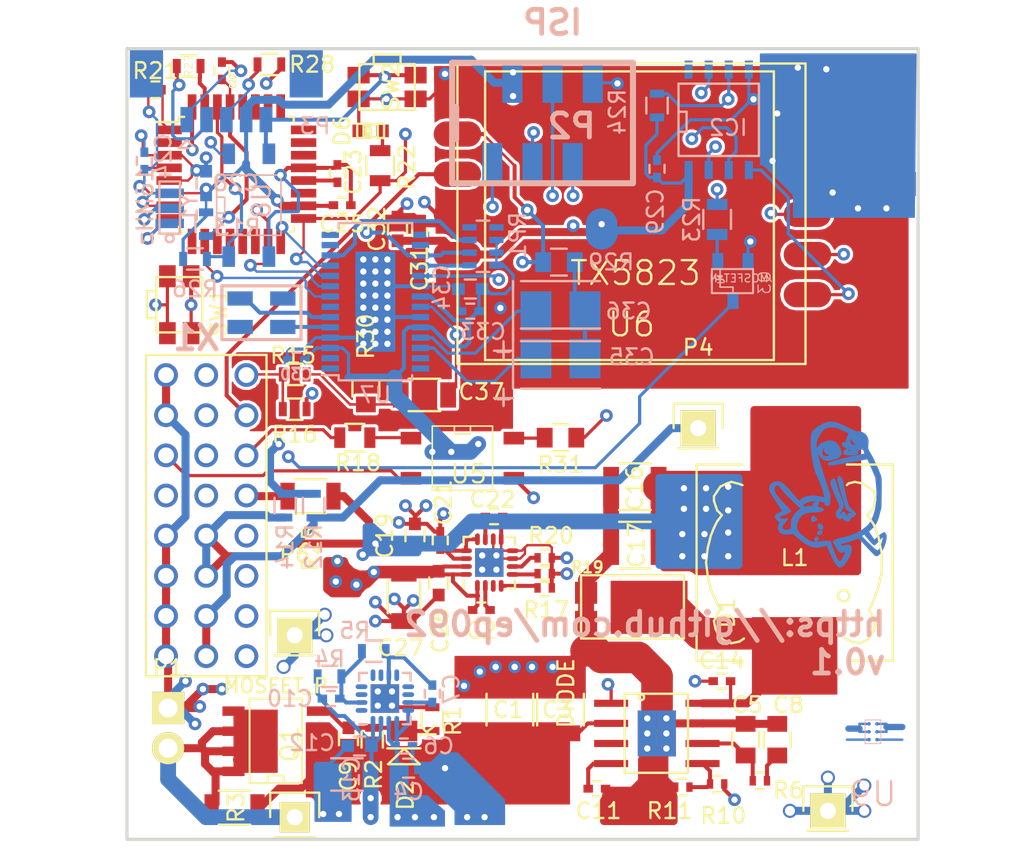
<source format=kicad_pcb>
(kicad_pcb (version 4) (host pcbnew "(2014-10-31 BZR 5243)-product")
  (layers (0 F.Cu signal) (1 GND signal hide) (2 Signal signal) (31 B.Cu signal) (34 B.Paste user) (35 F.Paste user) (36 B.SilkS user) (37 F.SilkS user) (38 B.Mask user) (39 F.Mask user) (44 Edge.Cuts user))
  (net 0 "")
  (net 1 /Akku+)
  (net 2 GND)
  (net 3 "Net-(C5-Pad1)")
  (net 4 "Net-(C8-Pad1)")
  (net 5 +5V)
  (net 6 /RESET)
  (net 7 /DTR)
  (net 8 "Net-(C22-Pad1)")
  (net 9 "Net-(C23-Pad1)")
  (net 10 +3.3V)
  (net 11 "Net-(R10-Pad2)")
  (net 12 +12V)
  (net 13 "Net-(R12-Pad2)")
  (net 14 /VIDEO_IN_OSD)
  (net 15 "Net-(R15-Pad2)")
  (net 16 /VIDEO_OUT_OSD)
  (net 17 "Net-(R17-Pad1)")
  (net 18 "Net-(R19-Pad1)")
  (net 19 "Net-(R20-Pad1)")
  (net 20 /PAL)
  (net 21 /RXI)
  (net 22 "Net-(IC1-Pad7)")
  (net 23 "Net-(IC1-Pad8)")
  (net 24 /MOSI)
  (net 25 /MISO)
  (net 26 /SCK)
  (net 27 /TXO)
  (net 28 /VSYNC)
  (net 29 "Net-(IC2-Pad2)")
  (net 30 "Net-(IC2-Pad3)")
  (net 31 /PWM_in)
  (net 32 "Net-(P3-Pad2)")
  (net 33 "Net-(P3-Pad3)")
  (net 34 "Net-(P3-Pad5)")
  (net 35 "Net-(R18-Pad1)")
  (net 36 "Net-(D6-Pad1)")
  (net 37 "Net-(R28-Pad2)")
  (net 38 "Net-(R31-Pad2)")
  (net 39 "Net-(C35-Pad2)")
  (net 40 "Net-(IC2-Pad7)")
  (net 41 "Net-(IC2-Pad5)")
  (net 42 "Net-(C11-Pad1)")
  (net 43 "Net-(C14-Pad1)")
  (net 44 "Net-(C14-Pad2)")
  (net 45 /SSOSD-IN)
  (net 46 /LOS)
  (net 47 /HSYNC)
  (net 48 "Net-(R18-Pad2)")
  (net 49 /IR_LED+)
  (net 50 /AUDIO_IN_TX)
  (net 51 "Net-(U4-Pad7)")
  (net 52 "Net-(SMA_E1-Pad1)")
  (net 53 "Net-(U7-Pad5)")
  (net 54 "Net-(U7-Pad6)")
  (net 55 "Net-(C35-Pad1)")
  (net 56 "Net-(C36-Pad1)")
  (net 57 "Net-(C37-Pad2)")
  (net 58 "Net-(IC1-Pad2)")
  (net 59 "Net-(IC1-Pad9)")
  (net 60 "Net-(IC1-Pad11)")
  (net 61 "Net-(IC1-Pad12)")
  (net 62 "Net-(IC1-Pad13)")
  (net 63 "Net-(IC1-Pad14)")
  (net 64 "Net-(IC1-Pad19)")
  (net 65 "Net-(IC1-Pad22)")
  (net 66 "Net-(IC1-Pad23)")
  (net 67 "Net-(IC1-Pad24)")
  (net 68 "Net-(IC1-Pad25)")
  (net 69 "Net-(IC1-Pad26)")
  (net 70 "Net-(IC1-Pad27)")
  (net 71 "Net-(IC1-Pad28)")
  (net 72 "Net-(IC2-Pad1)")
  (net 73 "Net-(Q3-PadG)")
  (net 74 "Net-(RP1-Pad1)")
  (net 75 "Net-(RP1-Pad8)")
  (net 76 "Net-(U2-Pad3)")
  (net 77 "Net-(U3-Pad3)")
  (net 78 "Net-(U4-Pad5)")
  (net 79 "Net-(U4-Pad8)")
  (net 80 /IR_LED-)
  (net 81 "Net-(U4-Pad11)")
  (net 82 "Net-(U4-Pad15)")
  (net 83 "Net-(U4-Pad18)")
  (net 84 "Net-(U4-Pad21)")
  (net 85 "Net-(U4-Pad24)")
  (net 86 "Net-(U7-Pad1)")
  (net 87 "Net-(U7-Pad2)")
  (net 88 /CLKOUT)
  (net 89 "Net-(U7-Pad13)")
  (net 90 "Net-(U7-Pad14)")
  (net 91 "Net-(U7-Pad15)")
  (net 92 "Net-(U7-Pad16)")
  (net 93 "Net-(C2-Pad2)")
  (net 94 "Net-(U7-Pad27)")
  (net 95 "Net-(U7-Pad28)")
  (net 96 /Akku+_SS)
  (net 97 /5,2V)
  (net 98 "Net-(C7-Pad1)")
  (net 99 "Net-(C9-Pad1)")
  (net 100 "Net-(C10-Pad2)")
  (net 101 "Net-(U1-Pad3)")
  (net 102 "Net-(U1-Pad4)")
  (net 103 "Net-(U1-Pad5)")
  (net 104 "Net-(U1-Pad6)")
  (net 105 "Net-(U1-Pad8)")
  (net 106 "Net-(U1-Pad9)")
  (net 107 "Net-(U1-Pad10)")
  (net 108 "Net-(U1-Pad1)")
  (net 109 "Net-(U9-PadA2)")
  (net 110 "Net-(U9-PadA1)")
  (net 111 "Net-(U9-PadC1)")
  (net 112 "Net-(U9-PadC2)")
  (module Connectors_Molex:Connector_Molex_PicoBlade_53261-0571 (layer B.Cu) (at 81.28 21.59)
    (fp_text reference P3 (at 5.6 3.3) (layer B.SilkS) (effects (justify mirror)))
    (fp_text value Mavlink)
    (pad 1 smd rect (at -2.5 2.9) (size 0.8 1.6) (layers B.Cu B.Paste B.Mask) (net 7 /DTR))
    (pad 2 smd rect (at -1.25 2.9) (size 0.8 1.6) (layers B.Cu B.Paste B.Mask) (net 32 "Net-(P3-Pad2)"))
    (pad 3 smd rect (at 0 2.9) (size 0.8 1.6) (layers B.Cu B.Paste B.Mask) (net 33 "Net-(P3-Pad3)"))
    (pad 4 smd rect (at 1.25 2.9) (size 0.8 1.6) (layers B.Cu B.Paste B.Mask) (net 5 +5V))
    (pad 5 smd rect (at 2.5 2.9) (size 0.8 1.6) (layers B.Cu B.Paste B.Mask) (net 34 "Net-(P3-Pad5)"))
    (pad "" smd rect (at -5.05 0) (size 2.1 3) (layers B.Cu B.Paste B.Mask))
    (pad "" smd rect (at 5.05 0) (size 2.1 3) (layers B.Cu B.Paste B.Mask))
  )
  (module Choke_SMD:Choke_SMD_Wuerth-WE-PD-Typ-LS_Handsoldering (layer F.Cu) (at 117.2 52.5 90)
    (fp_text reference L1 (at 0.3 0 180) (layer F.SilkS))
    (fp_text value INDUCTOR)
    (pad 1 smd rect (at -5.90042 0 90) (size 4.89966 5.40004) (layers F.Cu F.Paste F.Mask) (net 43 "Net-(C14-Pad1)"))
    (pad 2 smd rect (at 5.90042 0 90) (size 4.89966 5.40004) (layers F.Cu F.Paste F.Mask) (net 97 /5,2V))
  )
  (module Socket_Strips:Socket_Strip_Angled_1x02 (layer F.Cu) (at 77.6 61.7 270)
    (fp_text reference P1 (at -2.54 0 360) (layer F.SilkS))
    (fp_text value Akku_in)
    (pad 1 thru_hole rect (at 0 0 270) (size 2.032 2.032) (drill 1.2) (layers *.Cu *.Mask F.SilkS) (net 2 GND))
    (pad 2 thru_hole oval (at 2.54 0 270) (size 2.032 2.032) (drill 1.2) (layers *.Cu *.Mask F.SilkS) (net 1 /Akku+))
  )
  (module toni:QFN-16-1EP_3x3mm_Pitch0.5mm (layer F.Cu) (at 97.9 52.5 90)
    (fp_text reference U3 hide)
    (fp_text value TPS7A7200RGT)
    (pad 1 smd oval (at -1.475 -0.75 90) (size 0.75 0.3) (layers F.Cu F.Paste F.Mask) (net 10 +3.3V))
    (pad 2 smd oval (at -1.475 -0.25 90) (size 0.75 0.3) (layers F.Cu F.Paste F.Mask) (net 93 "Net-(C2-Pad2)"))
    (pad 3 smd oval (at -1.475 0.25 90) (size 0.75 0.3) (layers F.Cu F.Paste F.Mask) (net 77 "Net-(U3-Pad3)"))
    (pad 4 smd oval (at -1.475 0.75 90) (size 0.75 0.3) (layers F.Cu F.Paste F.Mask) (net 17 "Net-(R17-Pad1)"))
    (pad 5 smd oval (at -0.75 1.475 180) (size 0.75 0.3) (layers F.Cu F.Paste F.Mask) (net 18 "Net-(R19-Pad1)"))
    (pad 6 smd oval (at -0.25 1.475 180) (size 0.75 0.3) (layers F.Cu F.Paste F.Mask) (net 19 "Net-(R20-Pad1)"))
    (pad 7 smd oval (at 0.25 1.475 180) (size 0.75 0.3) (layers F.Cu F.Paste F.Mask) (net 2 GND))
    (pad 8 smd oval (at 0.75 1.475 180) (size 0.75 0.3) (layers F.Cu F.Paste F.Mask) (net 2 GND))
    (pad 9 smd oval (at 1.475 0.75 90) (size 0.75 0.3) (layers F.Cu F.Paste F.Mask) (net 2 GND))
    (pad 10 smd oval (at 1.475 0.25 90) (size 0.75 0.3) (layers F.Cu F.Paste F.Mask) (net 2 GND))
    (pad 11 smd oval (at 1.475 -0.25 90) (size 0.75 0.3) (layers F.Cu F.Paste F.Mask) (net 8 "Net-(C22-Pad1)"))
    (pad 12 smd oval (at 1.475 -0.75 90) (size 0.75 0.3) (layers F.Cu F.Paste F.Mask) (net 97 /5,2V))
    (pad 13 smd oval (at 0.75 -1.475 180) (size 0.75 0.3) (layers F.Cu F.Paste F.Mask) (net 97 /5,2V))
    (pad 14 smd oval (at 0.25 -1.475 180) (size 0.75 0.3) (layers F.Cu F.Paste F.Mask) (net 97 /5,2V))
    (pad 15 smd oval (at -0.25 -1.475 180) (size 0.75 0.3) (layers F.Cu F.Paste F.Mask) (net 10 +3.3V))
    (pad 16 smd oval (at -0.75 -1.475 180) (size 0.75 0.3) (layers F.Cu F.Paste F.Mask) (net 10 +3.3V))
    (pad 17 thru_hole rect (at 0.45 0.45 90) (size 0.9 0.9) (drill 0.4) (layers *.Cu F.Mask) (net 2 GND))
    (pad 17 thru_hole rect (at 0.45 -0.45 90) (size 0.9 0.9) (drill 0.4) (layers *.Cu F.Mask) (net 2 GND))
    (pad 17 thru_hole rect (at -0.45 0.45 90) (size 0.9 0.9) (drill 0.4) (layers *.Cu F.Mask) (net 2 GND))
    (pad 17 thru_hole rect (at -0.45 -0.45 90) (size 0.9 0.9) (drill 0.4) (layers *.Cu F.Mask) (net 2 GND))
  )
  (module Capacitors_SMD:C_1210 (layer F.Cu) (at 99.2 61.8 90)
    (fp_text reference C1 (at 0 -0.1 180) (layer F.SilkS))
    (fp_text value Cin)
    (pad 1 smd rect (at -1.5 0 90) (size 1 2.5) (layers F.Cu F.Paste F.Mask) (net 96 /Akku+_SS))
    (pad 2 smd rect (at 1.5 0 90) (size 1 2.5) (layers F.Cu F.Paste F.Mask) (net 2 GND))
  )
  (module Capacitors_SMD:C_1210 (layer F.Cu) (at 102.4 61.8 90)
    (fp_text reference C3 (at 0 -0.2 180) (layer F.SilkS))
    (fp_text value Cin)
    (pad 1 smd rect (at -1.5 0 90) (size 1 2.5) (layers F.Cu F.Paste F.Mask) (net 96 /Akku+_SS))
    (pad 2 smd rect (at 1.5 0 90) (size 1 2.5) (layers F.Cu F.Paste F.Mask) (net 2 GND))
  )
  (module Capacitors_SMD:C_0805 (layer F.Cu) (at 114.1 63.7 90)
    (fp_text reference C5 (at 2.2 0.1 180) (layer F.SilkS))
    (fp_text value Ccomp2)
    (pad 1 smd rect (at -1 0 90) (size 1 1.25) (layers F.Cu F.Paste F.Mask) (net 3 "Net-(C5-Pad1)"))
    (pad 2 smd rect (at 1 0 90) (size 1 1.25) (layers F.Cu F.Paste F.Mask) (net 2 GND))
  )
  (module Capacitors_SMD:C_0805 (layer F.Cu) (at 116.1 63.7 90)
    (fp_text reference C8 (at 2.2 0.7 180) (layer F.SilkS))
    (fp_text value Ccomp)
    (pad 1 smd rect (at -1 0 90) (size 1 1.25) (layers F.Cu F.Paste F.Mask) (net 4 "Net-(C8-Pad1)"))
    (pad 2 smd rect (at 1 0 90) (size 1 1.25) (layers F.Cu F.Paste F.Mask) (net 2 GND))
  )
  (module Capacitors_SMD:C_0402 (layer F.Cu) (at 104.7 66.8)
    (fp_text reference C11 (at 0.1 1.4) (layer F.SilkS))
    (fp_text value 10nF)
    (pad 1 smd rect (at -0.55 0) (size 0.6 0.5) (layers F.Cu F.Paste F.Mask) (net 42 "Net-(C11-Pad1)"))
    (pad 2 smd rect (at 0.55 0) (size 0.6 0.5) (layers F.Cu F.Paste F.Mask) (net 2 GND))
  )
  (module Capacitors_SMD:C_0402 (layer F.Cu) (at 112.6 60 180)
    (fp_text reference C14 (at 0 1.3 180) (layer F.SilkS))
    (fp_text value Cboot)
    (pad 1 smd rect (at -0.55 0 180) (size 0.6 0.5) (layers F.Cu F.Paste F.Mask) (net 43 "Net-(C14-Pad1)"))
    (pad 2 smd rect (at 0.55 0 180) (size 0.6 0.5) (layers F.Cu F.Paste F.Mask) (net 44 "Net-(C14-Pad2)"))
  )
  (module Capacitors_SMD:C_1210 (layer F.Cu) (at 107.1 47.7 180)
    (fp_text reference C16 (at 0 -0.1 270) (layer F.SilkS))
    (fp_text value Cout)
    (pad 1 smd rect (at -1.5 0 180) (size 1 2.5) (layers F.Cu F.Paste F.Mask) (net 97 /5,2V))
    (pad 2 smd rect (at 1.5 0 180) (size 1 2.5) (layers F.Cu F.Paste F.Mask) (net 2 GND))
  )
  (module Capacitors_SMD:C_1210 (layer F.Cu) (at 107.1 51.4 180)
    (fp_text reference C17 (at -0.1 0 270) (layer F.SilkS))
    (fp_text value Cout)
    (pad 1 smd rect (at -1.5 0 180) (size 1 2.5) (layers F.Cu F.Paste F.Mask) (net 97 /5,2V))
    (pad 2 smd rect (at 1.5 0 180) (size 1 2.5) (layers F.Cu F.Paste F.Mask) (net 2 GND))
  )
  (module Capacitors_SMD:C_0603 (layer F.Cu) (at 93.2 50.8 90)
    (fp_text reference C19 (at 0 -1.9 90) (layer F.SilkS))
    (fp_text value 1uF)
    (pad 1 smd rect (at -0.75 0 90) (size 0.8 0.75) (layers F.Cu F.Paste F.Mask) (net 97 /5,2V))
    (pad 2 smd rect (at 0.75 0 90) (size 0.8 0.75) (layers F.Cu F.Paste F.Mask) (net 2 GND))
  )
  (module Capacitors_SMD:C_0402 (layer F.Cu) (at 81 21.4 90)
    (fp_text reference C20 (at -0.7 0.7 270) (layer F.SilkS) (effects (font (size 0.4 0.3) (thickness 0.07))))
    (fp_text value 100nF)
    (pad 1 smd rect (at -0.55 0 90) (size 0.6 0.5) (layers F.Cu F.Paste F.Mask) (net 6 /RESET))
    (pad 2 smd rect (at 0.55 0 90) (size 0.6 0.5) (layers F.Cu F.Paste F.Mask) (net 7 /DTR))
  )
  (module Capacitors_SMD:C_0402 (layer F.Cu) (at 94.8 51.1 90)
    (fp_text reference C21 (at 2.4 0.2 90) (layer F.SilkS))
    (fp_text value 100nF)
    (pad 1 smd rect (at -0.55 0 90) (size 0.6 0.5) (layers F.Cu F.Paste F.Mask) (net 97 /5,2V))
    (pad 2 smd rect (at 0.55 0 90) (size 0.6 0.5) (layers F.Cu F.Paste F.Mask) (net 2 GND))
  )
  (module Capacitors_SMD:C_0402 (layer F.Cu) (at 98.2 49.6)
    (fp_text reference C22 (at -0.1 -1.1) (layer F.SilkS))
    (fp_text value 100nF)
    (pad 1 smd rect (at -0.55 0) (size 0.6 0.5) (layers F.Cu F.Paste F.Mask) (net 8 "Net-(C22-Pad1)"))
    (pad 2 smd rect (at 0.55 0) (size 0.6 0.5) (layers F.Cu F.Paste F.Mask) (net 2 GND))
  )
  (module Capacitors_SMD:C_0402 (layer F.Cu) (at 88.3 27.9 90)
    (fp_text reference C23 (at 0.1 1 90) (layer F.SilkS))
    (fp_text value 100nF)
    (pad 1 smd rect (at -0.55 0 90) (size 0.6 0.5) (layers F.Cu F.Paste F.Mask) (net 9 "Net-(C23-Pad1)"))
    (pad 2 smd rect (at 0.55 0 90) (size 0.6 0.5) (layers F.Cu F.Paste F.Mask) (net 2 GND))
  )
  (module Capacitors_SMD:C_0402 (layer B.Cu) (at 76.1 27.1 90)
    (fp_text reference C24 (at 0.3 1.2 90) (layer B.SilkS) (effects (justify mirror)))
    (fp_text value 100nF)
    (pad 1 smd rect (at -0.55 0 90) (size 0.6 0.5) (layers B.Cu B.Paste B.Mask) (net 5 +5V))
    (pad 2 smd rect (at 0.55 0 90) (size 0.6 0.5) (layers B.Cu B.Paste B.Mask) (net 2 GND))
  )
  (module Capacitors_SMD:C_0402 (layer F.Cu) (at 88.6 29.9)
    (fp_text reference C25 (at 0 1.2) (layer F.SilkS))
    (fp_text value 100nF)
    (pad 1 smd rect (at -0.55 0) (size 0.6 0.5) (layers F.Cu F.Paste F.Mask) (net 5 +5V))
    (pad 2 smd rect (at 0.55 0) (size 0.6 0.5) (layers F.Cu F.Paste F.Mask) (net 2 GND))
  )
  (module Capacitors_SMD:C_0603 (layer F.Cu) (at 94.7 53.8 270)
    (fp_text reference C26 (at 3 -0.1 270) (layer F.SilkS))
    (fp_text value 1uF)
    (pad 1 smd rect (at -0.75 0 270) (size 0.8 0.75) (layers F.Cu F.Paste F.Mask) (net 10 +3.3V))
    (pad 2 smd rect (at 0.75 0 270) (size 0.8 0.75) (layers F.Cu F.Paste F.Mask) (net 2 GND))
  )
  (module Capacitors_SMD:C_1206 (layer F.Cu) (at 92.5 54.7 270)
    (fp_text reference C27 (at 3.2 0.2 360) (layer F.SilkS))
    (fp_text value 10uF)
    (pad 1 smd rect (at -1.5 0 270) (size 1 1.6) (layers F.Cu F.Paste F.Mask) (net 10 +3.3V))
    (pad 2 smd rect (at 1.5 0 270) (size 1 1.6) (layers F.Cu F.Paste F.Mask) (net 2 GND))
  )
  (module Capacitors_SMD:C_0603 (layer B.Cu) (at 80 28.5 90)
    (fp_text reference C28 (at 0 1.9 360) (layer B.SilkS) (effects (justify mirror)))
    (fp_text value 1uF)
    (pad 1 smd rect (at -0.75 0 90) (size 0.8 0.75) (layers B.Cu B.Paste B.Mask) (net 5 +5V))
    (pad 2 smd rect (at 0.75 0 90) (size 0.8 0.75) (layers B.Cu B.Paste B.Mask) (net 2 GND))
  )
  (module Capacitors_SMD:C_0402 (layer B.Cu) (at 108.5 27.6 90)
    (fp_text reference C29 (at -2.7 -0.1 90) (layer B.SilkS) (effects (justify mirror)))
    (fp_text value 100nF)
    (pad 1 smd rect (at -0.55 0 90) (size 0.6 0.5) (layers B.Cu B.Paste B.Mask) (net 10 +3.3V))
    (pad 2 smd rect (at 0.55 0 90) (size 0.6 0.5) (layers B.Cu B.Paste B.Mask) (net 2 GND))
  )
  (module Capacitors_SMD:C_0402 (layer B.Cu) (at 85.7 39.7 180)
    (fp_text reference C30 (at 0 -0.9 180) (layer B.SilkS) (effects (font (size 0.7 0.7)) (justify mirror)))
    (fp_text value 100nF)
    (pad 1 smd rect (at -0.55 0 180) (size 0.6 0.5) (layers B.Cu B.Paste B.Mask) (net 5 +5V))
    (pad 2 smd rect (at 0.55 0 180) (size 0.6 0.5) (layers B.Cu B.Paste B.Mask) (net 2 GND))
  )
  (module Capacitors_SMD:C_0402 (layer F.Cu) (at 93.5 31.6 90)
    (fp_text reference C31 (at -2.3 0 90) (layer F.SilkS))
    (fp_text value 100nF)
    (pad 1 smd rect (at -0.55 0 90) (size 0.6 0.5) (layers F.Cu F.Paste F.Mask) (net 10 +3.3V))
    (pad 2 smd rect (at 0.55 0 90) (size 0.6 0.5) (layers F.Cu F.Paste F.Mask) (net 2 GND))
  )
  (module Capacitors_SMD:C_0603 (layer F.Cu) (at 92.1 31.4 90)
    (fp_text reference C32 (at 0 -1.3 90) (layer F.SilkS))
    (fp_text value 1uF)
    (pad 1 smd rect (at -0.75 0 90) (size 0.8 0.75) (layers F.Cu F.Paste F.Mask) (net 10 +3.3V))
    (pad 2 smd rect (at 0.75 0 90) (size 0.8 0.75) (layers F.Cu F.Paste F.Mask) (net 2 GND))
  )
  (module Capacitors_SMD:C_0402 (layer B.Cu) (at 96.7 36.6 180)
    (fp_text reference C33 (at -0.8 -1.3 180) (layer B.SilkS) (effects (justify mirror)))
    (fp_text value 100nF)
    (pad 1 smd rect (at -0.55 0 180) (size 0.6 0.5) (layers B.Cu B.Paste B.Mask) (net 5 +5V))
    (pad 2 smd rect (at 0.55 0 180) (size 0.6 0.5) (layers B.Cu B.Paste B.Mask) (net 2 GND))
  )
  (module Capacitors_SMD:C_0603 (layer B.Cu) (at 96.7 35.2 180)
    (fp_text reference C34 (at 1.8 0.1 270) (layer B.SilkS) (effects (justify mirror)))
    (fp_text value 1uF)
    (pad 1 smd rect (at -0.75 0 180) (size 0.8 0.75) (layers B.Cu B.Paste B.Mask) (net 5 +5V))
    (pad 2 smd rect (at 0.75 0 180) (size 0.8 0.75) (layers B.Cu B.Paste B.Mask) (net 2 GND))
  )
  (module Resistors_SMD:R_0402 (layer F.Cu) (at 115 66.3)
    (fp_text reference R6 (at 1.8 0.6) (layer F.SilkS))
    (fp_text value Rcomp)
    (pad 1 smd rect (at -0.45 0) (size 0.4 0.6) (layers F.Cu F.Paste F.Mask) (net 3 "Net-(C5-Pad1)"))
    (pad 2 smd rect (at 0.45 0) (size 0.4 0.6) (layers F.Cu F.Paste F.Mask) (net 4 "Net-(C8-Pad1)"))
  )
  (module Resistors_SMD:R_0402 (layer F.Cu) (at 112.3 66.5 180)
    (fp_text reference R10 (at -0.4 -2 180) (layer F.SilkS))
    (fp_text value Rfbt)
    (pad 1 smd rect (at -0.45 0 180) (size 0.4 0.6) (layers F.Cu F.Paste F.Mask) (net 97 /5,2V))
    (pad 2 smd rect (at 0.45 0 180) (size 0.4 0.6) (layers F.Cu F.Paste F.Mask) (net 11 "Net-(R10-Pad2)"))
  )
  (module Resistors_SMD:R_0402 (layer F.Cu) (at 110.1 66.7 180)
    (fp_text reference R11 (at 0.8 -1.5 180) (layer F.SilkS))
    (fp_text value Rfbb)
    (pad 1 smd rect (at -0.45 0 180) (size 0.4 0.6) (layers F.Cu F.Paste F.Mask) (net 11 "Net-(R10-Pad2)"))
    (pad 2 smd rect (at 0.45 0 180) (size 0.4 0.6) (layers F.Cu F.Paste F.Mask) (net 2 GND))
  )
  (module Resistors_SMD:R_0603 (layer B.Cu) (at 86.8 48.9 90)
    (fp_text reference R12 (at -2.6 0 90) (layer B.SilkS) (effects (justify mirror)))
    (fp_text value open)
    (pad 1 smd rect (at -0.75 0 90) (size 0.5 0.9) (layers B.Cu B.Paste B.Mask) (net 12 +12V))
    (pad 2 smd rect (at 0.75 0 90) (size 0.5 0.9) (layers B.Cu B.Paste B.Mask) (net 13 "Net-(R12-Pad2)"))
  )
  (module Resistors_SMD:R_0603 (layer B.Cu) (at 85 48.9 90)
    (fp_text reference R14 (at -2.6 0 90) (layer B.SilkS) (effects (justify mirror)))
    (fp_text value open)
    (pad 1 smd rect (at -0.75 0 90) (size 0.5 0.9) (layers B.Cu B.Paste B.Mask) (net 97 /5,2V))
    (pad 2 smd rect (at 0.75 0 90) (size 0.5 0.9) (layers B.Cu B.Paste B.Mask) (net 13 "Net-(R12-Pad2)"))
  )
  (module Resistors_SMD:R_0603 (layer F.Cu) (at 85.6 40.6 180)
    (fp_text reference R15 (at 0.1 1.2 180) (layer F.SilkS))
    (fp_text value 0R)
    (pad 1 smd rect (at -0.75 0 180) (size 0.5 0.9) (layers F.Cu F.Paste F.Mask) (net 14 /VIDEO_IN_OSD))
    (pad 2 smd rect (at 0.75 0 180) (size 0.5 0.9) (layers F.Cu F.Paste F.Mask) (net 15 "Net-(R15-Pad2)"))
  )
  (module Resistors_SMD:R_0603 (layer F.Cu) (at 85.6 42.8 180)
    (fp_text reference R16 (at 0 -1.6 180) (layer F.SilkS))
    (fp_text value open)
    (pad 1 smd rect (at -0.75 0 180) (size 0.5 0.9) (layers F.Cu F.Paste F.Mask) (net 16 /VIDEO_OUT_OSD))
    (pad 2 smd rect (at 0.75 0 180) (size 0.5 0.9) (layers F.Cu F.Paste F.Mask) (net 15 "Net-(R15-Pad2)"))
  )
  (module Resistors_SMD:R_0402 (layer F.Cu) (at 101.4 54.1)
    (fp_text reference R17 (at 0.1 1.4) (layer F.SilkS))
    (fp_text value open)
    (pad 1 smd rect (at -0.45 0) (size 0.4 0.6) (layers F.Cu F.Paste F.Mask) (net 17 "Net-(R17-Pad1)"))
    (pad 2 smd rect (at 0.45 0) (size 0.4 0.6) (layers F.Cu F.Paste F.Mask) (net 2 GND))
  )
  (module Resistors_SMD:R_0402 (layer F.Cu) (at 101.4 53.2)
    (fp_text reference R19 (at 2.7 -0.4) (layer F.SilkS) (effects (font (size 0.7 0.7))))
    (fp_text value open)
    (pad 1 smd rect (at -0.45 0) (size 0.4 0.6) (layers F.Cu F.Paste F.Mask) (net 18 "Net-(R19-Pad1)"))
    (pad 2 smd rect (at 0.45 0) (size 0.4 0.6) (layers F.Cu F.Paste F.Mask) (net 2 GND))
  )
  (module Resistors_SMD:R_0402 (layer F.Cu) (at 101.4 52.2)
    (fp_text reference R20 (at 0.4 -1.4) (layer F.SilkS))
    (fp_text value open)
    (pad 1 smd rect (at -0.45 0) (size 0.4 0.6) (layers F.Cu F.Paste F.Mask) (net 19 "Net-(R20-Pad1)"))
    (pad 2 smd rect (at 0.45 0) (size 0.4 0.6) (layers F.Cu F.Paste F.Mask) (net 2 GND))
  )
  (module Resistors_SMD:R_0402 (layer F.Cu) (at 76.8 22.6)
    (fp_text reference R21 (at 0 -1.2) (layer F.SilkS))
    (fp_text value open)
    (pad 1 smd rect (at -0.45 0) (size 0.4 0.6) (layers F.Cu F.Paste F.Mask) (net 5 +5V))
    (pad 2 smd rect (at 0.45 0) (size 0.4 0.6) (layers F.Cu F.Paste F.Mask) (net 20 /PAL))
  )
  (module Resistors_SMD:R_1206 (layer F.Cu) (at 86.6 48.3 180)
    (fp_text reference R25 (at 0 -3.3 270) (layer F.SilkS))
    (fp_text value 100)
    (pad 1 smd rect (at -1.45 0 180) (size 0.9 1.7) (layers F.Cu F.Paste F.Mask) (net 97 /5,2V))
    (pad 2 smd rect (at 1.45 0 180) (size 0.9 1.7) (layers F.Cu F.Paste F.Mask) (net 49 /IR_LED+))
  )
  (module Resistors_SMD:R_0603 (layer B.Cu) (at 79.3 33.3)
    (fp_text reference R26 (at 0 1.9) (layer B.SilkS) (effects (justify mirror)))
    (fp_text value open)
    (pad 1 smd rect (at -0.75 0) (size 0.5 0.9) (layers B.Cu B.Paste B.Mask) (net 5 +5V))
    (pad 2 smd rect (at 0.75 0) (size 0.5 0.9) (layers B.Cu B.Paste B.Mask) (net 21 /RXI))
  )
  (module Housings_QFP:TQFP-32_7x7mm_Pitch0.8mm (layer F.Cu) (at 81.915 27.94)
    (fp_text reference IC1 hide)
    (fp_text value ATMEGA328P-A)
    (pad 1 smd rect (at -4.25 -2.8) (size 1.6 0.55) (layers F.Cu F.Paste F.Mask) (net 20 /PAL))
    (pad 2 smd rect (at -4.25 -2) (size 1.6 0.55) (layers F.Cu F.Paste F.Mask) (net 58 "Net-(IC1-Pad2)"))
    (pad 3 smd rect (at -4.25 -1.2) (size 1.6 0.55) (layers F.Cu F.Paste F.Mask) (net 2 GND))
    (pad 4 smd rect (at -4.25 -0.4) (size 1.6 0.55) (layers F.Cu F.Paste F.Mask) (net 5 +5V))
    (pad 5 smd rect (at -4.25 0.4) (size 1.6 0.55) (layers F.Cu F.Paste F.Mask) (net 2 GND))
    (pad 6 smd rect (at -4.25 1.2) (size 1.6 0.55) (layers F.Cu F.Paste F.Mask) (net 5 +5V))
    (pad 7 smd rect (at -4.25 2) (size 1.6 0.55) (layers F.Cu F.Paste F.Mask) (net 22 "Net-(IC1-Pad7)"))
    (pad 8 smd rect (at -4.25 2.8) (size 1.6 0.55) (layers F.Cu F.Paste F.Mask) (net 23 "Net-(IC1-Pad8)"))
    (pad 9 smd rect (at -2.8 4.25 90) (size 1.6 0.55) (layers F.Cu F.Paste F.Mask) (net 59 "Net-(IC1-Pad9)"))
    (pad 10 smd rect (at -2 4.25 90) (size 1.6 0.55) (layers F.Cu F.Paste F.Mask) (net 45 /SSOSD-IN))
    (pad 11 smd rect (at -1.2 4.25 90) (size 1.6 0.55) (layers F.Cu F.Paste F.Mask) (net 60 "Net-(IC1-Pad11)"))
    (pad 12 smd rect (at -0.4 4.25 90) (size 1.6 0.55) (layers F.Cu F.Paste F.Mask) (net 61 "Net-(IC1-Pad12)"))
    (pad 13 smd rect (at 0.4 4.25 90) (size 1.6 0.55) (layers F.Cu F.Paste F.Mask) (net 62 "Net-(IC1-Pad13)"))
    (pad 14 smd rect (at 1.2 4.25 90) (size 1.6 0.55) (layers F.Cu F.Paste F.Mask) (net 63 "Net-(IC1-Pad14)"))
    (pad 15 smd rect (at 2 4.25 90) (size 1.6 0.55) (layers F.Cu F.Paste F.Mask) (net 24 /MOSI))
    (pad 16 smd rect (at 2.8 4.25 90) (size 1.6 0.55) (layers F.Cu F.Paste F.Mask) (net 25 /MISO))
    (pad 17 smd rect (at 4.25 2.8) (size 1.6 0.55) (layers F.Cu F.Paste F.Mask) (net 26 /SCK))
    (pad 18 smd rect (at 4.25 2) (size 1.6 0.55) (layers F.Cu F.Paste F.Mask) (net 5 +5V))
    (pad 19 smd rect (at 4.25 1.2) (size 1.6 0.55) (layers F.Cu F.Paste F.Mask) (net 64 "Net-(IC1-Pad19)"))
    (pad 20 smd rect (at 4.25 0.4) (size 1.6 0.55) (layers F.Cu F.Paste F.Mask) (net 9 "Net-(C23-Pad1)"))
    (pad 21 smd rect (at 4.25 -0.4) (size 1.6 0.55) (layers F.Cu F.Paste F.Mask) (net 2 GND))
    (pad 22 smd rect (at 4.25 -1.2) (size 1.6 0.55) (layers F.Cu F.Paste F.Mask) (net 65 "Net-(IC1-Pad22)"))
    (pad 23 smd rect (at 4.25 -2) (size 1.6 0.55) (layers F.Cu F.Paste F.Mask) (net 66 "Net-(IC1-Pad23)"))
    (pad 24 smd rect (at 4.25 -2.8) (size 1.6 0.55) (layers F.Cu F.Paste F.Mask) (net 67 "Net-(IC1-Pad24)"))
    (pad 25 smd rect (at 2.8 -4.25 90) (size 1.6 0.55) (layers F.Cu F.Paste F.Mask) (net 68 "Net-(IC1-Pad25)"))
    (pad 26 smd rect (at 2 -4.25 90) (size 1.6 0.55) (layers F.Cu F.Paste F.Mask) (net 69 "Net-(IC1-Pad26)"))
    (pad 27 smd rect (at 1.2 -4.25 90) (size 1.6 0.55) (layers F.Cu F.Paste F.Mask) (net 70 "Net-(IC1-Pad27)"))
    (pad 28 smd rect (at 0.4 -4.25 90) (size 1.6 0.55) (layers F.Cu F.Paste F.Mask) (net 71 "Net-(IC1-Pad28)"))
    (pad 29 smd rect (at -0.4 -4.25 90) (size 1.6 0.55) (layers F.Cu F.Paste F.Mask) (net 6 /RESET))
    (pad 30 smd rect (at -1.2 -4.25 90) (size 1.6 0.55) (layers F.Cu F.Paste F.Mask) (net 21 /RXI))
    (pad 31 smd rect (at -2 -4.25 90) (size 1.6 0.55) (layers F.Cu F.Paste F.Mask) (net 27 /TXO))
    (pad 32 smd rect (at -2.8 -4.25 90) (size 1.6 0.55) (layers F.Cu F.Paste F.Mask) (net 28 /VSYNC))
  )
  (module Capacitors_SMD:C_1206 (layer F.Cu) (at 93.8 41.9)
    (fp_text reference C37 (at 3.6 -0.2) (layer F.SilkS))
    (fp_text value 100nF/NP0)
    (pad 1 smd rect (at -1.5 0) (size 1 1.6) (layers F.Cu F.Paste F.Mask) (net 14 /VIDEO_IN_OSD))
    (pad 2 smd rect (at 1.5 0) (size 1 1.6) (layers F.Cu F.Paste F.Mask) (net 57 "Net-(C37-Pad2)"))
  )
  (module toni:micro_match3x2 (layer B.Cu) (at 101.9 24.7)
    (fp_text reference P2 (at 1.2 0.2) (layer B.SilkS) (effects (font (thickness 0.3048)) (justify mirror)))
    (fp_text value ISP (at 0 -6.35) (layer B.SilkS) (effects (font (thickness 0.3048)) (justify mirror)))
    (pad 1 smd rect (at -3.81 2.54) (size 1.27 2.54) (layers B.Cu B.Paste B.Mask) (net 25 /MISO))
    (pad 2 smd rect (at -2.54 -2.54) (size 1.27 2.54) (layers B.Cu B.Paste B.Mask) (net 5 +5V))
    (pad 3 smd rect (at -1.27 2.54) (size 1.27 2.54) (layers B.Cu B.Paste B.Mask) (net 26 /SCK))
    (pad 4 smd rect (at 0 -2.54) (size 1.27 2.54) (layers B.Cu B.Paste B.Mask) (net 24 /MOSI))
    (pad 5 smd rect (at 1.27 2.54) (size 1.27 2.54) (layers B.Cu B.Paste B.Mask) (net 6 /RESET))
    (pad 6 smd rect (at 2.54 -2.54) (size 1.27 2.54) (layers B.Cu B.Paste B.Mask) (net 2 GND))
  )
  (module Resistors_SMD:R_0603 (layer B.Cu) (at 80 31.1 270)
    (fp_text reference R13 (at 0.2 -2 360) (layer B.SilkS) (effects (justify mirror)))
    (fp_text value 10k)
    (pad 1 smd rect (at -0.75 0 270) (size 0.5 0.9) (layers B.Cu B.Paste B.Mask) (net 5 +5V))
    (pad 2 smd rect (at 0.75 0 270) (size 0.5 0.9) (layers B.Cu B.Paste B.Mask) (net 6 /RESET))
  )
  (module Resistors_SMD:R_0805 (layer F.Cu) (at 89.4 44.6 180)
    (fp_text reference R18 (at -0.2 -1.6 180) (layer F.SilkS))
    (fp_text value 300R)
    (pad 1 smd rect (at -0.95 0 180) (size 0.7 1.3) (layers F.Cu F.Paste F.Mask) (net 35 "Net-(R18-Pad1)"))
    (pad 2 smd rect (at 0.95 0 180) (size 0.7 1.3) (layers F.Cu F.Paste F.Mask) (net 48 "Net-(R18-Pad2)"))
  )
  (module Resistors_SMD:R_0805 (layer F.Cu) (at 91 27.4 90)
    (fp_text reference R22 (at -0.1 1.7 90) (layer F.SilkS))
    (fp_text value 330)
    (pad 1 smd rect (at -0.95 0 90) (size 0.7 1.3) (layers F.Cu F.Paste F.Mask) (net 26 /SCK))
    (pad 2 smd rect (at 0.95 0 90) (size 0.7 1.3) (layers F.Cu F.Paste F.Mask) (net 36 "Net-(D6-Pad1)"))
  )
  (module Resistors_SMD:R_0805 (layer B.Cu) (at 112.3 30.8 270)
    (fp_text reference R23 (at 0 1.6 450) (layer B.SilkS) (effects (justify mirror)))
    (fp_text value 10)
    (pad 1 smd rect (at -0.95 0 270) (size 0.7 1.3) (layers B.Cu B.Paste B.Mask) (net 29 "Net-(IC2-Pad2)"))
    (pad 2 smd rect (at 0.95 0 270) (size 0.7 1.3) (layers B.Cu B.Paste B.Mask) (net 73 "Net-(Q3-PadG)"))
  )
  (module Resistors_SMD:R_0603 (layer B.Cu) (at 108.5 23.6 90)
    (fp_text reference R24 (at -0.4 -2.5 90) (layer B.SilkS) (effects (justify mirror)))
    (fp_text value 10k)
    (pad 1 smd rect (at -0.75 0 90) (size 0.5 0.9) (layers B.Cu B.Paste B.Mask) (net 10 +3.3V))
    (pad 2 smd rect (at 0.75 0 90) (size 0.5 0.9) (layers B.Cu B.Paste B.Mask) (net 30 "Net-(IC2-Pad3)"))
  )
  (module Resistors_SMD:R_0603 (layer F.Cu) (at 78.9 21.1)
    (fp_text reference R27 (at 0 0 90) (layer F.SilkS) (effects (font (size 0.5 0.5) (thickness 0.05))))
    (fp_text value 100R)
    (pad 1 smd rect (at -0.75 0) (size 0.5 0.9) (layers F.Cu F.Paste F.Mask) (net 32 "Net-(P3-Pad2)"))
    (pad 2 smd rect (at 0.75 0) (size 0.5 0.9) (layers F.Cu F.Paste F.Mask) (net 27 /TXO))
  )
  (module Resistors_SMD:R_0603 (layer F.Cu) (at 84 21)
    (fp_text reference R28 (at 2.7 0) (layer F.SilkS))
    (fp_text value 300R)
    (pad 1 smd rect (at -0.75 0) (size 0.5 0.9) (layers F.Cu F.Paste F.Mask) (net 33 "Net-(P3-Pad3)"))
    (pad 2 smd rect (at 0.75 0) (size 0.5 0.9) (layers F.Cu F.Paste F.Mask) (net 37 "Net-(R28-Pad2)"))
  )
  (module Capacitors_SMD:C_0805 (layer B.Cu) (at 102.3 33.5)
    (fp_text reference R29 (at 3.3 0) (layer B.SilkS) (effects (justify mirror)))
    (fp_text value 75)
    (pad 1 smd rect (at -1 0) (size 1 1.25) (layers B.Cu B.Paste B.Mask) (net 16 /VIDEO_OUT_OSD))
    (pad 2 smd rect (at 1 0) (size 1 1.25) (layers B.Cu B.Paste B.Mask) (net 39 "Net-(C35-Pad2)"))
  )
  (module Capacitors_SMD:C_0805 (layer F.Cu) (at 90.1 41.5 90)
    (fp_text reference R30 (at 3.3 0 90) (layer F.SilkS))
    (fp_text value 75)
    (pad 1 smd rect (at -1 0 90) (size 1 1.25) (layers F.Cu F.Paste F.Mask) (net 14 /VIDEO_IN_OSD))
    (pad 2 smd rect (at 1 0 90) (size 1 1.25) (layers F.Cu F.Paste F.Mask) (net 2 GND))
  )
  (module Capacitors_SMD:C_0805 (layer F.Cu) (at 102.4 44.6 180)
    (fp_text reference R31 (at 0 -1.7 180) (layer F.SilkS))
    (fp_text value 300R)
    (pad 1 smd rect (at -1 0 180) (size 1 1.25) (layers F.Cu F.Paste F.Mask) (net 31 /PWM_in))
    (pad 2 smd rect (at 1 0 180) (size 1 1.25) (layers F.Cu F.Paste F.Mask) (net 38 "Net-(R31-Pad2)"))
  )
  (module Resistors_SMD:R_Array_Concave_4x0603 (layer B.Cu) (at 97.5 32.5 180)
    (fp_text reference RP1 (at -2.2 0.7 270) (layer B.SilkS) (effects (justify mirror)))
    (fp_text value 1k)
    (pad 2 smd rect (at -0.85 0.4 180) (size 0.9 0.4) (layers B.Cu B.Paste B.Mask) (net 5 +5V))
    (pad 3 smd rect (at -0.85 -0.4 180) (size 0.9 0.4) (layers B.Cu B.Paste B.Mask) (net 5 +5V))
    (pad 1 smd rect (at -0.85 1.2 180) (size 0.9 0.4) (layers B.Cu B.Paste B.Mask) (net 74 "Net-(RP1-Pad1)"))
    (pad 4 smd rect (at -0.85 -1.2 180) (size 0.9 0.4) (layers B.Cu B.Paste B.Mask) (net 5 +5V))
    (pad 8 smd rect (at 0.85 1.2 180) (size 0.9 0.4) (layers B.Cu B.Paste B.Mask) (net 75 "Net-(RP1-Pad8)"))
    (pad 7 smd rect (at 0.85 0.4 180) (size 0.9 0.4) (layers B.Cu B.Paste B.Mask) (net 46 /LOS))
    (pad 6 smd rect (at 0.85 -0.4 180) (size 0.9 0.4) (layers B.Cu B.Paste B.Mask) (net 28 /VSYNC))
    (pad 5 smd rect (at 0.85 -1.2 180) (size 0.9 0.4) (layers B.Cu B.Paste B.Mask) (net 47 /HSYNC))
  )
  (module toni:SO-4 (layer F.Cu) (at 96.2 45.9 270)
    (fp_text reference U5 (at 1 -0.4 360) (layer F.SilkS) (effects (font (size 1.143 1.143) (thickness 0.1524))))
    (fp_text value OPTO-TRANSISTOR4 hide)
    (pad 2 smd rect (at 1.27 3.2512 270) (size 0.8001 1.30048) (layers F.Cu F.Paste F.Mask) (net 51 "Net-(U4-Pad7)"))
    (pad 1 smd rect (at -1.27 3.2512 270) (size 0.8001 1.30048) (layers F.Cu F.Paste F.Mask) (net 35 "Net-(R18-Pad1)"))
    (pad 4 smd rect (at -1.27 -3.2512 270) (size 0.8001 1.30048) (layers F.Cu F.Paste F.Mask) (net 38 "Net-(R31-Pad2)"))
    (pad 3 smd rect (at 1.27 -3.2512 270) (size 0.8001 1.30048) (layers F.Cu F.Paste F.Mask) (net 2 GND))
  )
  (module toni:CerOsc_3,2x1,3 (layer B.Cu) (at 77.7 30.1 90)
    (fp_text reference Y1 (at 0 1.25 90) (layer B.SilkS) (effects (justify mirror)))
    (fp_text value 16MHz (at 0.15 -1.55 90) (layer B.SilkS) (effects (justify mirror)))
    (pad 1 smd rect (at -0.95 0 90) (size 0.6 1.8) (layers B.Cu B.Paste B.Mask) (net 23 "Net-(IC1-Pad8)"))
    (pad 2 smd rect (at 0 0 90) (size 0.6 1.8) (layers B.Cu B.Paste B.Mask) (net 2 GND))
    (pad 3 smd rect (at 0.95 0 90) (size 0.6 1.8) (layers B.Cu B.Paste B.Mask) (net 22 "Net-(IC1-Pad7)"))
  )
  (module Capacitors_Tantalum_SMD:TantalC_SizeB_EIA-3528_Reflow (layer B.Cu) (at 102.4 39.6)
    (fp_text reference C35 (at 4.5 -0.1) (layer B.SilkS) (effects (justify mirror)))
    (fp_text value 47uF)
    (fp_text user + (at -3.59918 2.49936) (layer B.SilkS) (effects (justify mirror)))
    (pad 2 smd rect (at 1.5494 0) (size 1.95072 2.49936) (layers B.Cu B.Paste B.Mask) (net 39 "Net-(C35-Pad2)"))
    (pad 1 smd rect (at -1.5494 0) (size 1.95072 2.49936) (layers B.Cu B.Paste B.Mask) (net 55 "Net-(C35-Pad1)"))
  )
  (module Capacitors_Tantalum_SMD:TantalC_SizeB_EIA-3528_Reflow (layer B.Cu) (at 102.4 36.6)
    (fp_text reference C36 (at 4.3 0) (layer B.SilkS) (effects (justify mirror)))
    (fp_text value 47uF)
    (fp_text user + (at -3.59918 2.49936) (layer B.SilkS) (effects (justify mirror)))
    (pad 2 smd rect (at 1.5494 0) (size 1.95072 2.49936) (layers B.Cu B.Paste B.Mask) (net 39 "Net-(C35-Pad2)"))
    (pad 1 smd rect (at -1.5494 0) (size 1.95072 2.49936) (layers B.Cu B.Paste B.Mask) (net 56 "Net-(C36-Pad1)"))
  )
  (module LEDs:LED-0603 (layer F.Cu) (at 90.4 25.2 180)
    (fp_text reference D6 (at 1.8 0 270) (layer F.SilkS))
    (fp_text value LED)
    (pad 1 smd rect (at -0.7493 0 180) (size 0.79756 0.79756) (layers F.Cu F.Paste F.Mask) (net 36 "Net-(D6-Pad1)"))
    (pad 2 smd rect (at 0.7493 0 180) (size 0.79756 0.79756) (layers F.Cu F.Paste F.Mask) (net 2 GND))
  )
  (module SMD_Packages:SOIC-8-N (layer B.Cu) (at 112.4 24.5)
    (fp_text reference IC2 (at 0.6 0.5) (layer B.SilkS) (effects (justify mirror)))
    (fp_text value ATTINY13A-SS)
    (pad 8 smd rect (at -1.905 3.175) (size 0.508 1.143) (layers B.Cu B.Paste B.Mask) (net 10 +3.3V))
    (pad 7 smd rect (at -0.635 3.175) (size 0.508 1.143) (layers B.Cu B.Paste B.Mask) (net 40 "Net-(IC2-Pad7)"))
    (pad 6 smd rect (at 0.635 3.175) (size 0.508 1.143) (layers B.Cu B.Paste B.Mask) (net 31 /PWM_in))
    (pad 5 smd rect (at 1.905 3.175) (size 0.508 1.143) (layers B.Cu B.Paste B.Mask) (net 41 "Net-(IC2-Pad5)"))
    (pad 4 smd rect (at 1.905 -3.175) (size 0.508 1.143) (layers B.Cu B.Paste B.Mask) (net 2 GND))
    (pad 3 smd rect (at 0.635 -3.175) (size 0.508 1.143) (layers B.Cu B.Paste B.Mask) (net 30 "Net-(IC2-Pad3)"))
    (pad 2 smd rect (at -0.635 -3.175) (size 0.508 1.143) (layers B.Cu B.Paste B.Mask) (net 29 "Net-(IC2-Pad2)"))
    (pad 1 smd rect (at -1.905 -3.175) (size 0.508 1.143) (layers B.Cu B.Paste B.Mask) (net 72 "Net-(IC2-Pad1)"))
  )
  (module toni:SO-4 (layer B.Cu) (at 82.7 29.9)
    (fp_text reference U8 (at 0.8 -0.3 90) (layer B.SilkS) (effects (font (size 1.143 1.143) (thickness 0.1524)) (justify mirror)))
    (fp_text value OPTO-TRANSISTOR4 hide)
    (pad 2 smd rect (at 1.27 -3.2512) (size 0.8001 1.30048) (layers B.Cu B.Paste B.Mask) (net 34 "Net-(P3-Pad5)"))
    (pad 1 smd rect (at -1.27 -3.2512) (size 0.8001 1.30048) (layers B.Cu B.Paste B.Mask) (net 37 "Net-(R28-Pad2)"))
    (pad 4 smd rect (at -1.27 3.2512) (size 0.8001 1.30048) (layers B.Cu B.Paste B.Mask) (net 21 /RXI))
    (pad 3 smd rect (at 1.27 3.2512) (size 0.8001 1.30048) (layers B.Cu B.Paste B.Mask) (net 2 GND))
  )
  (module toni:TX5823 (layer F.Cu) (at 107.315 30.48)
    (fp_text reference U6 (at -0.43 6.96) (layer F.SilkS) (effects (font (size 1.5 1.5))))
    (fp_text value TX5823 (at -0.18 3.71) (layer F.SilkS) (effects (font (size 1.5 1.5))))
    (pad 1 smd oval (at -11.43 -5.08) (size 3 1.6) (layers F.Cu F.Paste F.Mask) (net 16 /VIDEO_OUT_OSD))
    (pad 2 smd oval (at -11.43 -2.54) (size 3 1.6) (layers F.Cu F.Paste F.Mask) (net 50 /AUDIO_IN_TX))
    (pad 3 smd oval (at -11.43 0) (size 3 1.6) (layers F.Cu F.Paste F.Mask) (net 2 GND))
    (pad 4 smd oval (at -11.43 2.54) (size 3 1.6) (layers F.Cu F.Paste F.Mask) (net 10 +3.3V))
    (pad 5 smd oval (at -11.43 5.08) (size 3 1.6) (layers F.Cu F.Paste F.Mask) (net 2 GND))
    (pad 6 smd oval (at 10.69 5.08) (size 3 1.6) (layers F.Cu F.Paste F.Mask) (net 41 "Net-(IC2-Pad5)"))
    (pad 7 smd oval (at 10.69 2.54) (size 3 1.6) (layers F.Cu F.Paste F.Mask) (net 30 "Net-(IC2-Pad3)"))
    (pad 8 smd oval (at 10.69 0) (size 3 1.6) (layers F.Cu F.Paste F.Mask) (net 40 "Net-(IC2-Pad7)"))
    (pad 9 smd oval (at 10.69 -2.54) (size 3 1.6) (layers F.Cu F.Paste F.Mask) (net 2 GND))
    (pad 10 smd oval (at 10.69 -5.08) (size 3 1.6) (layers F.Cu F.Paste F.Mask) (net 52 "Net-(SMA_E1-Pad1)"))
    (pad 11 smd oval (at 10.69 -7.62) (size 3 1.6) (layers F.Cu F.Paste F.Mask) (net 2 GND))
  )
  (module toni:SO8_EP (layer F.Cu) (at 105.6 61.4 270)
    (fp_text reference U2 hide)
    (fp_text value TPS54531 hide)
    (pad 9 thru_hole rect (at 2.8575 -3.4925 270) (size 1 1.2) (drill 0.4) (layers *.Cu F.Mask) (net 2 GND))
    (pad 9 thru_hole rect (at 2.8575 -2.286 270) (size 1 1.2) (drill 0.4) (layers *.Cu F.Mask) (net 2 GND))
    (pad 9 thru_hole rect (at 0.9525 -2.286 270) (size 1 1.2) (drill 0.4) (layers *.Cu F.Mask) (net 2 GND))
    (pad 9 thru_hole rect (at 1.905 -2.286 270) (size 1 1.2) (drill 0.4) (layers *.Cu F.Mask) (net 2 GND))
    (pad 9 thru_hole rect (at 1.905 -3.4925 270) (size 1 1.2) (drill 0.4) (layers *.Cu F.Mask) (net 2 GND))
    (pad 1 smd rect (at 0 0 270) (size 0.45 2.15) (layers F.Cu F.Paste F.Mask) (net 44 "Net-(C14-Pad2)"))
    (pad 2 smd rect (at 1.27 0 270) (size 0.45 2.15) (layers F.Cu F.Paste F.Mask) (net 96 /Akku+_SS))
    (pad 3 smd rect (at 2.54 0 270) (size 0.45 2.15) (layers F.Cu F.Paste F.Mask) (net 76 "Net-(U2-Pad3)"))
    (pad 4 smd rect (at 3.81 0 270) (size 0.45 2.15) (layers F.Cu F.Paste F.Mask) (net 42 "Net-(C11-Pad1)"))
    (pad 5 smd rect (at 3.81 -5.7785 270) (size 0.45 2.15) (layers F.Cu F.Paste F.Mask) (net 11 "Net-(R10-Pad2)"))
    (pad 6 smd rect (at 2.54 -5.7785 270) (size 0.45 2.15) (layers F.Cu F.Paste F.Mask) (net 3 "Net-(C5-Pad1)"))
    (pad 7 smd rect (at 1.27 -5.7785 270) (size 0.45 2.15) (layers F.Cu F.Paste F.Mask) (net 2 GND))
    (pad 8 smd rect (at 0 -5.7785 270) (size 0.45 2.15) (layers F.Cu F.Paste F.Mask) (net 43 "Net-(C14-Pad1)"))
    (pad 9 thru_hole rect (at 0.9525 -3.4925 270) (size 1 1.2) (drill 0.4) (layers *.Cu F.Mask) (net 2 GND))
  )
  (module toni:Conn_03x08 (layer F.Cu) (at 77.47 40.64)
    (fp_text reference U4 hide)
    (fp_text value CONN_03X08 hide)
    (pad 1 thru_hole circle (at 0 0) (size 1.5 1.5) (drill 1) (layers *.Cu *.Mask) (net 2 GND))
    (pad 2 thru_hole circle (at 2.54 0) (size 1.5 1.5) (drill 1) (layers *.Cu *.Mask) (net 13 "Net-(R12-Pad2)"))
    (pad 3 thru_hole circle (at 5.08 0) (size 1.5 1.5) (drill 1) (layers *.Cu *.Mask) (net 15 "Net-(R15-Pad2)"))
    (pad 4 thru_hole circle (at 0 2.54) (size 1.5 1.5) (drill 1) (layers *.Cu *.Mask) (net 2 GND))
    (pad 5 thru_hole circle (at 2.54 2.54) (size 1.5 1.5) (drill 1) (layers *.Cu *.Mask) (net 78 "Net-(U4-Pad5)"))
    (pad 6 thru_hole circle (at 5.08 2.54) (size 1.5 1.5) (drill 1) (layers *.Cu *.Mask) (net 50 /AUDIO_IN_TX))
    (pad 7 thru_hole circle (at 0 5.08) (size 1.5 1.5) (drill 1) (layers *.Cu *.Mask) (net 51 "Net-(U4-Pad7)"))
    (pad 8 thru_hole circle (at 2.54 5.08) (size 1.5 1.5) (drill 1) (layers *.Cu *.Mask) (net 79 "Net-(U4-Pad8)"))
    (pad 9 thru_hole circle (at 5.08 5.08) (size 1.5 1.5) (drill 1) (layers *.Cu *.Mask) (net 48 "Net-(R18-Pad2)"))
    (pad 10 thru_hole circle (at 0 7.62) (size 1.5 1.5) (drill 1) (layers *.Cu *.Mask) (net 80 /IR_LED-))
    (pad 11 thru_hole circle (at 2.54 7.62) (size 1.5 1.5) (drill 1) (layers *.Cu *.Mask) (net 81 "Net-(U4-Pad11)"))
    (pad 12 thru_hole circle (at 5.08 7.62) (size 1.5 1.5) (drill 1) (layers *.Cu *.Mask) (net 49 /IR_LED+))
    (pad 13 thru_hole circle (at 0 10.16) (size 1.5 1.5) (drill 1) (layers *.Cu *.Mask) (net 2 GND))
    (pad 14 thru_hole circle (at 2.54 10.16) (size 1.5 1.5) (drill 1) (layers *.Cu *.Mask) (net 97 /5,2V))
    (pad 15 thru_hole circle (at 5.08 10.16) (size 1.5 1.5) (drill 1) (layers *.Cu *.Mask) (net 82 "Net-(U4-Pad15)"))
    (pad 16 thru_hole circle (at 0 12.7) (size 1.5 1.5) (drill 1) (layers *.Cu *.Mask) (net 2 GND))
    (pad 17 thru_hole circle (at 2.54 12.7) (size 1.5 1.5) (drill 1) (layers *.Cu *.Mask) (net 97 /5,2V))
    (pad 18 thru_hole circle (at 5.08 12.7) (size 1.5 1.5) (drill 1) (layers *.Cu *.Mask) (net 83 "Net-(U4-Pad18)"))
    (pad 19 thru_hole circle (at 0 15.24) (size 1.5 1.5) (drill 1) (layers *.Cu *.Mask) (net 2 GND))
    (pad 20 thru_hole circle (at 2.54 15.24) (size 1.5 1.5) (drill 1) (layers *.Cu *.Mask) (net 12 +12V))
    (pad 21 thru_hole circle (at 5.08 15.24) (size 1.5 1.5) (drill 1) (layers *.Cu *.Mask) (net 84 "Net-(U4-Pad21)"))
    (pad 22 thru_hole circle (at 0 17.78) (size 1.5 1.5) (drill 1) (layers *.Cu *.Mask) (net 2 GND))
    (pad 23 thru_hole circle (at 2.54 17.78) (size 1.5 1.5) (drill 1) (layers *.Cu *.Mask) (net 12 +12V))
    (pad 24 thru_hole circle (at 5.08 17.78) (size 1.5 1.5) (drill 1) (layers *.Cu *.Mask) (net 85 "Net-(U4-Pad24)"))
  )
  (module toni:CRYSTAL_MT (layer B.Cu) (at 83.5 36.7 180)
    (fp_text reference X1 (at 4.1 -1.6 180) (layer B.SilkS) (effects (font (thickness 0.3048)) (justify mirror)))
    (fp_text value 27MHz hide)
    (pad 1 smd rect (at -1.34874 -0.89916 180) (size 1.6002 0.89916) (layers B.Cu B.Paste B.Mask) (net 53 "Net-(U7-Pad5)"))
    (pad 2 smd rect (at 1.34874 0.89916 180) (size 1.6002 0.89916) (layers B.Cu B.Paste B.Mask) (net 54 "Net-(U7-Pad6)"))
    (pad GND smd rect (at -1.34874 0.89916 180) (size 1.6002 0.89916) (layers B.Cu B.Paste B.Mask))
    (pad GND smd rect (at 1.34874 -0.89916 180) (size 1.6002 0.89916) (layers B.Cu B.Paste B.Mask))
  )
  (module toni:EVQP7A (layer F.Cu) (at 78.105 36.195 270)
    (fp_text reference SW1 (at 0.505 -2.695 450) (layer F.SilkS))
    (fp_text value SW_PUSH hide)
    (pad 1 smd rect (at -1.8 -0.95 270) (size 1.4 1.05) (layers F.Cu F.Paste F.Mask) (net 6 /RESET))
    (pad 1 smd rect (at 1.8 -0.95 270) (size 1.4 1.05) (layers F.Cu F.Paste F.Mask) (net 6 /RESET))
    (pad 2 smd rect (at -1.8 0.55 270) (size 1.4 1.05) (layers F.Cu F.Paste F.Mask) (net 2 GND))
    (pad 2 smd rect (at 1.8 0.55 270) (size 1.4 1.05) (layers F.Cu F.Paste F.Mask) (net 2 GND))
  )
  (module toni:EVQP7A (layer F.Cu) (at 91.44 22.225 180)
    (fp_text reference SW2 (at -0.26 -0.175 270) (layer F.SilkS))
    (fp_text value SW_PUSH hide)
    (pad 1 smd rect (at -1.8 -0.95 180) (size 1.4 1.05) (layers F.Cu F.Paste F.Mask) (net 2 GND))
    (pad 1 smd rect (at 1.8 -0.95 180) (size 1.4 1.05) (layers F.Cu F.Paste F.Mask) (net 2 GND))
    (pad 2 smd rect (at -1.8 0.55 180) (size 1.4 1.05) (layers F.Cu F.Paste F.Mask) (net 34 "Net-(P3-Pad5)"))
    (pad 2 smd rect (at 1.8 0.55 180) (size 1.4 1.05) (layers F.Cu F.Paste F.Mask) (net 34 "Net-(P3-Pad5)"))
  )
  (module Capacitors_SMD:C_0402 (layer F.Cu) (at 97.4 55.5)
    (fp_text reference C2 (at 0 1.3) (layer F.SilkS))
    (fp_text value 220pF)
    (pad 1 smd rect (at -0.55 0) (size 0.6 0.5) (layers F.Cu F.Paste F.Mask) (net 10 +3.3V))
    (pad 2 smd rect (at 0.55 0) (size 0.6 0.5) (layers F.Cu F.Paste F.Mask) (net 93 "Net-(C2-Pad2)"))
  )
  (module toni:SOT23_GDS (layer B.Cu) (at 113.3 34.7)
    (fp_text reference Q3 (at 1.99898 0.09906 270) (layer B.SilkS) (effects (font (size 0.762 0.762) (thickness 0.0762)) (justify mirror)))
    (fp_text value MOSFET_N (at 0.381 -0.1778) (layer B.SilkS) (effects (font (size 0.50038 0.50038) (thickness 0.0762)) (justify mirror)))
    (pad D smd rect (at 0 1.27) (size 0.70104 1.00076) (layers B.Cu B.Paste B.Mask) (net 80 /IR_LED-))
    (pad S smd rect (at 0.9525 -1.27) (size 0.70104 1.00076) (layers B.Cu B.Paste B.Mask) (net 2 GND))
    (pad G smd rect (at -0.9525 -1.27) (size 0.70104 1.00076) (layers B.Cu B.Paste B.Mask) (net 73 "Net-(Q3-PadG)"))
  )
  (module toni:POWERDI5 (layer F.Cu) (at 107.7 55.3 270)
    (fp_text reference D1 (at 0.381 -5.207 270) (layer F.SilkS))
    (fp_text value DIODE (at 5.461 4.953 270) (layer F.SilkS))
    (pad 1 smd rect (at -0.889 3.683 270) (size 1.39 1.4) (layers F.Cu F.Paste F.Mask) (net 2 GND))
    (pad 1 smd rect (at 0.951 3.683 270) (size 1.39 1.4) (layers F.Cu F.Paste F.Mask) (net 2 GND))
    (pad 2 smd rect (at 0.031 -0.299 270) (size 3.36 4.86) (layers F.Cu F.Paste F.Mask) (net 43 "Net-(C14-Pad1)"))
  )
  (module toni:TSSOP-28_4.4x9.7mm_Pitch0.65mm_EP (layer B.Cu) (at 90.7 36)
    (fp_text reference U7 (at 0 5.9) (layer B.SilkS) (effects (justify mirror)))
    (fp_text value MAX7456_DS)
    (pad 29 thru_hole rect (at 0 0.381) (size 1 1) (drill 0.4) (layers *.Cu B.Mask) (net 2 GND))
    (pad 29 thru_hole rect (at 0.762 0.381) (size 1 1) (drill 0.4) (layers *.Cu B.Mask) (net 2 GND))
    (pad 29 thru_hole rect (at -0.762 0.381) (size 1 1) (drill 0.4) (layers *.Cu B.Mask) (net 2 GND))
    (pad 29 thru_hole rect (at -0.762 -0.381) (size 1 1) (drill 0.4) (layers *.Cu B.Mask) (net 2 GND))
    (pad 29 thru_hole rect (at 0.762 -0.381) (size 1 1) (drill 0.4) (layers *.Cu B.Mask) (net 2 GND))
    (pad 29 thru_hole rect (at 0 -0.381) (size 1 1) (drill 0.4) (layers *.Cu B.Mask) (net 2 GND))
    (pad 29 thru_hole rect (at -0.762 -1.143) (size 1 1) (drill 0.4) (layers *.Cu B.Mask) (net 2 GND))
    (pad 29 thru_hole rect (at 0.762 -1.143) (size 1 1) (drill 0.4) (layers *.Cu B.Mask) (net 2 GND))
    (pad 29 thru_hole rect (at 0 -1.143) (size 1 1) (drill 0.4) (layers *.Cu B.Mask) (net 2 GND))
    (pad 29 thru_hole rect (at 0 -2.667) (size 1 1) (drill 0.4) (layers *.Cu B.Mask) (net 2 GND))
    (pad 29 thru_hole rect (at 0.762 -2.667) (size 1 1) (drill 0.4) (layers *.Cu B.Mask) (net 2 GND))
    (pad 29 thru_hole rect (at -0.762 -2.667) (size 1 1) (drill 0.4) (layers *.Cu B.Mask) (net 2 GND))
    (pad 29 thru_hole rect (at -0.762 -1.905) (size 1 1) (drill 0.4) (layers *.Cu B.Mask) (net 2 GND))
    (pad 29 thru_hole rect (at 0.762 -1.905) (size 1 1) (drill 0.4) (layers *.Cu B.Mask) (net 2 GND))
    (pad 29 thru_hole rect (at 0 -1.905) (size 1 1) (drill 0.4) (layers *.Cu B.Mask) (net 2 GND))
    (pad 29 thru_hole rect (at 0 1.143) (size 1 1) (drill 0.4) (layers *.Cu B.Mask) (net 2 GND))
    (pad 29 thru_hole rect (at 0.762 1.143) (size 1 1) (drill 0.4) (layers *.Cu B.Mask) (net 2 GND))
    (pad 29 thru_hole rect (at -0.762 1.143) (size 1 1) (drill 0.4) (layers *.Cu B.Mask) (net 2 GND))
    (pad 29 thru_hole rect (at 0 1.905) (size 1 1) (drill 0.4) (layers *.Cu B.Mask) (net 2 GND))
    (pad 29 thru_hole rect (at 0.762 1.905) (size 1 1) (drill 0.4) (layers *.Cu B.Mask) (net 2 GND))
    (pad 29 thru_hole rect (at -0.762 1.905) (size 1 1) (drill 0.4) (layers *.Cu B.Mask) (net 2 GND))
    (pad 1 smd rect (at -2.85 4.225) (size 1.1 0.4) (layers B.Cu B.Paste B.Mask) (net 86 "Net-(U7-Pad1)"))
    (pad 2 smd rect (at -2.85 3.575) (size 1.1 0.4) (layers B.Cu B.Paste B.Mask) (net 87 "Net-(U7-Pad2)"))
    (pad 3 smd rect (at -2.85 2.925) (size 1.1 0.4) (layers B.Cu B.Paste B.Mask) (net 5 +5V))
    (pad 4 smd rect (at -2.85 2.275) (size 1.1 0.4) (layers B.Cu B.Paste B.Mask) (net 2 GND))
    (pad 5 smd rect (at -2.85 1.625) (size 1.1 0.4) (layers B.Cu B.Paste B.Mask) (net 53 "Net-(U7-Pad5)"))
    (pad 6 smd rect (at -2.85 0.975) (size 1.1 0.4) (layers B.Cu B.Paste B.Mask) (net 54 "Net-(U7-Pad6)"))
    (pad 7 smd rect (at -2.85 0.325) (size 1.1 0.4) (layers B.Cu B.Paste B.Mask) (net 88 /CLKOUT))
    (pad 8 smd rect (at -2.85 -0.325) (size 1.1 0.4) (layers B.Cu B.Paste B.Mask) (net 45 /SSOSD-IN))
    (pad 9 smd rect (at -2.85 -0.975) (size 1.1 0.4) (layers B.Cu B.Paste B.Mask) (net 24 /MOSI))
    (pad 10 smd rect (at -2.85 -1.625) (size 1.1 0.4) (layers B.Cu B.Paste B.Mask) (net 26 /SCK))
    (pad 11 smd rect (at -2.85 -2.275) (size 1.1 0.4) (layers B.Cu B.Paste B.Mask) (net 25 /MISO))
    (pad 12 smd rect (at -2.85 -2.925) (size 1.1 0.4) (layers B.Cu B.Paste B.Mask) (net 46 /LOS))
    (pad 13 smd rect (at -2.85 -3.575) (size 1.1 0.4) (layers B.Cu B.Paste B.Mask) (net 89 "Net-(U7-Pad13)"))
    (pad 14 smd rect (at -2.85 -4.225) (size 1.1 0.4) (layers B.Cu B.Paste B.Mask) (net 90 "Net-(U7-Pad14)"))
    (pad 15 smd rect (at 2.85 -4.225) (size 1.1 0.4) (layers B.Cu B.Paste B.Mask) (net 91 "Net-(U7-Pad15)"))
    (pad 16 smd rect (at 2.85 -3.575) (size 1.1 0.4) (layers B.Cu B.Paste B.Mask) (net 92 "Net-(U7-Pad16)"))
    (pad 17 smd rect (at 2.85 -2.925) (size 1.1 0.4) (layers B.Cu B.Paste B.Mask) (net 28 /VSYNC))
    (pad 18 smd rect (at 2.85 -2.275) (size 1.1 0.4) (layers B.Cu B.Paste B.Mask) (net 47 /HSYNC))
    (pad 19 smd rect (at 2.85 -1.625) (size 1.1 0.4) (layers B.Cu B.Paste B.Mask) (net 6 /RESET))
    (pad 20 smd rect (at 2.85 -0.975) (size 1.1 0.4) (layers B.Cu B.Paste B.Mask) (net 2 GND))
    (pad 21 smd rect (at 2.85 -0.325) (size 1.1 0.4) (layers B.Cu B.Paste B.Mask) (net 5 +5V))
    (pad 22 smd rect (at 2.85 0.325) (size 1.1 0.4) (layers B.Cu B.Paste B.Mask) (net 57 "Net-(C37-Pad2)"))
    (pad 23 smd rect (at 2.85 0.975) (size 1.1 0.4) (layers B.Cu B.Paste B.Mask) (net 2 GND))
    (pad 24 smd rect (at 2.85 1.625) (size 1.1 0.4) (layers B.Cu B.Paste B.Mask) (net 5 +5V))
    (pad 25 smd rect (at 2.85 2.275) (size 1.1 0.4) (layers B.Cu B.Paste B.Mask) (net 56 "Net-(C36-Pad1)"))
    (pad 26 smd rect (at 2.85 2.925) (size 1.1 0.4) (layers B.Cu B.Paste B.Mask) (net 55 "Net-(C35-Pad1)"))
    (pad 27 smd rect (at 2.85 3.575) (size 1.1 0.4) (layers B.Cu B.Paste B.Mask) (net 94 "Net-(U7-Pad27)"))
    (pad 28 smd rect (at 2.85 4.225) (size 1.1 0.4) (layers B.Cu B.Paste B.Mask) (net 95 "Net-(U7-Pad28)"))
    (pad 29 thru_hole rect (at -0.762 2.667) (size 1 1) (drill 0.4) (layers *.Cu B.Mask) (net 2 GND))
    (pad 29 thru_hole rect (at 0.762 2.667) (size 1 1) (drill 0.4) (layers *.Cu B.Mask) (net 2 GND))
    (pad 29 thru_hole rect (at 0 2.667) (size 1 1) (drill 0.4) (layers *.Cu B.Mask) (net 2 GND))
  )
  (module toni:SMA_EDGE (layer F.Cu) (at 131.445 24.13)
    (fp_text reference SMA_E1 hide)
    (fp_text value SMA_EDGE hide)
    (pad 2 connect rect (at -8.8773 4.42976) (size 4.572 1.524) (layers B.Cu B.Mask) (net 2 GND))
    (pad 0 connect rect (at -8.8773 -1.89484) (size 4.572 1.524) (layers B.Cu B.Mask) (net 2 GND))
    (pad 0 connect rect (at -8.8773 -1.89484) (size 4.572 1.524) (layers F.Cu F.Mask) (net 2 GND))
    (pad 1 connect trapezoid (at -6.858 1.27) (size 0.50038 0.7) (rect_delta 0.3 0) (layers F.Cu F.Mask) (net 52 "Net-(SMA_E1-Pad1)"))
    (pad 2 connect rect (at -8.8773 4.42976) (size 4.572 1.524) (layers F.Cu F.Mask) (net 2 GND))
    (pad 1 connect rect (at -9.144 1.27) (size 4.07162 1) (layers F.Cu F.Mask) (net 52 "Net-(SMA_E1-Pad1)"))
  )
  (module Capacitors_SMD:C_0603 (layer B.Cu) (at 92.8 65.5)
    (fp_text reference C4 (at 0 1.5) (layer B.SilkS) (effects (justify mirror)))
    (fp_text value 1uF)
    (pad 1 smd rect (at -0.75 0) (size 0.8 0.75) (layers B.Cu B.Paste B.Mask) (net 97 /5,2V))
    (pad 2 smd rect (at 0.75 0) (size 0.8 0.75) (layers B.Cu B.Paste B.Mask) (net 2 GND))
  )
  (module Capacitors_SMD:C_0402 (layer B.Cu) (at 92.5 64.1)
    (fp_text reference C6 (at 2.2 0) (layer B.SilkS) (effects (justify mirror)))
    (fp_text value 100nF)
    (pad 1 smd rect (at -0.55 0) (size 0.6 0.5) (layers B.Cu B.Paste B.Mask) (net 97 /5,2V))
    (pad 2 smd rect (at 0.55 0) (size 0.6 0.5) (layers B.Cu B.Paste B.Mask) (net 2 GND))
  )
  (module Capacitors_SMD:C_0402 (layer B.Cu) (at 94.3 60.8 90)
    (fp_text reference C7 (at 0.3 1.2 90) (layer B.SilkS) (effects (justify mirror)))
    (fp_text value 100nF)
    (pad 1 smd rect (at -0.55 0 90) (size 0.6 0.5) (layers B.Cu B.Paste B.Mask) (net 98 "Net-(C7-Pad1)"))
    (pad 2 smd rect (at 0.55 0 90) (size 0.6 0.5) (layers B.Cu B.Paste B.Mask) (net 2 GND))
  )
  (module Capacitors_SMD:C_0603 (layer F.Cu) (at 89 63.7 270)
    (fp_text reference C9 (at 2.3 0 270) (layer F.SilkS))
    (fp_text value C)
    (pad 1 smd rect (at -0.75 0 270) (size 0.8 0.75) (layers F.Cu F.Paste F.Mask) (net 99 "Net-(C9-Pad1)"))
    (pad 2 smd rect (at 0.75 0 270) (size 0.8 0.75) (layers F.Cu F.Paste F.Mask) (net 96 /Akku+_SS))
  )
  (module Capacitors_SMD:C_0402 (layer B.Cu) (at 87.9 61.1)
    (fp_text reference C10 (at -2.6 0) (layer B.SilkS) (effects (justify mirror)))
    (fp_text value 220pF)
    (pad 1 smd rect (at -0.55 0) (size 0.6 0.5) (layers B.Cu B.Paste B.Mask) (net 5 +5V))
    (pad 2 smd rect (at 0.55 0) (size 0.6 0.5) (layers B.Cu B.Paste B.Mask) (net 100 "Net-(C10-Pad2)"))
  )
  (module Capacitors_SMD:C_0603 (layer B.Cu) (at 89.7 64.1 180)
    (fp_text reference C12 (at 3 0.2 180) (layer B.SilkS) (effects (justify mirror)))
    (fp_text value 1uF)
    (pad 1 smd rect (at -0.75 0 180) (size 0.8 0.75) (layers B.Cu B.Paste B.Mask) (net 5 +5V))
    (pad 2 smd rect (at 0.75 0 180) (size 0.8 0.75) (layers B.Cu B.Paste B.Mask) (net 2 GND))
  )
  (module Capacitors_SMD:C_1206 (layer B.Cu) (at 88.9 65.9 180)
    (fp_text reference C13 (at -0.3 -0.3 270) (layer B.SilkS) (effects (justify mirror)))
    (fp_text value 10uF)
    (pad 1 smd rect (at -1.5 0 180) (size 1 1.6) (layers B.Cu B.Paste B.Mask) (net 5 +5V))
    (pad 2 smd rect (at 1.5 0 180) (size 1 1.6) (layers B.Cu B.Paste B.Mask) (net 2 GND))
  )
  (module Diodes_SMD:Diode-MiniMELF_Standard (layer F.Cu) (at 92.5 64.9 90)
    (fp_text reference D2 (at -2.3 0.1 270) (layer F.SilkS))
    (fp_text value ZENER)
    (fp_text user K (at 1.80086 1.5494 90) (layer F.SilkS))
    (pad 1 smd rect (at -1.75006 0 90) (size 1.30048 1.69926) (layers F.Cu F.Paste F.Mask) (net 96 /Akku+_SS))
    (pad 2 smd rect (at 1.75006 0 90) (size 1.30048 1.69926) (layers F.Cu F.Paste F.Mask) (net 99 "Net-(C9-Pad1)"))
  )
  (module toni:SO8_WITH_EP (layer F.Cu) (at 84.4 63.8 90)
    (fp_text reference Q1 (at -0.2 0.9 270) (layer F.SilkS) (effects (font (size 1.143 1.143) (thickness 0.1524))))
    (fp_text value MOSFET_P (at 3.50012 0 180) (layer F.SilkS) (effects (font (size 0.889 0.889) (thickness 0.1524))))
    (pad D smd rect (at -1.905 -2.667 90) (size 0.59944 1.39954) (layers F.Cu F.Paste F.Mask) (net 1 /Akku+))
    (pad S smd rect (at -1.905 2.667 90) (size 0.59944 1.39954) (layers F.Cu F.Paste F.Mask) (net 96 /Akku+_SS))
    (pad D smd rect (at -0.635 -2.667 90) (size 0.59944 1.39954) (layers F.Cu F.Paste F.Mask) (net 1 /Akku+))
    (pad D smd rect (at 0.635 -2.667 90) (size 0.59944 1.39954) (layers F.Cu F.Paste F.Mask) (net 1 /Akku+))
    (pad D smd rect (at 1.905 -2.667 90) (size 0.59944 1.39954) (layers F.Cu F.Paste F.Mask) (net 1 /Akku+))
    (pad S smd rect (at -0.635 2.667 90) (size 0.59944 1.39954) (layers F.Cu F.Paste F.Mask) (net 96 /Akku+_SS))
    (pad S smd rect (at 0.635 2.667 90) (size 0.59944 1.39954) (layers F.Cu F.Paste F.Mask) (net 96 /Akku+_SS))
    (pad G smd rect (at 1.905 2.667 90) (size 0.59944 1.39954) (layers F.Cu F.Paste F.Mask) (net 99 "Net-(C9-Pad1)"))
    (pad D smd rect (at 0 -1.27 90) (size 4.0005 2.79908) (layers F.Cu F.Paste F.Mask) (net 1 /Akku+))
  )
  (module Resistors_SMD:R_0603 (layer F.Cu) (at 94.3 62.4 90)
    (fp_text reference R1 (at -0.1 1.3 90) (layer F.SilkS))
    (fp_text value R)
    (pad 1 smd rect (at -0.75 0 90) (size 0.5 0.9) (layers F.Cu F.Paste F.Mask) (net 99 "Net-(C9-Pad1)"))
    (pad 2 smd rect (at 0.75 0 90) (size 0.5 0.9) (layers F.Cu F.Paste F.Mask) (net 2 GND))
  )
  (module Resistors_SMD:R_0603 (layer F.Cu) (at 90.5 63.7 270)
    (fp_text reference R2 (at 2.2 -0.1 270) (layer F.SilkS))
    (fp_text value R)
    (pad 1 smd rect (at -0.75 0 270) (size 0.5 0.9) (layers F.Cu F.Paste F.Mask) (net 99 "Net-(C9-Pad1)"))
    (pad 2 smd rect (at 0.75 0 270) (size 0.5 0.9) (layers F.Cu F.Paste F.Mask) (net 96 /Akku+_SS))
  )
  (module Resistors_SMD:R_1206 (layer F.Cu) (at 81.8 68)
    (fp_text reference R3 (at 0.1 0 90) (layer F.SilkS))
    (fp_text value R)
    (pad 1 smd rect (at -1.45 0) (size 0.9 1.7) (layers F.Cu F.Paste F.Mask) (net 1 /Akku+))
    (pad 2 smd rect (at 1.45 0) (size 0.9 1.7) (layers F.Cu F.Paste F.Mask) (net 96 /Akku+_SS))
  )
  (module toni:QFN-16-1EP_3x3mm_Pitch0.5mm (layer B.Cu) (at 91.3 61.1)
    (fp_text reference U1 hide)
    (fp_text value TPS7A7200RGT)
    (pad 1 smd oval (at -1.475 0.75) (size 0.75 0.3) (layers B.Cu B.Paste B.Mask) (net 108 "Net-(U1-Pad1)"))
    (pad 2 smd oval (at -1.475 0.25) (size 0.75 0.3) (layers B.Cu B.Paste B.Mask) (net 100 "Net-(C10-Pad2)"))
    (pad 3 smd oval (at -1.475 -0.25) (size 0.75 0.3) (layers B.Cu B.Paste B.Mask) (net 101 "Net-(U1-Pad3)"))
    (pad 4 smd oval (at -1.475 -0.75) (size 0.75 0.3) (layers B.Cu B.Paste B.Mask) (net 102 "Net-(U1-Pad4)"))
    (pad 5 smd oval (at -0.75 -1.475 270) (size 0.75 0.3) (layers B.Cu B.Paste B.Mask) (net 103 "Net-(U1-Pad5)"))
    (pad 6 smd oval (at -0.25 -1.475 270) (size 0.75 0.3) (layers B.Cu B.Paste B.Mask) (net 104 "Net-(U1-Pad6)"))
    (pad 7 smd oval (at 0.25 -1.475 270) (size 0.75 0.3) (layers B.Cu B.Paste B.Mask) (net 2 GND))
    (pad 8 smd oval (at 0.75 -1.475 270) (size 0.75 0.3) (layers B.Cu B.Paste B.Mask) (net 105 "Net-(U1-Pad8)"))
    (pad 9 smd oval (at 1.475 -0.75) (size 0.75 0.3) (layers B.Cu B.Paste B.Mask) (net 106 "Net-(U1-Pad9)"))
    (pad 10 smd oval (at 1.475 -0.25) (size 0.75 0.3) (layers B.Cu B.Paste B.Mask) (net 107 "Net-(U1-Pad10)"))
    (pad 11 smd oval (at 1.475 0.25) (size 0.75 0.3) (layers B.Cu B.Paste B.Mask) (net 98 "Net-(C7-Pad1)"))
    (pad 12 smd oval (at 1.475 0.75) (size 0.75 0.3) (layers B.Cu B.Paste B.Mask) (net 97 /5,2V))
    (pad 13 smd oval (at 0.75 1.475 270) (size 0.75 0.3) (layers B.Cu B.Paste B.Mask) (net 97 /5,2V))
    (pad 14 smd oval (at 0.25 1.475 270) (size 0.75 0.3) (layers B.Cu B.Paste B.Mask) (net 97 /5,2V))
    (pad 15 smd oval (at -0.25 1.475 270) (size 0.75 0.3) (layers B.Cu B.Paste B.Mask) (net 5 +5V))
    (pad 16 smd oval (at -0.75 1.475 270) (size 0.75 0.3) (layers B.Cu B.Paste B.Mask) (net 5 +5V))
    (pad 17 thru_hole rect (at 0.45 -0.45) (size 0.9 0.9) (drill 0.4) (layers *.Cu B.Mask) (net 2 GND))
    (pad 17 thru_hole rect (at 0.45 0.45) (size 0.9 0.9) (drill 0.4) (layers *.Cu B.Mask) (net 2 GND))
    (pad 17 thru_hole rect (at -0.45 -0.45) (size 0.9 0.9) (drill 0.4) (layers *.Cu B.Mask) (net 2 GND))
    (pad 17 thru_hole rect (at -0.45 0.45) (size 0.9 0.9) (drill 0.4) (layers *.Cu B.Mask) (net 2 GND))
  )
  (module Resistors_SMD:R_0603 (layer B.Cu) (at 87.8 59.7)
    (fp_text reference R4 (at 0 -1.1 180) (layer B.SilkS) (effects (justify mirror)))
    (fp_text value 280k)
    (pad 1 smd rect (at -0.75 0) (size 0.5 0.9) (layers B.Cu B.Paste B.Mask) (net 5 +5V))
    (pad 2 smd rect (at 0.75 0) (size 0.5 0.9) (layers B.Cu B.Paste B.Mask) (net 100 "Net-(C10-Pad2)"))
  )
  (module Resistors_SMD:R_0603 (layer B.Cu) (at 90.6 58.1)
    (fp_text reference R5 (at -1.2 -1.3) (layer B.SilkS) (effects (justify mirror)))
    (fp_text value 30,9k)
    (pad 1 smd rect (at -0.75 0) (size 0.5 0.9) (layers B.Cu B.Paste B.Mask) (net 100 "Net-(C10-Pad2)"))
    (pad 2 smd rect (at 0.75 0) (size 0.5 0.9) (layers B.Cu B.Paste B.Mask) (net 2 GND))
  )
  (module Pin_Headers:Pin_Header_Straight_1x01 (layer F.Cu) (at 111.1 44)
    (fp_text reference P4 (at 0 -5.1) (layer F.SilkS))
    (fp_text value CONN_01X01)
    (pad 1 thru_hole rect (at 0 0) (size 2.2352 2.2352) (drill 1.016) (layers *.Cu *.Mask F.SilkS) (net 12 +12V))
  )
  (module Pin_Headers:Pin_Header_Straight_1x01 (layer F.Cu) (at 85.6 68.6)
    (fp_text reference P5 hide)
    (fp_text value CONN_01X01)
    (pad 1 thru_hole rect (at 0 0) (size 1.9 1.9) (drill 1.016) (layers *.Cu *.Mask F.SilkS) (net 1 /Akku+))
  )
  (module Pin_Headers:Pin_Header_Straight_1x01 (layer F.Cu) (at 85.6 57.1)
    (fp_text reference P6 (at 0 -5.1) (layer F.SilkS))
    (fp_text value CONN_01X01)
    (pad 1 thru_hole rect (at 0 0) (size 2.2352 2.2352) (drill 1.016) (layers *.Cu *.Mask F.SilkS) (net 2 GND))
  )
  (module Pin_Headers:Pin_Header_Straight_1x01 (layer F.Cu) (at 119.3 68.2)
    (fp_text reference P7 hide)
    (fp_text value CONN_01X01)
    (pad 1 thru_hole rect (at 0 0) (size 2.2352 2.2352) (drill 1.016) (layers *.Cu *.Mask F.SilkS) (net 2 GND))
  )
  (module "toni:DSBGS(6)" (layer B.Cu) (at 121.9 62.7)
    (fp_text reference U9 (at 0.254 4.445) (layer B.SilkS) (effects (font (size 1.5 1.5)) (justify mirror)))
    (fp_text value TPS22963 hide)
    (pad A2 smd circle (at 0 0) (size 0.225 0.225) (layers B.Cu B.Paste B.Mask) (net 109 "Net-(U9-PadA2)"))
    (pad A1 smd circle (at 0.5 0) (size 0.225 0.225) (layers B.Cu B.Paste B.Mask) (net 110 "Net-(U9-PadA1)"))
    (pad B2 smd circle (at 0 0.5) (size 0.225 0.225) (layers B.Cu B.Paste B.Mask) (net 109 "Net-(U9-PadA2)"))
    (pad B1 smd circle (at 0.5 0.5) (size 0.225 0.225) (layers B.Cu B.Paste B.Mask) (net 110 "Net-(U9-PadA1)"))
    (pad C1 smd circle (at 0.5 1) (size 0.225 0.225) (layers B.Cu B.Paste B.Mask) (net 111 "Net-(U9-PadC1)"))
    (pad C2 smd circle (at 0 1) (size 0.225 0.225) (layers B.Cu B.Paste B.Mask) (net 112 "Net-(U9-PadC2)"))
  )
  (module toni:Kupferdickbutt (layer B.Cu) (at 119.3 48.2 180)
    (fp_text reference G*** hide)
    (fp_text value LOGO hide)
    (fp_poly (pts (xy 3.658661 0.368418) (xy 3.65796 0.361351) (xy 3.651219 0.308007) (xy 3.64104 0.258723) (xy 3.623904 0.207053) (xy 3.59629 0.14655) (xy 3.554681 0.070767) (xy 3.495556 -0.026743) (xy 3.415395 -0.152426) (xy 3.414889 -0.1532) (xy 3.414889 0.338746) (xy 3.401521 0.461309) (xy 3.356722 0.545174) (xy 3.273446 0.602548) (xy 3.258973 0.608887) (xy 3.171138 0.634187) (xy 3.10479 0.619598) (xy 3.044776 0.559286) (xy 3.015458 0.515122) (xy 2.943841 0.414255) (xy 2.8374 0.284071) (xy 2.703775 0.132442) (xy 2.550604 -0.032761) (xy 2.385527 -0.203668) (xy 2.216182 -0.372407) (xy 2.050209 -0.531107) (xy 1.895247 -0.671899) (xy 1.758935 -0.786909) (xy 1.728713 -0.810676) (xy 1.637092 -0.881433) (xy 1.762974 -0.964813) (xy 1.908336 -1.080137) (xy 2.045391 -1.223059) (xy 2.159521 -1.376437) (xy 2.23373 -1.517038) (xy 2.26762 -1.615535) (xy 2.28697 -1.713247) (xy 2.29483 -1.831141) (xy 2.295103 -1.939058) (xy 2.291872 -2.198893) (xy 2.380658 -2.226496) (xy 2.522508 -2.265608) (xy 2.630225 -2.281146) (xy 2.720611 -2.273859) (xy 2.808013 -2.245526) (xy 2.890381 -2.195353) (xy 2.929413 -2.129327) (xy 2.924374 -2.044091) (xy 2.874527 -1.936283) (xy 2.779139 -1.802547) (xy 2.687373 -1.694505) (xy 2.612195 -1.60812) (xy 2.572651 -1.556258) (xy 2.565257 -1.532752) (xy 2.586528 -1.531436) (xy 2.596739 -1.534085) (xy 2.713635 -1.55939) (xy 2.83435 -1.572173) (xy 2.939987 -1.571503) (xy 3.011644 -1.556448) (xy 3.015148 -1.554699) (xy 3.064682 -1.50106) (xy 3.072753 -1.429045) (xy 3.038161 -1.359843) (xy 3.026833 -1.348907) (xy 2.97092 -1.317297) (xy 2.88464 -1.285245) (xy 2.836333 -1.271829) (xy 2.754736 -1.246214) (xy 2.656616 -1.207238) (xy 2.555578 -1.16146) (xy 2.46523 -1.115444) (xy 2.399178 -1.075749) (xy 2.371028 -1.048938) (xy 2.370818 -1.047345) (xy 2.389474 -1.022833) (xy 2.441698 -0.963542) (xy 2.522006 -0.875452) (xy 2.624919 -0.764542) (xy 2.744953 -0.636791) (xy 2.815318 -0.562531) (xy 2.995807 -0.369104) (xy 3.138209 -0.207589) (xy 3.246404 -0.072151) (xy 3.324273 0.043044) (xy 3.375697 0.14383) (xy 3.404557 0.236039) (xy 3.414734 0.325506) (xy 3.414889 0.338746) (xy 3.414889 -0.1532) (xy 3.31068 -0.31273) (xy 3.190207 -0.495454) (xy 2.826465 -1.046192) (xy 2.930177 -1.111639) (xy 3.010181 -1.157714) (xy 3.080822 -1.191318) (xy 3.095062 -1.196484) (xy 3.161524 -1.228087) (xy 3.229117 -1.273211) (xy 3.290997 -1.349495) (xy 3.30143 -1.434764) (xy 3.263277 -1.522622) (xy 3.1794 -1.606672) (xy 3.052658 -1.680516) (xy 3.045518 -1.683706) (xy 2.937468 -1.731378) (xy 3.004912 -1.793883) (xy 3.076238 -1.895541) (xy 3.110968 -2.022896) (xy 3.10872 -2.158353) (xy 3.069113 -2.284314) (xy 3.017175 -2.359326) (xy 2.91296 -2.430931) (xy 2.767264 -2.472165) (xy 2.586742 -2.482126) (xy 2.378053 -2.459915) (xy 2.334286 -2.451687) (xy 2.243806 -2.435014) (xy 2.189284 -2.434066) (xy 2.151383 -2.453227) (xy 2.11077 -2.496877) (xy 2.105084 -2.503626) (xy 2.055337 -2.553873) (xy 2.00362 -2.600496) (xy 2.00362 -2.027917) (xy 1.989201 -1.904525) (xy 1.950743 -1.757335) (xy 1.895923 -1.609239) (xy 1.83242 -1.483132) (xy 1.809035 -1.447695) (xy 1.709514 -1.331042) (xy 1.594778 -1.240203) (xy 1.456841 -1.172184) (xy 1.28772 -1.12399) (xy 1.079428 -1.092627) (xy 0.82398 -1.075101) (xy 0.814328 -1.074711) (xy 0.648387 -1.067226) (xy 0.529239 -1.059071) (xy 0.447239 -1.048802) (xy 0.392739 -1.03498) (xy 0.356093 -1.016162) (xy 0.340939 -1.003966) (xy 0.304728 -0.959347) (xy 0.302722 -0.929835) (xy 0.347789 -0.905692) (xy 0.429777 -0.874312) (xy 0.53065 -0.841331) (xy 0.632371 -0.812389) (xy 0.716905 -0.793123) (xy 0.755057 -0.788433) (xy 0.806592 -0.785629) (xy 0.805344 -0.776707) (xy 0.770701 -0.761729) (xy 0.695491 -0.705129) (xy 0.632866 -0.60877) (xy 0.607815 -0.543277) (xy 0.601218 -0.500552) (xy 0.625466 -0.483002) (xy 0.685737 -0.479777) (xy 0.782512 -0.49681) (xy 0.86106 -0.540835) (xy 0.912332 -0.601239) (xy 0.927282 -0.667409) (xy 0.897467 -0.728133) (xy 0.890646 -0.74697) (xy 0.922328 -0.757572) (xy 1.000069 -0.761733) (xy 1.040192 -0.762) (xy 1.160807 -0.767531) (xy 1.281331 -0.78174) (xy 1.344696 -0.794208) (xy 1.425004 -0.81154) (xy 1.476162 -0.807165) (xy 1.523382 -0.774551) (xy 1.560789 -0.738236) (xy 1.613859 -0.682618) (xy 1.63055 -0.650192) (xy 1.614919 -0.624769) (xy 1.59354 -0.607542) (xy 1.494038 -0.545449) (xy 1.362315 -0.481994) (xy 1.221432 -0.427215) (xy 1.098466 -0.392002) (xy 0.961514 -0.375181) (xy 0.792165 -0.372586) (xy 0.612317 -0.383024) (xy 0.443872 -0.405305) (xy 0.320609 -0.434342) (xy 0.234658 -0.465092) (xy 0.18803 -0.496586) (xy 0.165125 -0.542593) (xy 0.157052 -0.578725) (xy 0.137705 -0.645967) (xy 0.103963 -0.673078) (xy 0.062221 -0.676901) (xy -0.004762 -0.672088) (xy -0.050474 -0.652418) (xy -0.07943 -0.608698) (xy -0.096147 -0.531737) (xy -0.105139 -0.412343) (xy -0.108282 -0.329817) (xy -0.117786 -0.036602) (xy 0.165202 0.82131) (xy 0.303626 1.246445) (xy 0.422052 1.622865) (xy 0.52126 1.954335) (xy 0.60203 2.24462) (xy 0.66514 2.497488) (xy 0.711371 2.716703) (xy 0.741501 2.906033) (xy 0.75631 3.069241) (xy 0.756577 3.210095) (xy 0.743082 3.33236) (xy 0.716604 3.439802) (xy 0.710742 3.457223) (xy 0.671048 3.552803) (xy 0.613136 3.67142) (xy 0.549065 3.788475) (xy 0.544712 3.795889) (xy 0.42067 3.984777) (xy 0.297326 4.12375) (xy 0.165786 4.218522) (xy 0.017159 4.274802) (xy -0.157447 4.2983) (xy -0.239889 4.299775) (xy -0.360343 4.293906) (xy -0.477041 4.276223) (xy -0.600455 4.243382) (xy -0.741057 4.192041) (xy -0.90932 4.118855) (xy -1.115718 4.020482) (xy -1.11749 4.019614) (xy -1.379156 3.891478) (xy -1.282245 3.689258) (xy -1.219431 3.539146) (xy -1.189473 3.415224) (xy -1.185333 3.351461) (xy -1.185333 3.215884) (xy -1.098639 3.260716) (xy -1.015356 3.284988) (xy -0.95869 3.263034) (xy -0.935571 3.198957) (xy -0.936962 3.164931) (xy -0.948845 3.128734) (xy -0.981092 3.092518) (xy -1.042263 3.049943) (xy -1.140918 2.994673) (xy -1.22748 2.949813) (xy -1.377525 2.868606) (xy -1.387326 2.862154) (xy -1.387326 3.31693) (xy -1.392406 3.390546) (xy -1.413572 3.499966) (xy -1.446991 3.607988) (xy -1.456243 3.630435) (xy -1.504787 3.739445) (xy -1.525473 3.590862) (xy -1.568346 3.439494) (xy -1.64674 3.313467) (xy -1.752025 3.22572) (xy -1.777444 3.213056) (xy -1.844549 3.176339) (xy -1.856413 3.149087) (xy -1.813165 3.129801) (xy -1.785055 3.124659) (xy -1.650114 3.108791) (xy -1.556438 3.111043) (xy -1.491157 3.133545) (xy -1.441406 3.178429) (xy -1.438494 3.182056) (xy -1.39939 3.245838) (xy -1.387326 3.31693) (xy -1.387326 2.862154) (xy -1.474493 2.804764) (xy -1.518814 2.757681) (xy -1.51092 2.726755) (xy -1.45124 2.711382) (xy -1.399069 2.709334) (xy -1.319896 2.71215) (xy -1.282075 2.726072) (xy -1.270586 2.759309) (xy -1.27 2.779889) (xy -1.252824 2.835917) (xy -1.206454 2.849202) (xy -1.138633 2.819687) (xy -1.090677 2.781237) (xy -1.030612 2.702795) (xy -1.021662 2.630712) (xy -1.064192 2.572137) (xy -1.0795 2.562335) (xy -1.150747 2.540808) (xy -1.261078 2.528486) (xy -1.393951 2.524986) (xy -1.532826 2.529925) (xy -1.661164 2.542918) (xy -1.762422 2.563582) (xy -1.802551 2.579103) (xy -1.864463 2.617854) (xy -1.887401 2.659792) (xy -1.884185 2.729953) (xy -1.883286 2.736762) (xy -1.868915 2.843907) (xy -2.02572 2.875398) (xy -2.136399 2.89633) (xy -2.205596 2.900559) (xy -2.247223 2.882207) (xy -2.275194 2.835398) (xy -2.301954 2.758723) (xy -2.331469 2.669694) (xy -2.354914 2.600296) (xy -2.363686 2.575278) (xy -2.350949 2.547921) (xy -2.298258 2.540001) (xy -2.239283 2.533039) (xy -2.133707 2.51344) (xy -1.989464 2.483128) (xy -1.814487 2.44403) (xy -1.616709 2.398073) (xy -1.404062 2.347181) (xy -1.18448 2.293282) (xy -0.965896 2.238301) (xy -0.756242 2.184164) (xy -0.563452 2.132799) (xy -0.395458 2.08613) (xy -0.260193 2.046083) (xy -0.246944 2.041942) (xy -0.122775 1.998977) (xy -0.052274 1.964343) (xy -0.033577 1.93626) (xy -0.064821 1.91295) (xy -0.100387 1.902075) (xy -0.137575 1.895684) (xy -0.186256 1.893609) (xy -0.251428 1.896567) (xy -0.338091 1.905275) (xy -0.451242 1.920449) (xy -0.59588 1.942806) (xy -0.777003 1.973064) (xy -0.999611 2.011939) (xy -1.268701 2.060148) (xy -1.517895 2.105389) (xy -1.74779 2.147043) (xy -1.959463 2.18492) (xy -2.146672 2.21794) (xy -2.303175 2.245023) (xy -2.422731 2.265088) (xy -2.499098 2.277055) (xy -2.526012 2.279895) (xy -2.538633 2.252823) (xy -2.570341 2.181295) (xy -2.617905 2.072701) (xy -2.678096 1.93443) (xy -2.747683 1.773872) (xy -2.788583 1.679223) (xy -3.044427 1.086556) (xy -3.089758 0.609015) (xy -3.116531 0.165379) (xy -3.111305 -0.255544) (xy -3.074913 -0.649341) (xy -3.00819 -1.011598) (xy -2.911969 -1.337902) (xy -2.787084 -1.623841) (xy -2.63437 -1.865001) (xy -2.618356 -1.885534) (xy -2.514421 -1.995238) (xy -2.370995 -2.116966) (xy -2.200844 -2.24141) (xy -2.016737 -2.359261) (xy -1.83144 -2.461213) (xy -1.822827 -2.465502) (xy -1.636138 -2.547037) (xy -1.410636 -2.628016) (xy -1.163739 -2.702956) (xy -0.912861 -2.766375) (xy -0.776111 -2.795008) (xy -0.618793 -2.834416) (xy -0.492478 -2.884672) (xy -0.407529 -2.941193) (xy -0.385385 -2.967733) (xy -0.376627 -3.005494) (xy -0.393772 -3.060784) (xy -0.440977 -3.144971) (xy -0.462807 -3.179399) (xy -0.532929 -3.289285) (xy -0.604814 -3.403772) (xy -0.650343 -3.477563) (xy -0.726222 -3.578997) (xy -0.804517 -3.627927) (xy -0.896495 -3.627594) (xy -1.012424 -3.581752) (xy -1.090126 -3.542077) (xy -1.146067 -3.513631) (xy -1.161883 -3.505672) (xy -1.167967 -3.521598) (xy -1.155701 -3.57806) (xy -1.128876 -3.663671) (xy -1.091286 -3.767047) (xy -1.046723 -3.876803) (xy -1.013513 -3.951111) (xy -0.928141 -4.110378) (xy -0.847088 -4.213729) (xy -0.770491 -4.261089) (xy -0.698486 -4.252381) (xy -0.631208 -4.18753) (xy -0.619577 -4.169833) (xy -0.517443 -3.983327) (xy -0.408838 -3.7429) (xy -0.29466 -3.45059) (xy -0.257646 -3.347987) (xy -0.12631 -2.977444) (xy 0.037001 -2.968939) (xy 0.146454 -2.970384) (xy 0.283262 -2.9821) (xy 0.419791 -3.001629) (xy 0.433967 -3.004217) (xy 0.653484 -3.037114) (xy 0.836607 -3.042632) (xy 0.998033 -3.017391) (xy 1.152455 -2.958013) (xy 1.314567 -2.86112) (xy 1.433718 -2.774362) (xy 1.615326 -2.632047) (xy 1.754804 -2.513563) (xy 1.857388 -2.412051) (xy 1.928317 -2.320649) (xy 1.972829 -2.232496) (xy 1.996163 -2.140731) (xy 2.003557 -2.038493) (xy 2.00362 -2.027917) (xy 2.00362 -2.600496) (xy 1.971703 -2.62927) (xy 1.865156 -2.720714) (xy 1.74667 -2.819099) (xy 1.627218 -2.915321) (xy 1.517775 -3.000276) (xy 1.429314 -3.064858) (xy 1.425222 -3.067675) (xy 1.359069 -3.105609) (xy 1.259069 -3.154487) (xy 1.144136 -3.205193) (xy 1.114778 -3.217293) (xy 0.957131 -3.272829) (xy 0.812547 -3.302162) (xy 0.664524 -3.305866) (xy 0.496561 -3.284514) (xy 0.317298 -3.244992) (xy 0.204119 -3.218229) (xy 0.113661 -3.19938) (xy 0.058292 -3.190886) (xy 0.047129 -3.191665) (xy 0.033404 -3.219976) (xy 0.000748 -3.291522) (xy -0.047048 -3.397869) (xy -0.106192 -3.530583) (xy -0.166737 -3.667294) (xy -0.266126 -3.887256) (xy -0.351226 -4.062994) (xy -0.427065 -4.20332) (xy -0.49867 -4.317046) (xy -0.571069 -4.412985) (xy -0.630516 -4.480277) (xy -0.717666 -4.550741) (xy -0.801242 -4.566768) (xy -0.890136 -4.528973) (xy -0.926988 -4.50077) (xy -1.001381 -4.423592) (xy -1.089663 -4.310063) (xy -1.182113 -4.175099) (xy -1.26901 -4.03362) (xy -1.340634 -3.900542) (xy -1.384703 -3.798301) (xy -1.440791 -3.605655) (xy -1.462178 -3.449174) (xy -1.448596 -3.331982) (xy -1.428398 -3.288774) (xy -1.389131 -3.243617) (xy -1.336106 -3.222948) (xy -1.248279 -3.218571) (xy -1.248183 -3.218572) (xy -1.137257 -3.22881) (xy -1.026748 -3.252733) (xy -1.001889 -3.260841) (xy -0.929006 -3.2845) (xy -0.885214 -3.283479) (xy -0.847034 -3.253648) (xy -0.8255 -3.229806) (xy -0.782016 -3.171188) (xy -0.762128 -3.126089) (xy -0.762 -3.12378) (xy -0.787999 -3.101761) (xy -0.858689 -3.074342) (xy -0.963108 -3.045548) (xy -0.994833 -3.038245) (xy -1.220112 -2.98139) (xy -1.443492 -2.91246) (xy -1.646014 -2.837769) (xy -1.789062 -2.773733) (xy -1.927125 -2.704321) (xy -2.003602 -2.784438) (xy -2.04556 -2.828763) (xy -2.097642 -2.884054) (xy -2.097642 -2.604973) (xy -2.129775 -2.57846) (xy -2.192558 -2.539803) (xy -2.216099 -2.526889) (xy -2.320205 -2.471445) (xy -2.380714 -2.554588) (xy -2.454337 -2.650951) (xy -2.542118 -2.758526) (xy -2.636209 -2.868576) (xy -2.728763 -2.972361) (xy -2.811934 -3.061145) (xy -2.877875 -3.126188) (xy -2.918739 -3.158754) (xy -2.925162 -3.160888) (xy -2.944091 -3.158807) (xy -2.9657 -3.148583) (xy -2.996339 -3.124243) (xy -3.042355 -3.079817) (xy -3.110095 -3.009332) (xy -3.205909 -2.906817) (xy -3.278848 -2.828167) (xy -3.385619 -2.716665) (xy -3.460571 -2.649916) (xy -3.506241 -2.629515) (xy -3.525165 -2.657059) (xy -3.519882 -2.734143) (xy -3.492929 -2.862364) (xy -3.471331 -2.949232) (xy -3.413309 -3.146858) (xy -3.349 -3.315042) (xy -3.281677 -3.447645) (xy -3.214614 -3.538531) (xy -3.151086 -3.58156) (xy -3.132599 -3.584222) (xy -3.091632 -3.566636) (xy -3.020616 -3.519372) (xy -2.931315 -3.450672) (xy -2.875918 -3.404372) (xy -2.772612 -3.312322) (xy -2.657888 -3.204948) (xy -2.538463 -3.089152) (xy -2.421054 -2.971832) (xy -2.312379 -2.85989) (xy -2.219156 -2.760224) (xy -2.148102 -2.679734) (xy -2.105935 -2.625321) (xy -2.097642 -2.604973) (xy -2.097642 -2.884054) (xy -2.119113 -2.906848) (xy -2.21727 -3.011259) (xy -2.333043 -3.134557) (xy -2.459441 -3.269307) (xy -2.497746 -3.310168) (xy -2.625862 -3.445541) (xy -2.745874 -3.569905) (xy -2.850775 -3.676191) (xy -2.933557 -3.757328) (xy -2.987213 -3.806244) (xy -2.996786 -3.813724) (xy -3.055297 -3.850419) (xy -3.096581 -3.853867) (xy -3.146373 -3.826971) (xy -3.247886 -3.744862) (xy -3.338946 -3.634681) (xy -3.428034 -3.485275) (xy -3.470461 -3.400777) (xy -3.551175 -3.210894) (xy -3.611425 -3.023314) (xy -3.649707 -2.847389) (xy -3.66452 -2.692471) (xy -3.654358 -2.567911) (xy -3.617923 -2.483313) (xy -3.566958 -2.420373) (xy -3.441534 -2.484213) (xy -3.36223 -2.53508) (xy -3.263526 -2.613195) (xy -3.163722 -2.703798) (xy -3.139958 -2.72747) (xy -3.059264 -2.807335) (xy -2.992703 -2.868912) (xy -2.95044 -2.902984) (xy -2.94211 -2.906888) (xy -2.918831 -2.884857) (xy -2.871246 -2.824797) (xy -2.806184 -2.735763) (xy -2.730472 -2.626807) (xy -2.726939 -2.621602) (xy -2.533462 -2.336316) (xy -2.717049 -2.170622) (xy -2.842 -2.051436) (xy -2.94077 -1.93908) (xy -3.019828 -1.821755) (xy -3.085643 -1.687666) (xy -3.144682 -1.525016) (xy -3.203413 -1.322008) (xy -3.222762 -1.248289) (xy -3.33734 -0.804333) (xy -3.351353 0.064574) (xy -3.355097 0.363627) (xy -3.355752 0.609553) (xy -3.353259 0.805587) (xy -3.347557 0.954964) (xy -3.338587 1.06092) (xy -3.332158 1.102271) (xy -3.308208 1.185709) (xy -3.262874 1.309648) (xy -3.200548 1.464376) (xy -3.125622 1.640178) (xy -3.042488 1.827342) (xy -2.955539 2.016153) (xy -2.869165 2.196897) (xy -2.787759 2.359862) (xy -2.715713 2.495334) (xy -2.658845 2.591411) (xy -2.57467 2.728707) (xy -2.522253 2.838602) (xy -2.497321 2.937139) (xy -2.495599 3.040364) (xy -2.510169 3.149435) (xy -2.525182 3.361583) (xy -2.494421 3.547738) (xy -2.421071 3.703679) (xy -2.308321 3.825187) (xy -2.159356 3.908042) (xy -1.977363 3.948025) (xy -1.904744 3.951112) (xy -1.845845 3.953263) (xy -1.788213 3.961973) (xy -1.723042 3.980628) (xy -1.641529 4.012614) (xy -1.53487 4.061316) (xy -1.394262 4.130121) (xy -1.247671 4.203807) (xy -0.990659 4.329596) (xy -0.773311 4.426123) (xy -0.588478 4.49567) (xy -0.429015 4.540518) (xy -0.287774 4.562947) (xy -0.15761 4.565238) (xy -0.123222 4.56268) (xy 0.091256 4.519108) (xy 0.317993 4.430663) (xy 0.545102 4.30349) (xy 0.760698 4.143737) (xy 0.859506 4.05449) (xy 0.924296 3.982702) (xy 0.972494 3.903746) (xy 1.006338 3.808216) (xy 1.028063 3.686708) (xy 1.039906 3.529818) (xy 1.044103 3.32814) (xy 1.044222 3.27765) (xy 1.032263 2.925831) (xy 0.995318 2.559924) (xy 0.931784 2.166264) (xy 0.888442 1.949536) (xy 0.851318 1.782373) (xy 0.81406 1.637131) (xy 0.772057 1.500658) (xy 0.720697 1.359799) (xy 0.655368 1.201401) (xy 0.571459 1.012313) (xy 0.521538 0.903112) (xy 0.460112 0.759584) (xy 0.399924 0.600993) (xy 0.343293 0.435735) (xy 0.292536 0.272207) (xy 0.24997 0.118806) (xy 0.217915 -0.016073) (xy 0.198687 -0.124031) (xy 0.194604 -0.196673) (xy 0.207985 -0.225603) (xy 0.209915 -0.225777) (xy 0.241647 -0.219873) (xy 0.312751 -0.204414) (xy 0.405128 -0.183371) (xy 0.538223 -0.155399) (xy 0.683667 -0.129101) (xy 0.766712 -0.116314) (xy 0.978339 -0.105225) (xy 1.191065 -0.126666) (xy 1.391877 -0.17716) (xy 1.567765 -0.253228) (xy 1.705718 -0.351392) (xy 1.727386 -0.37313) (xy 1.813237 -0.465033) (xy 1.926734 -0.33835) (xy 1.983567 -0.274054) (xy 2.068226 -0.177179) (xy 2.171787 -0.057989) (xy 2.285327 0.073256) (xy 2.364624 0.165246) (xy 2.484024 0.29975) (xy 2.605169 0.428822) (xy 2.717765 0.542001) (xy 2.811519 0.628826) (xy 2.857501 0.66619) (xy 2.95256 0.732506) (xy 3.024528 0.769969) (xy 3.093234 0.786384) (xy 3.171049 0.789603) (xy 3.342581 0.768883) (xy 3.482631 0.711547) (xy 3.585677 0.622452) (xy 3.646195 0.506456) (xy 3.658661 0.368418) (xy 3.658661 0.368418)) (layer B.Cu) (width 0.1))
    (fp_poly (pts (xy 0.815341 -2.843446) (xy 0.801314 -2.890469) (xy 0.765337 -2.930669) (xy 0.714739 -2.922078) (xy 0.664823 -2.872387) (xy 0.625866 -2.797742) (xy 0.632927 -2.742276) (xy 0.661334 -2.7109) (xy 0.699999 -2.694927) (xy 0.744191 -2.72048) (xy 0.760112 -2.735667) (xy 0.807193 -2.792639) (xy 0.815341 -2.843446) (xy 0.815341 -2.843446)) (layer B.Cu) (width 0.1))
    (fp_poly (pts (xy 0.642424 -2.438402) (xy 0.639807 -2.467094) (xy 0.600892 -2.50039) (xy 0.534675 -2.511026) (xy 0.465742 -2.498554) (xy 0.424623 -2.470997) (xy 0.401192 -2.411655) (xy 0.400092 -2.365164) (xy 0.420232 -2.316666) (xy 0.47157 -2.307226) (xy 0.479869 -2.308038) (xy 0.554286 -2.33338) (xy 0.613592 -2.381927) (xy 0.642424 -2.438402) (xy 0.642424 -2.438402)) (layer B.Cu) (width 0.1))
    (fp_poly (pts (xy 0.603856 -1.965286) (xy 0.60188 -2.029269) (xy 0.554643 -2.106287) (xy 0.548707 -2.113453) (xy 0.475879 -2.179691) (xy 0.41278 -2.199039) (xy 0.366696 -2.170775) (xy 0.350816 -2.13301) (xy 0.341934 -2.033367) (xy 0.377945 -1.960427) (xy 0.437947 -1.914866) (xy 0.516371 -1.883292) (xy 0.569218 -1.899659) (xy 0.603856 -1.965286) (xy 0.603856 -1.965286)) (layer B.Cu) (width 0.1))
    (fp_poly (pts (xy 1.01097 -1.568596) (xy 1.010766 -1.571184) (xy 0.99446 -1.649518) (xy 0.956581 -1.683136) (xy 0.888445 -1.675809) (xy 0.8255 -1.651613) (xy 0.764517 -1.616785) (xy 0.734444 -1.583752) (xy 0.733778 -1.579635) (xy 0.753098 -1.540038) (xy 0.799707 -1.483553) (xy 0.85658 -1.427635) (xy 0.906689 -1.389737) (xy 0.925707 -1.382888) (xy 0.974021 -1.408189) (xy 1.00455 -1.474759) (xy 1.01097 -1.568596) (xy 1.01097 -1.568596)) (layer B.Cu) (width 0.1))
    (fp_poly (pts (xy -0.205523 0.772272) (xy -0.209585 0.698057) (xy -0.229241 0.62217) (xy -0.269879 0.502219) (xy -0.328695 0.345326) (xy -0.402884 0.158614) (xy -0.489641 -0.050795) (xy -0.586162 -0.275776) (xy -0.651178 -0.423333) (xy -0.714389 -0.56727) (xy -0.755184 -0.670974) (xy -0.774398 -0.745643) (xy -0.772867 -0.802478) (xy -0.751426 -0.852677) (xy -0.71091 -0.90744) (xy -0.689225 -0.933519) (xy -0.597152 -1.053458) (xy -0.54608 -1.148672) (xy -0.532497 -1.229146) (xy -0.552895 -1.304867) (xy -0.556272 -1.311779) (xy -0.618521 -1.412465) (xy -0.686611 -1.486569) (xy -0.749173 -1.522395) (xy -0.762545 -1.524) (xy -0.816551 -1.504347) (xy -0.858884 -1.469648) (xy -0.887876 -1.441868) (xy -0.914588 -1.43814) (xy -0.951842 -1.463821) (xy -1.012462 -1.524269) (xy -1.027753 -1.540203) (xy -1.119047 -1.623159) (xy -1.194519 -1.659509) (xy -1.265013 -1.6524) (xy -1.316275 -1.623901) (xy -1.370022 -1.56755) (xy -1.409628 -1.499357) (xy -1.465224 -1.424423) (xy -1.519351 -1.397544) (xy -1.627677 -1.35579) (xy -1.698252 -1.296697) (xy -1.721555 -1.232768) (xy -1.700265 -1.177623) (xy -1.635009 -1.098038) (xy -1.523712 -0.991481) (xy -1.523626 -0.991404) (xy -1.431185 -0.904229) (xy -1.351864 -0.821414) (xy -1.297938 -0.756108) (xy -1.285399 -0.736268) (xy -1.254912 -0.658782) (xy -1.216346 -0.530193) (xy -1.170845 -0.355086) (xy -1.119552 -0.138044) (xy -1.063609 0.116349) (xy -1.017296 0.338667) (xy -0.974964 0.544634) (xy -0.941161 0.702762) (xy -0.91359 0.820609) (xy -0.889952 0.905734) (xy -0.867952 0.965695) (xy -0.845291 1.008048) (xy -0.819672 1.040353) (xy -0.797309 1.062372) (xy -0.729171 1.112029) (xy -0.683943 1.110905) (xy -0.658323 1.058211) (xy -0.653436 1.027935) (xy -0.651299 0.978027) (xy -0.65663 0.915044) (xy -0.670901 0.833016) (xy -0.695583 0.725972) (xy -0.732147 0.587941) (xy -0.782065 0.412954) (xy -0.846809 0.195039) (xy -0.910235 -0.014111) (xy -0.968425 -0.205102) (xy -1.023464 -0.38622) (xy -1.07242 -0.547787) (xy -1.112366 -0.680127) (xy -1.140372 -0.773565) (xy -1.149723 -0.805204) (xy -1.173625 -0.878867) (xy -1.201621 -0.928343) (xy -1.247072 -0.966682) (xy -1.32334 -1.006933) (xy -1.385812 -1.035774) (xy -1.494423 -1.091141) (xy -1.561316 -1.138374) (xy -1.580444 -1.168959) (xy -1.575092 -1.197928) (xy -1.550547 -1.212854) (xy -1.494079 -1.216995) (xy -1.403999 -1.214127) (xy -1.338838 -1.21441) (xy -1.30111 -1.231697) (xy -1.277814 -1.279103) (xy -1.257708 -1.361722) (xy -1.231081 -1.42438) (xy -1.195015 -1.4353) (xy -1.156553 -1.396729) (xy -1.12508 -1.319388) (xy -1.080141 -1.200389) (xy -1.028999 -1.137376) (xy -0.971023 -1.130168) (xy -0.905584 -1.178582) (xy -0.857281 -1.241999) (xy -0.807347 -1.309497) (xy -0.77215 -1.333491) (xy -0.743992 -1.32321) (xy -0.708649 -1.260213) (xy -0.722316 -1.17237) (xy -0.78453 -1.062011) (xy -0.799867 -1.041225) (xy -0.868534 -0.946554) (xy -0.91769 -0.862694) (xy -0.946831 -0.781206) (xy -0.955451 -0.693649) (xy -0.943043 -0.591584) (xy -0.909102 -0.46657) (xy -0.853123 -0.310168) (xy -0.774601 -0.113938) (xy -0.739182 -0.028222) (xy -0.695526 0.085245) (xy -0.643521 0.233041) (xy -0.59001 0.395138) (xy -0.546359 0.536223) (xy -0.497685 0.697027) (xy -0.460166 0.811269) (xy -0.429902 0.88679) (xy -0.402996 0.931427) (xy -0.37555 0.953022) (xy -0.343665 0.959412) (xy -0.335862 0.959556) (xy -0.271407 0.93426) (xy -0.225795 0.867345) (xy -0.205523 0.772272) (xy -0.205523 0.772272)) (layer B.Cu) (width 0.1))
    (fp_poly (pts (xy 0.648835 2.832491) (xy 0.629595 2.729323) (xy 0.57862 2.605296) (xy 0.505137 2.478383) (xy 0.418378 2.366555) (xy 0.399363 2.346697) (xy 0.395662 2.343742) (xy 0.395662 2.669016) (xy 0.36683 2.817093) (xy 0.313229 2.952878) (xy 0.255254 3.068385) (xy 0.214784 3.130876) (xy 0.190377 3.140506) (xy 0.180589 3.097429) (xy 0.183975 3.001796) (xy 0.187024 2.966309) (xy 0.19457 2.851345) (xy 0.189937 2.774456) (xy 0.171204 2.718208) (xy 0.156975 2.693936) (xy 0.087826 2.625759) (xy -0.014888 2.5654) (xy -0.128395 2.524117) (xy -0.210255 2.512398) (xy -0.264335 2.505387) (xy -0.267087 2.48733) (xy -0.221942 2.46089) (xy -0.132327 2.428726) (xy -0.084419 2.414749) (xy 0.085921 2.384652) (xy 0.222158 2.398523) (xy 0.325778 2.456521) (xy 0.328603 2.459136) (xy 0.382977 2.547875) (xy 0.395662 2.669016) (xy 0.395662 2.343742) (xy 0.275043 2.247426) (xy 0.139795 2.192866) (xy -0.017438 2.180269) (xy -0.183444 2.201847) (xy -0.269107 2.222813) (xy -0.382452 2.255526) (xy -0.491585 2.290477) (xy -0.596784 2.328894) (xy -0.664255 2.36452) (xy -0.710695 2.409532) (xy -0.752801 2.476103) (xy -0.757323 2.484246) (xy -0.827809 2.611935) (xy -0.76644 2.813981) (xy -0.68306 3.024409) (xy -0.575692 3.184127) (xy -0.443401 3.293946) (xy -0.285247 3.354679) (xy -0.127 3.36825) (xy 0.059927 3.345696) (xy 0.234703 3.291533) (xy 0.389013 3.211505) (xy 0.514544 3.111351) (xy 0.602982 2.996813) (xy 0.646014 2.873631) (xy 0.648835 2.832491) (xy 0.648835 2.832491)) (layer B.Cu) (width 0.1))
  )
  (gr_text "https://github.com/ep092\nv0.1" (at 123.1 57.6) (layer B.SilkS) (effects (font (size 1.5 1.5) (thickness 0.3)) (justify left mirror)))
  (gr_line (start 125 70) (end 75 70) (angle 90) (layer Edge.Cuts) (width 0.2))
  (gr_line (start 125 20) (end 125 70) (angle 90) (layer Edge.Cuts) (width 0.2))
  (gr_line (start 75 20) (end 125 20) (angle 90) (layer Edge.Cuts) (width 0.2))
  (gr_line (start 75 70) (end 75 20) (angle 90) (layer Edge.Cuts) (width 0.2))
  (segment (start 80.6 65.9) (end 80.6 67.75) (width 0.508) (layer F.Cu) (net 1))
  (segment (start 80.6 67.75) (end 80.35 68) (width 0.508) (layer F.Cu) (net 1))
  (segment (start 81.95 64.98) (end 83.13 63.8) (width 0.508) (layer F.Cu) (net 1))
  (segment (start 79.74 64.24) (end 79.935 64.435) (width 0.508) (layer F.Cu) (net 1))
  (segment (start 79.935 64.435) (end 81.733 64.435) (width 0.508) (layer F.Cu) (net 1))
  (segment (start 77.6 64.24) (end 79.74 64.24) (width 0.508) (layer F.Cu) (net 1))
  (segment (start 79.74 63.86) (end 80.435 63.165) (width 0.508) (layer F.Cu) (net 1))
  (segment (start 80.435 63.165) (end 81.733 63.165) (width 0.508) (layer F.Cu) (net 1))
  (segment (start 79.74 64.24) (end 79.74 63.86) (width 0.508) (layer F.Cu) (net 1))
  (segment (start 79.935 65.235) (end 80.6 65.9) (width 0.508) (layer F.Cu) (net 1))
  (segment (start 80.6 65.9) (end 80.405 65.705) (width 0.508) (layer F.Cu) (net 1))
  (segment (start 80.405 65.705) (end 81.733 65.705) (width 0.508) (layer F.Cu) (net 1))
  (segment (start 79.935 64.435) (end 79.935 65.235) (width 0.508) (layer F.Cu) (net 1))
  (segment (start 77.6 66.2) (end 80 68.6) (width 1) (layer B.Cu) (net 1))
  (segment (start 80 68.6) (end 85.6 68.6) (width 1) (layer B.Cu) (net 1))
  (segment (start 77.6 64.24) (end 77.6 66.2) (width 1) (layer B.Cu) (net 1))
  (segment (start 79.1 27.7) (end 79.4 27.7) (width 0.1524) (layer F.Cu) (net 2))
  (via (at 79.4 27.7) (size 0.8) (drill 0.4) (layers F.Cu B.Cu) (net 2))
  (segment (start 93.05 64.1) (end 93.05 65) (width 0.254) (layer B.Cu) (net 2))
  (segment (start 93.05 65) (end 93.55 65.5) (width 0.254) (layer B.Cu) (net 2))
  (segment (start 87.4 65.9) (end 87.4 65.65) (width 0.254) (layer B.Cu) (net 2))
  (segment (start 87.4 65.65) (end 88.95 64.1) (width 0.254) (layer B.Cu) (net 2))
  (segment (start 94.3 60.25) (end 94.25 60.25) (width 0.254) (layer B.Cu) (net 2))
  (segment (start 94.25 60.25) (end 92.5 58.5) (width 0.254) (layer B.Cu) (net 2))
  (segment (start 92.5 58.5) (end 91.5 58.5) (width 0.254) (layer B.Cu) (net 2))
  (segment (start 91.5 58.5) (end 91.35 58.1) (width 0.254) (layer B.Cu) (net 2))
  (segment (start 91.75 61.55) (end 91.75 60.65) (width 0.254) (layer B.Cu) (net 2))
  (segment (start 90.85 61.55) (end 91.75 61.55) (width 0.254) (layer B.Cu) (net 2))
  (segment (start 90.85 60.65) (end 90.85 61.55) (width 0.254) (layer B.Cu) (net 2))
  (segment (start 91.55 59.625) (end 91.55 60.45) (width 0.254) (layer B.Cu) (net 2))
  (segment (start 91.55 60.45) (end 91.75 60.65) (width 0.254) (layer B.Cu) (net 2))
  (segment (start 91.35 58.1) (end 91.35 58.35) (width 0.254) (layer B.Cu) (net 2))
  (segment (start 91.35 58.35) (end 91.55 58.55) (width 0.254) (layer B.Cu) (net 2))
  (segment (start 91.55 58.55) (end 91.55 59.625) (width 0.254) (layer B.Cu) (net 2))
  (segment (start 95.885 35.56) (end 97.76 35.56) (width 0.508) (layer F.Cu) (net 2))
  (via (at 98.6 36.4) (size 0.8) (drill 0.4) (layers F.Cu B.Cu) (net 2))
  (segment (start 97.76 35.56) (end 98.6 36.4) (width 0.508) (layer F.Cu) (net 2))
  (segment (start 85.798399 30.301601) (end 85.837518 30.262482) (width 0.2032) (layer B.Cu) (net 2))
  (segment (start 83.97 33.1512) (end 83.97 30.738706) (width 0.2032) (layer B.Cu) (net 2))
  (segment (start 83.97 30.738706) (end 84.407105 30.301601) (width 0.2032) (layer B.Cu) (net 2))
  (segment (start 83.97 30.73) (end 84.398399 30.301601) (width 0.2032) (layer B.Cu) (net 2))
  (segment (start 84.407105 30.301601) (end 85.798399 30.301601) (width 0.2032) (layer B.Cu) (net 2))
  (segment (start 84.398399 30.301601) (end 85.798399 30.301601) (width 0.2032) (layer B.Cu) (net 2))
  (segment (start 85.837518 30.262482) (end 85.837518 29.137518) (width 0.2032) (layer B.Cu) (net 2))
  (segment (start 85.837518 29.137518) (end 84.7 28) (width 0.2032) (layer B.Cu) (net 2))
  (segment (start 86.165 27.54) (end 85.16 27.54) (width 0.254) (layer F.Cu) (net 2))
  (segment (start 85.16 27.54) (end 84.7 28) (width 0.254) (layer F.Cu) (net 2))
  (via (at 84.7 28) (size 0.8) (drill 0.4) (layers F.Cu B.Cu) (net 2))
  (segment (start 92.1 30.65) (end 92.1 30.4) (width 0.254) (layer F.Cu) (net 2))
  (segment (start 92.1 30.4) (end 92.7 29.8) (width 0.254) (layer F.Cu) (net 2))
  (via (at 92.7 29.8) (size 0.8) (drill 0.4) (layers F.Cu B.Cu) (net 2))
  (segment (start 95.885 30.48) (end 94.58 30.48) (width 0.254) (layer F.Cu) (net 2))
  (segment (start 94.58 30.48) (end 93.8 29.7) (width 0.254) (layer F.Cu) (net 2))
  (via (at 93.8 29.7) (size 0.8) (drill 0.4) (layers F.Cu B.Cu) (net 2))
  (segment (start 95.95 35.2) (end 95.95 36.4) (width 0.2032) (layer B.Cu) (net 2))
  (segment (start 95.95 36.4) (end 96.15 36.6) (width 0.2032) (layer B.Cu) (net 2))
  (segment (start 78.466785 26.74) (end 77.665 26.74) (width 0.1524) (layer F.Cu) (net 2))
  (segment (start 79.1 27.373215) (end 78.466785 26.74) (width 0.1524) (layer F.Cu) (net 2))
  (segment (start 79.1 27.7) (end 79.1 27.373215) (width 0.1524) (layer F.Cu) (net 2))
  (segment (start 80 27.75) (end 80 26.9) (width 0.254) (layer B.Cu) (net 2))
  (via (at 80 26.9) (size 0.8) (drill 0.4) (layers F.Cu B.Cu) (net 2))
  (segment (start 96.15 35.4) (end 95.95 35.2) (width 0.1524) (layer B.Cu) (net 2))
  (segment (start 93.55 35.025) (end 95.775 35.025) (width 0.1524) (layer B.Cu) (net 2))
  (segment (start 95.775 35.025) (end 95.95 35.2) (width 0.1524) (layer B.Cu) (net 2))
  (segment (start 88.3 27.35) (end 88.85 27.35) (width 0.254) (layer F.Cu) (net 2))
  (segment (start 89.15 27.65) (end 89.15 29.9) (width 0.254) (layer F.Cu) (net 2))
  (segment (start 88.85 27.35) (end 89.15 27.65) (width 0.254) (layer F.Cu) (net 2))
  (segment (start 86.165 27.54) (end 88.11 27.54) (width 0.254) (layer F.Cu) (net 2))
  (segment (start 88.11 27.54) (end 88.3 27.35) (width 0.254) (layer F.Cu) (net 2))
  (via (at 91.4 23.175) (size 0.8) (drill 0.4) (layers F.Cu B.Cu) (net 2))
  (segment (start 87.85 38.275) (end 86.925 38.275) (width 0.2032) (layer B.Cu) (net 2))
  (segment (start 85.15 39.15) (end 85.15 39.7) (width 0.2032) (layer B.Cu) (net 2))
  (segment (start 85.3 39) (end 85.15 39.15) (width 0.2032) (layer B.Cu) (net 2))
  (segment (start 86.2 39) (end 85.3 39) (width 0.2032) (layer B.Cu) (net 2))
  (segment (start 86.925 38.275) (end 86.2 39) (width 0.2032) (layer B.Cu) (net 2))
  (segment (start 89.938 34.095) (end 89.938 34.857) (width 0.254) (layer B.Cu) (net 2))
  (segment (start 89.938 34.857) (end 89.938 35.619) (width 0.254) (layer B.Cu) (net 2))
  (segment (start 89.938 35.619) (end 89.938 36.381) (width 0.254) (layer B.Cu) (net 2))
  (segment (start 89.938 36.381) (end 89.938 37.143) (width 0.254) (layer B.Cu) (net 2))
  (segment (start 89.938 37.143) (end 89.938 37.905) (width 0.254) (layer B.Cu) (net 2))
  (segment (start 89.938 37.905) (end 89.938 38.667) (width 0.254) (layer B.Cu) (net 2))
  (segment (start 89.938 38.667) (end 90.7 38.667) (width 0.254) (layer B.Cu) (net 2))
  (segment (start 90.7 38.667) (end 90.7 37.905) (width 0.254) (layer B.Cu) (net 2))
  (segment (start 90.7 37.905) (end 90.7 37.143) (width 0.254) (layer B.Cu) (net 2))
  (segment (start 90.7 37.143) (end 90.7 36.381) (width 0.254) (layer B.Cu) (net 2))
  (segment (start 90.7 36.381) (end 90.7 35.619) (width 0.254) (layer B.Cu) (net 2))
  (segment (start 90.7 35.619) (end 90.7 34.857) (width 0.254) (layer B.Cu) (net 2))
  (segment (start 90.7 34.857) (end 91.462 34.857) (width 0.254) (layer B.Cu) (net 2))
  (segment (start 91.462 34.857) (end 91.462 35.619) (width 0.254) (layer B.Cu) (net 2))
  (segment (start 91.462 35.619) (end 91.462 36.381) (width 0.254) (layer B.Cu) (net 2))
  (segment (start 91.462 36.381) (end 91.462 37.143) (width 0.254) (layer B.Cu) (net 2))
  (segment (start 91.462 37.143) (end 91.462 37.905) (width 0.254) (layer B.Cu) (net 2))
  (segment (start 91.462 37.905) (end 91.462 38.667) (width 0.254) (layer B.Cu) (net 2))
  (segment (start 89.938 33.333) (end 90.7 33.333) (width 0.254) (layer B.Cu) (net 2))
  (segment (start 90.7 33.333) (end 90.7 34.095) (width 0.254) (layer B.Cu) (net 2))
  (segment (start 90.7 34.095) (end 91.462 34.095) (width 0.254) (layer B.Cu) (net 2))
  (segment (start 91.462 34.095) (end 91.462 33.333) (width 0.254) (layer B.Cu) (net 2))
  (segment (start 89.938 33.333) (end 89.938 34.095) (width 0.254) (layer B.Cu) (net 2))
  (segment (start 87.85 38.275) (end 89.568 38.275) (width 0.254) (layer B.Cu) (net 2))
  (segment (start 89.568 38.275) (end 89.938 37.905) (width 0.254) (layer B.Cu) (net 2))
  (segment (start 93.55 35.025) (end 90.868 35.025) (width 0.254) (layer B.Cu) (net 2))
  (segment (start 90.868 35.025) (end 90.7 34.857) (width 0.254) (layer B.Cu) (net 2))
  (segment (start 93.55 36.975) (end 90.868 36.975) (width 0.254) (layer B.Cu) (net 2))
  (segment (start 90.868 36.975) (end 90.7 37.143) (width 0.254) (layer B.Cu) (net 2))
  (segment (start 101.85 53.2) (end 101.85 54.1) (width 0.254) (layer F.Cu) (net 2))
  (segment (start 92.1 30.65) (end 93.1 30.65) (width 0.508) (layer F.Cu) (net 2))
  (segment (start 93.1 30.65) (end 93.5 31.05) (width 0.508) (layer F.Cu) (net 2))
  (segment (start 93.5 31.05) (end 95.315 31.05) (width 0.508) (layer F.Cu) (net 2))
  (segment (start 95.315 31.05) (end 95.885 30.48) (width 0.508) (layer F.Cu) (net 2))
  (segment (start 122.5677 28.55976) (end 122.5677 29.6677) (width 0.2032) (layer F.Cu) (net 2))
  (via (at 123 30.1) (size 0.8) (drill 0.4) (layers F.Cu B.Cu) (net 2))
  (segment (start 122.5677 29.6677) (end 123 30.1) (width 0.2032) (layer F.Cu) (net 2))
  (segment (start 122.5677 28.55976) (end 122.5677 28.7323) (width 0.2032) (layer F.Cu) (net 2))
  (segment (start 122.5677 28.7323) (end 121.2 30.1) (width 0.2032) (layer F.Cu) (net 2))
  (via (at 121.2 30.1) (size 0.8) (drill 0.4) (layers F.Cu B.Cu) (net 2))
  (segment (start 118.005 27.94) (end 116.64 27.94) (width 0.2032) (layer F.Cu) (net 2))
  (segment (start 116.64 27.94) (end 115.8 27.1) (width 0.2032) (layer F.Cu) (net 2))
  (via (at 115.8 27.1) (size 0.8) (drill 0.4) (layers F.Cu B.Cu) (net 2))
  (segment (start 118.005 22.86) (end 118.005 21.805) (width 0.2032) (layer F.Cu) (net 2))
  (via (at 117.4 21.2) (size 0.8) (drill 0.4) (layers F.Cu B.Cu) (net 2))
  (segment (start 118.005 21.805) (end 117.4 21.2) (width 0.2032) (layer F.Cu) (net 2))
  (segment (start 118.005 22.86) (end 118.005 22.495) (width 0.2032) (layer F.Cu) (net 2))
  (segment (start 118.005 22.495) (end 119.2 21.3) (width 0.2032) (layer F.Cu) (net 2))
  (via (at 119.2 21.3) (size 0.8) (drill 0.4) (layers F.Cu B.Cu) (net 2))
  (segment (start 114.305 23.395) (end 114.405 23.395) (width 0.2032) (layer B.Cu) (net 2))
  (via (at 114.6 23.2) (size 0.8) (drill 0.4) (layers F.Cu B.Cu) (net 2))
  (segment (start 114.405 23.395) (end 114.6 23.2) (width 0.2032) (layer B.Cu) (net 2))
  (segment (start 114.2525 33.43) (end 114.2525 32.3475) (width 0.2032) (layer B.Cu) (net 2))
  (via (at 114.4 32.2) (size 0.8) (drill 0.4) (layers F.Cu B.Cu) (net 2))
  (segment (start 114.2525 32.3475) (end 114.4 32.2) (width 0.2032) (layer B.Cu) (net 2))
  (segment (start 104.44 22.16) (end 105.96 22.16) (width 0.2032) (layer B.Cu) (net 2))
  (via (at 106 22.2) (size 0.8) (drill 0.4) (layers F.Cu B.Cu) (net 2))
  (segment (start 105.96 22.16) (end 106 22.2) (width 0.2032) (layer B.Cu) (net 2))
  (segment (start 77.665 28.34) (end 78.86 28.34) (width 0.1524) (layer F.Cu) (net 2))
  (segment (start 79.1 28.1) (end 79.1 27.7) (width 0.1524) (layer F.Cu) (net 2))
  (segment (start 78.86 28.34) (end 79.1 28.1) (width 0.1524) (layer F.Cu) (net 2))
  (segment (start 76.1 26.55) (end 76.1 25.7) (width 0.1524) (layer B.Cu) (net 2))
  (segment (start 76.04 26.74) (end 77.665 26.74) (width 0.1524) (layer F.Cu) (net 2))
  (segment (start 76 26.7) (end 76.04 26.74) (width 0.1524) (layer F.Cu) (net 2))
  (segment (start 76 25.6) (end 76 26.7) (width 0.1524) (layer F.Cu) (net 2))
  (segment (start 75.9 25.5) (end 76 25.6) (width 0.1524) (layer F.Cu) (net 2))
  (via (at 75.9 25.5) (size 0.8) (drill 0.4) (layers F.Cu B.Cu) (net 2))
  (segment (start 76.1 25.7) (end 75.9 25.5) (width 0.1524) (layer B.Cu) (net 2))
  (segment (start 99.375 51.75) (end 99.95 51.75) (width 0.1524) (layer F.Cu) (net 2))
  (segment (start 101.85 51.55) (end 101.85 52.2) (width 0.1524) (layer F.Cu) (net 2))
  (segment (start 101.7 51.4) (end 101.85 51.55) (width 0.1524) (layer F.Cu) (net 2))
  (segment (start 100.3 51.4) (end 101.7 51.4) (width 0.1524) (layer F.Cu) (net 2))
  (segment (start 100.15 51.55) (end 100.3 51.4) (width 0.1524) (layer F.Cu) (net 2))
  (segment (start 99.95 51.75) (end 100.15 51.55) (width 0.1524) (layer F.Cu) (net 2))
  (segment (start 97.45 52.95) (end 97.45 52.05) (width 0.1524) (layer F.Cu) (net 2))
  (segment (start 98.35 52.95) (end 98.35 52.05) (width 0.1524) (layer F.Cu) (net 2))
  (segment (start 97.45 52.95) (end 98.35 52.95) (width 0.1524) (layer F.Cu) (net 2))
  (segment (start 97.45 52.05) (end 98.35 52.05) (width 0.1524) (layer F.Cu) (net 2))
  (segment (start 94.8 50.55) (end 94.45 50.55) (width 0.254) (layer F.Cu) (net 2))
  (segment (start 93.95 50.05) (end 93.2 50.05) (width 0.254) (layer F.Cu) (net 2))
  (segment (start 94.45 50.55) (end 93.95 50.05) (width 0.254) (layer F.Cu) (net 2))
  (segment (start 92.5 56.2) (end 93.05 56.2) (width 0.1524) (layer F.Cu) (net 2))
  (segment (start 93.05 56.2) (end 94.7 54.55) (width 0.254) (layer F.Cu) (net 2))
  (segment (start 98.65 51.025) (end 98.65 49.7) (width 0.254) (layer F.Cu) (net 2))
  (segment (start 98.65 49.7) (end 98.75 49.6) (width 0.1524) (layer F.Cu) (net 2))
  (segment (start 98.15 51.025) (end 98.15 51.85) (width 0.1524) (layer F.Cu) (net 2))
  (segment (start 98.15 51.85) (end 98.35 52.05) (width 0.1524) (layer F.Cu) (net 2))
  (segment (start 98.65 51.025) (end 98.65 51.75) (width 0.1524) (layer F.Cu) (net 2))
  (segment (start 98.65 51.75) (end 98.35 52.05) (width 0.1524) (layer F.Cu) (net 2))
  (segment (start 99.375 52.25) (end 98.55 52.25) (width 0.1524) (layer F.Cu) (net 2))
  (segment (start 98.55 52.25) (end 98.35 52.05) (width 0.1524) (layer F.Cu) (net 2))
  (segment (start 99.375 51.75) (end 98.65 51.75) (width 0.1524) (layer F.Cu) (net 2))
  (segment (start 98.65 51.75) (end 98.35 52.05) (width 0.1524) (layer F.Cu) (net 2))
  (segment (start 101.85 52.2) (end 101.85 53.2) (width 0.254) (layer F.Cu) (net 2))
  (segment (start 77.47 50.8) (end 77.5 50.8) (width 0.508) (layer B.Cu) (net 2))
  (segment (start 77.5 50.8) (end 78.7 49.6) (width 0.508) (layer B.Cu) (net 2))
  (segment (start 78.7 44.41) (end 77.47 43.18) (width 0.508) (layer B.Cu) (net 2))
  (segment (start 78.7 49.6) (end 78.7 44.41) (width 0.508) (layer B.Cu) (net 2))
  (segment (start 77.47 40.64) (end 77.47 43.18) (width 0.508) (layer F.Cu) (net 2))
  (segment (start 77.47 53.34) (end 77.47 50.8) (width 0.508) (layer F.Cu) (net 2))
  (segment (start 77.47 55.88) (end 77.47 53.34) (width 0.508) (layer F.Cu) (net 2))
  (segment (start 77.47 58.42) (end 77.47 55.88) (width 0.508) (layer F.Cu) (net 2))
  (segment (start 107.886 64.2575) (end 109.0925 64.2575) (width 0.254) (layer F.Cu) (net 2))
  (segment (start 107.886 63.305) (end 109.0925 63.305) (width 0.254) (layer F.Cu) (net 2))
  (segment (start 107.886 62.3525) (end 109.0925 62.3525) (width 0.254) (layer F.Cu) (net 2))
  (segment (start 107.886 63.305) (end 107.886 64.2575) (width 0.254) (layer F.Cu) (net 2))
  (segment (start 107.886 62.3525) (end 107.886 63.305) (width 0.254) (layer F.Cu) (net 2))
  (segment (start 109.0925 63.305) (end 109.0925 64.2575) (width 0.254) (layer F.Cu) (net 2))
  (segment (start 109.0925 62.3525) (end 109.0925 63.305) (width 0.254) (layer F.Cu) (net 2))
  (segment (start 105.6 47.7) (end 105.6 51.4) (width 1) (layer F.Cu) (net 2))
  (segment (start 114.1 62.7) (end 116.1 62.7) (width 0.508) (layer F.Cu) (net 2))
  (segment (start 111.3785 62.67) (end 114.07 62.67) (width 0.508) (layer F.Cu) (net 2))
  (segment (start 114.07 62.67) (end 114.1 62.7) (width 0.254) (layer F.Cu) (net 2))
  (segment (start 111.3785 62.67) (end 109.41 62.67) (width 0.508) (layer F.Cu) (net 2))
  (segment (start 109.41 62.67) (end 109.0925 62.3525) (width 0.254) (layer F.Cu) (net 2))
  (segment (start 109.0925 64.2575) (end 109.0925 66.1425) (width 0.254) (layer F.Cu) (net 2))
  (segment (start 109.0925 66.1425) (end 109.65 66.7) (width 0.254) (layer F.Cu) (net 2))
  (segment (start 105.25 66.8) (end 106.9 66.8) (width 0.254) (layer F.Cu) (net 2))
  (segment (start 106.9 66.8) (end 107.886 65.814) (width 0.254) (layer F.Cu) (net 2))
  (segment (start 107.886 65.814) (end 107.886 64.2575) (width 0.254) (layer F.Cu) (net 2))
  (segment (start 99.2 60.3) (end 102.4 60.3) (width 1) (layer F.Cu) (net 2))
  (segment (start 118.005 27.94) (end 120.04 27.94) (width 0.508) (layer F.Cu) (net 2))
  (segment (start 120.04 27.94) (end 120.65976 28.55976) (width 0.508) (layer F.Cu) (net 2))
  (segment (start 120.65976 28.55976) (end 122.5677 28.55976) (width 0.508) (layer F.Cu) (net 2))
  (segment (start 118.005 22.86) (end 119.64 22.86) (width 0.508) (layer F.Cu) (net 2))
  (segment (start 119.8 22.7) (end 122.10286 22.7) (width 0.508) (layer F.Cu) (net 2))
  (segment (start 119.64 22.86) (end 119.8 22.7) (width 0.508) (layer F.Cu) (net 2))
  (segment (start 122.10286 22.7) (end 122.5677 22.23516) (width 0.508) (layer F.Cu) (net 2))
  (segment (start 108.5 27.05) (end 108.5 26.6) (width 0.2032) (layer B.Cu) (net 2))
  (segment (start 114.305 23.395) (end 114.305 21.325) (width 0.2032) (layer B.Cu) (net 2))
  (segment (start 113.2 24.5) (end 114.305 23.395) (width 0.2032) (layer B.Cu) (net 2))
  (segment (start 110.6 24.5) (end 113.2 24.5) (width 0.2032) (layer B.Cu) (net 2))
  (segment (start 108.5 26.6) (end 110.6 24.5) (width 0.2032) (layer B.Cu) (net 2))
  (segment (start 109.0925 62.1925) (end 109.0925 62.3525) (width 0.254) (layer F.Cu) (net 2))
  (segment (start 99.2 60.3) (end 99.2 60) (width 1) (layer F.Cu) (net 2))
  (segment (start 99.2 60) (end 98.3 59.1) (width 1) (layer F.Cu) (net 2))
  (segment (start 97.6 59.1) (end 97.3 59.4) (width 1) (layer F.Cu) (net 2))
  (via (at 97.3 59.4) (size 0.8) (drill 0.4) (layers F.Cu B.Cu) (net 2))
  (segment (start 97.6 59.1) (end 98.3 59.1) (width 1) (layer F.Cu) (net 2))
  (via (at 96.3 60.3) (size 0.8) (drill 0.4) (layers F.Cu B.Cu) (net 2))
  (segment (start 99.2 60.3) (end 96.3 60.3) (width 1) (layer F.Cu) (net 2))
  (via (at 102.8 52.2) (size 0.8) (drill 0.4) (layers F.Cu B.Cu) (net 2))
  (segment (start 101.85 52.2) (end 102.8 52.2) (width 0.254) (layer F.Cu) (net 2))
  (via (at 102.8 53.2) (size 0.8) (drill 0.4) (layers F.Cu B.Cu) (net 2))
  (segment (start 101.85 53.2) (end 102.8 53.2) (width 0.254) (layer F.Cu) (net 2))
  (segment (start 92.5 55.4) (end 91.9 54.8) (width 0.254) (layer F.Cu) (net 2))
  (via (at 91.9 54.8) (size 0.8) (drill 0.4) (layers F.Cu B.Cu) (net 2))
  (segment (start 92.5 56.2) (end 92.5 55.4) (width 0.254) (layer F.Cu) (net 2))
  (segment (start 92.6 55.4) (end 93.1 54.9) (width 0.254) (layer F.Cu) (net 2))
  (via (at 93.1 54.9) (size 0.8) (drill 0.4) (layers F.Cu B.Cu) (net 2))
  (segment (start 92.5 55.4) (end 92.6 55.4) (width 0.254) (layer F.Cu) (net 2))
  (via (at 90.7 56.2) (size 0.8) (drill 0.4) (layers F.Cu B.Cu) (net 2))
  (segment (start 92.5 56.2) (end 90.7 56.2) (width 0.254) (layer F.Cu) (net 2))
  (via (at 90.7 55) (size 0.8) (drill 0.4) (layers F.Cu B.Cu) (net 2))
  (segment (start 91.9 56.2) (end 90.7 55) (width 0.254) (layer F.Cu) (net 2))
  (segment (start 92.5 56.2) (end 91.9 56.2) (width 0.254) (layer F.Cu) (net 2))
  (segment (start 93.2 49.5) (end 92.6 48.9) (width 0.254) (layer F.Cu) (net 2))
  (via (at 92.6 48.9) (size 0.8) (drill 0.4) (layers F.Cu B.Cu) (net 2))
  (segment (start 93.2 50.05) (end 93.2 49.5) (width 0.254) (layer F.Cu) (net 2))
  (segment (start 93.2 49.6) (end 93.9 48.9) (width 0.254) (layer F.Cu) (net 2))
  (via (at 93.9 48.9) (size 0.8) (drill 0.4) (layers F.Cu B.Cu) (net 2))
  (segment (start 93.2 50.05) (end 93.2 49.6) (width 0.254) (layer F.Cu) (net 2))
  (segment (start 94.8 49.6) (end 95 49.4) (width 0.254) (layer F.Cu) (net 2))
  (via (at 95 49.4) (size 0.8) (drill 0.4) (layers F.Cu B.Cu) (net 2))
  (segment (start 94.8 50.55) (end 94.8 49.6) (width 0.254) (layer F.Cu) (net 2))
  (via (at 100.7 48.4) (size 0.8) (drill 0.4) (layers F.Cu B.Cu) (net 2))
  (segment (start 99.47 47.17) (end 100.7 48.4) (width 0.254) (layer F.Cu) (net 2))
  (segment (start 99.4512 47.17) (end 99.47 47.17) (width 0.254) (layer F.Cu) (net 2))
  (segment (start 100.15 51.95) (end 99.85 52.25) (width 0.1524) (layer F.Cu) (net 2))
  (segment (start 99.85 52.25) (end 99.375 52.25) (width 0.1524) (layer F.Cu) (net 2))
  (segment (start 100.15 51.55) (end 100.15 51.95) (width 0.1524) (layer F.Cu) (net 2))
  (segment (start 92.272549 50.05) (end 92.182828 49.960279) (width 0.254) (layer F.Cu) (net 2))
  (segment (start 93.2 50.05) (end 92.272549 50.05) (width 0.254) (layer F.Cu) (net 2))
  (via (at 92.182828 49.960279) (size 0.8) (drill 0.4) (layers F.Cu B.Cu) (net 2))
  (segment (start 77.555 36.2) (end 77.555 34.395) (width 0.2032) (layer F.Cu) (net 2))
  (segment (start 77.555 37.995) (end 77.555 36.2) (width 0.2032) (layer F.Cu) (net 2))
  (via (at 76.8 36.2) (size 0.8) (drill 0.4) (layers F.Cu B.Cu) (net 2))
  (segment (start 77.555 36.2) (end 76.8 36.2) (width 0.2032) (layer F.Cu) (net 2))
  (segment (start 77.7 30.1) (end 76.8 30.1) (width 0.2032) (layer B.Cu) (net 2))
  (via (at 76.1 30.8) (size 0.8) (drill 0.4) (layers F.Cu B.Cu) (net 2))
  (segment (start 76.8 30.1) (end 76.1 30.8) (width 0.2032) (layer B.Cu) (net 2))
  (segment (start 76.1 30.8) (end 76 30.8) (width 0.2032) (layer B.Cu) (net 2))
  (segment (start 76 30.8) (end 76.1 30.8) (width 0.2032) (layer B.Cu) (net 2))
  (segment (start 89.64 23.175) (end 91.4 23.175) (width 0.2032) (layer F.Cu) (net 2))
  (segment (start 91.4 23.175) (end 93.24 23.175) (width 0.2032) (layer F.Cu) (net 2))
  (segment (start 94.125 23.175) (end 95.1 22.2) (width 0.2032) (layer F.Cu) (net 2))
  (segment (start 95.1 22.2) (end 95.1 21.6) (width 0.2032) (layer F.Cu) (net 2))
  (via (at 95.1 21.6) (size 0.8) (drill 0.4) (layers F.Cu B.Cu) (net 2))
  (segment (start 93.24 23.175) (end 94.125 23.175) (width 0.2032) (layer F.Cu) (net 2))
  (segment (start 89.6507 23.1857) (end 89.64 23.175) (width 0.2032) (layer F.Cu) (net 2))
  (segment (start 89.6507 25.2) (end 89.6507 23.1857) (width 0.2032) (layer F.Cu) (net 2))
  (segment (start 103 59.1) (end 104.017 58.083) (width 1) (layer F.Cu) (net 2))
  (segment (start 104.017 58.083) (end 104.017 56.251) (width 1) (layer F.Cu) (net 2))
  (via (at 101.9 59.1) (size 0.8) (drill 0.4) (layers F.Cu B.Cu) (net 2))
  (segment (start 101.9 59.1) (end 101.8 59.1) (width 1) (layer F.Cu) (net 2))
  (segment (start 101.8 59.1) (end 102.4 59.1) (width 1) (layer F.Cu) (net 2))
  (segment (start 100.6 59.1) (end 99.5 59.1) (width 1) (layer F.Cu) (net 2))
  (via (at 99.5 59.1) (size 0.8) (drill 0.4) (layers F.Cu B.Cu) (net 2))
  (via (at 98.3 59.1) (size 0.8) (drill 0.4) (layers F.Cu B.Cu) (net 2))
  (via (at 100.6 59.1) (size 0.8) (drill 0.4) (layers F.Cu B.Cu) (net 2))
  (segment (start 102.4 59.1) (end 103 59.1) (width 1) (layer F.Cu) (net 2))
  (segment (start 104.017 56.251) (end 104.017 54.411) (width 1) (layer F.Cu) (net 2))
  (segment (start 105.6 52) (end 105.6 51.4) (width 1) (layer F.Cu) (net 2))
  (segment (start 104.017 53.583) (end 105.6 52) (width 1) (layer F.Cu) (net 2))
  (segment (start 104.017 54.411) (end 104.017 53.583) (width 1) (layer F.Cu) (net 2))
  (segment (start 108.5 62.691) (end 107.886 63.305) (width 0.508) (layer F.Cu) (net 2))
  (segment (start 104.583 58.083) (end 105 58.5) (width 2) (layer F.Cu) (net 2))
  (segment (start 105 58.5) (end 107.3 58.5) (width 2) (layer F.Cu) (net 2))
  (segment (start 107.3 58.5) (end 108.5 59.7) (width 2) (layer F.Cu) (net 2))
  (segment (start 108.5 59.7) (end 108.5 61.7) (width 2) (layer F.Cu) (net 2))
  (segment (start 108.5 61.7) (end 108.5 62.691) (width 0.508) (layer F.Cu) (net 2))
  (segment (start 104.017 58.083) (end 104.583 58.083) (width 2) (layer F.Cu) (net 2))
  (segment (start 91.462 34.095) (end 91.462 35.619) (width 0.2032) (layer F.Cu) (net 2))
  (segment (start 90.1 40.5) (end 90.1 38.829) (width 0.16) (layer F.Cu) (net 2))
  (segment (start 90.1 38.829) (end 89.938 38.667) (width 0.16) (layer F.Cu) (net 2))
  (segment (start 77.6 58.55) (end 77.47 58.42) (width 0.508) (layer F.Cu) (net 2))
  (segment (start 77.6 61.7) (end 77.6 58.55) (width 0.508) (layer F.Cu) (net 2))
  (segment (start 77.6 61.7) (end 78.6 61.7) (width 0.508) (layer F.Cu) (net 2))
  (via (at 81 60.5) (size 0.8) (drill 0.4) (layers F.Cu B.Cu) (net 2))
  (segment (start 79.8 60.5) (end 78.6 61.7) (width 0.508) (layer F.Cu) (net 2))
  (via (at 79.8 60.5) (size 0.8) (drill 0.4) (layers F.Cu B.Cu) (net 2))
  (segment (start 81 60.5) (end 79.8 60.5) (width 0.508) (layer F.Cu) (net 2))
  (segment (start 79.5 61.7) (end 79.6 61.6) (width 0.508) (layer F.Cu) (net 2))
  (via (at 79.6 61.6) (size 0.8) (drill 0.4) (layers F.Cu B.Cu) (net 2))
  (segment (start 77.6 61.7) (end 79.5 61.7) (width 0.508) (layer F.Cu) (net 2))
  (via (at 78.7 60) (size 0.8) (drill 0.4) (layers F.Cu B.Cu) (net 2))
  (segment (start 77.6 61.1) (end 78.7 60) (width 0.508) (layer B.Cu) (net 2))
  (segment (start 77.6 61.7) (end 77.6 61.1) (width 0.508) (layer B.Cu) (net 2))
  (via (at 79.3 62.7) (size 0.8) (drill 0.4) (layers F.Cu B.Cu) (net 2))
  (segment (start 78.3 61.7) (end 79.3 62.7) (width 0.508) (layer B.Cu) (net 2))
  (segment (start 77.6 61.7) (end 78.3 61.7) (width 0.508) (layer B.Cu) (net 2))
  (segment (start 91.85 61.65) (end 91.75 61.55) (width 0.254) (layer F.Cu) (net 2))
  (segment (start 94.3 61.65) (end 91.85 61.65) (width 0.254) (layer F.Cu) (net 2))
  (via (at 97.6 68.6) (size 0.8) (drill 0.4) (layers F.Cu B.Cu) (net 2))
  (segment (start 95.1 65.5) (end 95.1 67.2) (width 0.254) (layer B.Cu) (net 2))
  (via (at 95.1 65.5) (size 0.8) (drill 0.4) (layers F.Cu B.Cu) (net 2))
  (segment (start 95.1 65.5) (end 93.55 65.5) (width 0.254) (layer B.Cu) (net 2))
  (via (at 96.5 68.6) (size 0.8) (drill 0.4) (layers F.Cu B.Cu) (net 2))
  (segment (start 95.1 67.2) (end 96.5 68.6) (width 0.254) (layer B.Cu) (net 2))
  (segment (start 97.6 68.6) (end 96.5 68.6) (width 0.254) (layer B.Cu) (net 2))
  (via (at 88.4 68.4) (size 0.8) (drill 0.4) (layers F.Cu B.Cu) (net 2))
  (segment (start 87.4 68.4) (end 87.4 65.9) (width 0.254) (layer B.Cu) (net 2))
  (via (at 87.4 68.4) (size 0.8) (drill 0.4) (layers F.Cu B.Cu) (net 2))
  (segment (start 88.4 68.4) (end 87.4 68.4) (width 0.254) (layer B.Cu) (net 2))
  (via (at 121.6 68.2) (size 0.889) (layers F.Cu B.Cu) (net 2))
  (segment (start 119.3 68.2) (end 121.6 68.2) (width 0.508) (layer B.Cu) (net 2))
  (via (at 121.6 66.6) (size 0.889) (layers F.Cu B.Cu) (net 2))
  (segment (start 120 68.2) (end 121.6 66.6) (width 0.508) (layer B.Cu) (net 2))
  (segment (start 119.3 68.2) (end 120 68.2) (width 0.508) (layer B.Cu) (net 2))
  (via (at 119.3 66.1) (size 0.889) (layers F.Cu B.Cu) (net 2))
  (segment (start 119.3 68.2) (end 119.3 66.1) (width 0.508) (layer B.Cu) (net 2))
  (via (at 116.9 68.2) (size 0.889) (layers F.Cu B.Cu) (net 2))
  (segment (start 119.3 68.2) (end 116.9 68.2) (width 0.508) (layer B.Cu) (net 2))
  (via (at 87.6 57.1) (size 0.889) (layers F.Cu B.Cu) (net 2))
  (segment (start 85.6 57.1) (end 87.6 57.1) (width 0.508) (layer B.Cu) (net 2))
  (via (at 87.5 55.8) (size 0.889) (layers F.Cu B.Cu) (net 2))
  (segment (start 86.2 57.1) (end 87.5 55.8) (width 0.508) (layer B.Cu) (net 2))
  (segment (start 85.6 57.1) (end 86.2 57.1) (width 0.508) (layer B.Cu) (net 2))
  (segment (start 85.6 58.4) (end 84.9 59.1) (width 0.508) (layer B.Cu) (net 2))
  (via (at 84.9 59.1) (size 0.889) (layers F.Cu B.Cu) (net 2))
  (segment (start 85.6 57.1) (end 85.6 58.4) (width 0.508) (layer B.Cu) (net 2))
  (segment (start 118.005 27.94) (end 118.96 27.94) (width 0.254) (layer F.Cu) (net 2))
  (via (at 119.6 29.1) (size 0.8) (drill 0.4) (layers F.Cu B.Cu) (net 2))
  (segment (start 118.44 27.94) (end 119.6 29.1) (width 0.254) (layer F.Cu) (net 2))
  (segment (start 118.005 27.94) (end 118.44 27.94) (width 0.254) (layer F.Cu) (net 2))
  (via (at 116.1 24.1) (size 0.8) (drill 0.4) (layers F.Cu B.Cu) (net 2))
  (segment (start 117.34 22.86) (end 116.1 24.1) (width 0.254) (layer F.Cu) (net 2))
  (segment (start 118.005 22.86) (end 117.34 22.86) (width 0.254) (layer F.Cu) (net 2))
  (segment (start 114.55 66.3) (end 114.55 65.15) (width 0.254) (layer F.Cu) (net 3))
  (segment (start 114.55 65.15) (end 114.1 64.7) (width 0.254) (layer F.Cu) (net 3))
  (segment (start 111.3785 63.94) (end 113.34 63.94) (width 0.254) (layer F.Cu) (net 3))
  (segment (start 113.34 63.94) (end 114.1 64.7) (width 0.254) (layer F.Cu) (net 3))
  (segment (start 115.45 66.3) (end 115.45 65.35) (width 0.254) (layer F.Cu) (net 4))
  (segment (start 115.45 65.35) (end 116.1 64.7) (width 0.254) (layer F.Cu) (net 4))
  (segment (start 78.55 33.3) (end 78.55 32.05) (width 0.2032) (layer B.Cu) (net 5))
  (segment (start 90.45 64.1) (end 90.45 65.85) (width 0.254) (layer B.Cu) (net 5))
  (segment (start 90.45 65.85) (end 90.4 65.9) (width 0.254) (layer B.Cu) (net 5))
  (segment (start 87.05 59.7) (end 87.05 60.8) (width 0.254) (layer B.Cu) (net 5))
  (segment (start 87.05 60.8) (end 87.35 61.1) (width 0.254) (layer B.Cu) (net 5))
  (segment (start 91.05 62.575) (end 91.05 63.5) (width 0.254) (layer B.Cu) (net 5))
  (segment (start 91.05 63.5) (end 90.45 64.1) (width 0.254) (layer B.Cu) (net 5))
  (segment (start 90.55 62.575) (end 90.55 64) (width 0.254) (layer B.Cu) (net 5))
  (segment (start 90.55 64) (end 90.45 64.1) (width 0.254) (layer B.Cu) (net 5))
  (segment (start 82.53 27.27) (end 82.53 27.63) (width 0.508) (layer B.Cu) (net 5))
  (segment (start 82.53 27.63) (end 84.5 29.6) (width 0.508) (layer B.Cu) (net 5))
  (segment (start 84.84 29.94) (end 84.5 29.6) (width 0.508) (layer F.Cu) (net 5))
  (segment (start 86.165 29.94) (end 84.84 29.94) (width 0.508) (layer F.Cu) (net 5))
  (via (at 84.5 29.6) (size 0.8) (drill 0.4) (layers F.Cu B.Cu) (net 5))
  (segment (start 99.4 21.5) (end 99.36 21.54) (width 0.508) (layer B.Cu) (net 5))
  (via (at 99.4 21.5) (size 0.8) (drill 0.4) (layers F.Cu B.Cu) (net 5))
  (segment (start 99.36 21.54) (end 99.36 22.16) (width 0.508) (layer B.Cu) (net 5))
  (segment (start 99.4 23) (end 99.36 22.96) (width 0.508) (layer B.Cu) (net 5))
  (via (at 99.4 23) (size 0.8) (drill 0.4) (layers F.Cu B.Cu) (net 5))
  (segment (start 99.36 22.96) (end 99.36 22.16) (width 0.508) (layer B.Cu) (net 5))
  (via (at 95.5 45.5) (size 0.8) (drill 0.4) (layers F.Cu B.Cu) (net 5))
  (segment (start 91.9 40.8) (end 91.9 41.9) (width 1) (layer B.Cu) (net 5))
  (segment (start 91.9 41.9) (end 95.5 45.5) (width 1) (layer B.Cu) (net 5))
  (segment (start 93.55 37.625) (end 92.775 37.625) (width 0.254) (layer B.Cu) (net 5))
  (segment (start 91.9 40.8) (end 89 40.8) (width 0.508) (layer B.Cu) (net 5))
  (segment (start 92.5 40.2) (end 91.9 40.8) (width 0.254) (layer B.Cu) (net 5))
  (segment (start 92.5 37.9) (end 92.5 40.2) (width 0.254) (layer B.Cu) (net 5))
  (segment (start 92.775 37.625) (end 92.5 37.9) (width 0.254) (layer B.Cu) (net 5))
  (segment (start 97.45 35.2) (end 97.7 35.2) (width 0.2032) (layer B.Cu) (net 5))
  (segment (start 97.7 35.2) (end 98 35.5) (width 0.2032) (layer B.Cu) (net 5))
  (segment (start 99.4 34.3) (end 98.8 33.7) (width 0.2032) (layer B.Cu) (net 5))
  (segment (start 99.4 35) (end 99.4 34.3) (width 0.2032) (layer B.Cu) (net 5))
  (segment (start 98.9 35.5) (end 99.4 35) (width 0.2032) (layer B.Cu) (net 5))
  (segment (start 98 35.5) (end 98.9 35.5) (width 0.2032) (layer B.Cu) (net 5))
  (segment (start 98.8 33.7) (end 98.35 33.7) (width 0.2032) (layer B.Cu) (net 5))
  (segment (start 97.25 36.6) (end 97.25 35.4) (width 0.2032) (layer B.Cu) (net 5))
  (segment (start 97.25 35.4) (end 97.45 35.2) (width 0.2032) (layer B.Cu) (net 5))
  (segment (start 87.85 38.925) (end 88.625 38.925) (width 0.2032) (layer B.Cu) (net 5))
  (segment (start 88.625 38.925) (end 89 39.3) (width 0.2032) (layer B.Cu) (net 5))
  (segment (start 89 39.3) (end 89 40.8) (width 0.2032) (layer B.Cu) (net 5))
  (segment (start 96.622999 37.177001) (end 97.2 36.6) (width 0.254) (layer B.Cu) (net 5))
  (segment (start 97.2 36.6) (end 97.25 36.6) (width 0.254) (layer B.Cu) (net 5))
  (segment (start 82.53 24.49) (end 82.53 27.27) (width 0.254) (layer B.Cu) (net 5))
  (segment (start 81.2 28) (end 80.32702 28.87298) (width 0.254) (layer B.Cu) (net 5))
  (segment (start 81.8 28) (end 81.2 28) (width 0.254) (layer B.Cu) (net 5))
  (segment (start 82.53 27.27) (end 81.8 28) (width 0.254) (layer B.Cu) (net 5))
  (segment (start 80.32702 28.87298) (end 80 28.87298) (width 0.254) (layer B.Cu) (net 5))
  (segment (start 80 28.87298) (end 80 29.25) (width 0.254) (layer B.Cu) (net 5))
  (segment (start 79.73298 29.14) (end 80 28.87298) (width 0.1524) (layer F.Cu) (net 5))
  (segment (start 77.665 29.14) (end 79.73298 29.14) (width 0.1524) (layer F.Cu) (net 5))
  (via (at 80 28.87298) (size 0.8) (drill 0.4) (layers F.Cu B.Cu) (net 5))
  (segment (start 80 30.35) (end 80 28.87298) (width 0.1524) (layer B.Cu) (net 5))
  (segment (start 90.6 20.7) (end 96.757 20.7) (width 0.508) (layer B.Cu) (net 5))
  (segment (start 96.757 20.7) (end 98.217 22.16) (width 0.508) (layer B.Cu) (net 5))
  (segment (start 98.217 22.16) (end 99.36 22.16) (width 0.508) (layer B.Cu) (net 5))
  (segment (start 89.912798 21.387202) (end 90.6 20.7) (width 0.508) (layer B.Cu) (net 5))
  (segment (start 89.9 21.387202) (end 89.912798 21.387202) (width 0.508) (layer B.Cu) (net 5))
  (segment (start 84.916799 23.544001) (end 87.743201 23.544001) (width 0.508) (layer B.Cu) (net 5))
  (segment (start 82.53 24.49) (end 82.53 23.722798) (width 0.508) (layer B.Cu) (net 5))
  (segment (start 82.53 23.722798) (end 83.016799 23.235999) (width 0.508) (layer B.Cu) (net 5))
  (segment (start 83.016799 23.235999) (end 84.608797 23.235999) (width 0.508) (layer B.Cu) (net 5))
  (segment (start 84.608797 23.235999) (end 84.916799 23.544001) (width 0.508) (layer B.Cu) (net 5))
  (segment (start 87.743201 23.544001) (end 89.9 21.387202) (width 0.508) (layer B.Cu) (net 5))
  (segment (start 98.35 32.9) (end 98.35 32.1) (width 0.1524) (layer B.Cu) (net 5))
  (segment (start 98.35 32.9) (end 98.35 33.7) (width 0.1524) (layer B.Cu) (net 5))
  (segment (start 97.45 36.4) (end 97.25 36.6) (width 0.1524) (layer B.Cu) (net 5))
  (segment (start 86.165 29.94) (end 88.01 29.94) (width 0.254) (layer F.Cu) (net 5))
  (segment (start 88.01 29.94) (end 88.05 29.9) (width 0.254) (layer F.Cu) (net 5))
  (segment (start 86.25 39.7) (end 86.25 39.65) (width 0.2032) (layer B.Cu) (net 5))
  (segment (start 86.25 39.65) (end 86.975 38.925) (width 0.2032) (layer B.Cu) (net 5))
  (segment (start 86.975 38.925) (end 87.85 38.925) (width 0.2032) (layer B.Cu) (net 5))
  (segment (start 76.35 22.6) (end 76.35 23.95) (width 0.1524) (layer F.Cu) (net 5))
  (segment (start 76.45 27.65) (end 76.1 27.65) (width 0.1524) (layer B.Cu) (net 5))
  (segment (start 76.9 27.2) (end 76.45 27.65) (width 0.1524) (layer B.Cu) (net 5))
  (segment (start 76.9 24.5) (end 76.9 27.2) (width 0.1524) (layer B.Cu) (net 5))
  (segment (start 76.4 24) (end 76.9 24.5) (width 0.1524) (layer B.Cu) (net 5))
  (via (at 76.4 24) (size 0.8) (drill 0.4) (layers F.Cu B.Cu) (net 5))
  (segment (start 76.35 23.95) (end 76.4 24) (width 0.1524) (layer F.Cu) (net 5))
  (segment (start 75.8 28.7) (end 76 28.7) (width 0.1524) (layer F.Cu) (net 5))
  (segment (start 76.44 29.14) (end 77.665 29.14) (width 0.1524) (layer F.Cu) (net 5))
  (segment (start 76 28.7) (end 76.44 29.14) (width 0.1524) (layer F.Cu) (net 5))
  (segment (start 76.1 27.65) (end 76.1 28.4) (width 0.1524) (layer B.Cu) (net 5))
  (segment (start 76.26 27.54) (end 77.665 27.54) (width 0.1524) (layer F.Cu) (net 5))
  (segment (start 76.1 27.7) (end 76.26 27.54) (width 0.1524) (layer F.Cu) (net 5))
  (segment (start 76.1 28.4) (end 76.1 27.7) (width 0.1524) (layer F.Cu) (net 5))
  (segment (start 75.8 28.7) (end 76.1 28.4) (width 0.1524) (layer F.Cu) (net 5))
  (via (at 75.8 28.7) (size 0.8) (drill 0.4) (layers F.Cu B.Cu) (net 5))
  (segment (start 76.1 28.4) (end 75.8 28.7) (width 0.1524) (layer B.Cu) (net 5))
  (segment (start 80 30.6) (end 80 30.35) (width 0.2032) (layer B.Cu) (net 5))
  (segment (start 78.55 32.05) (end 80 30.6) (width 0.2032) (layer B.Cu) (net 5))
  (segment (start 95.687599 37.177001) (end 96.622999 37.177001) (width 0.254) (layer B.Cu) (net 5))
  (segment (start 94.185598 35.675) (end 95.687599 37.177001) (width 0.254) (layer B.Cu) (net 5))
  (segment (start 93.55 35.675) (end 94.185598 35.675) (width 0.254) (layer B.Cu) (net 5))
  (segment (start 96.372999 38.827001) (end 96.622999 38.577001) (width 0.254) (layer B.Cu) (net 5))
  (segment (start 95.451039 38.827001) (end 96.372999 38.827001) (width 0.254) (layer B.Cu) (net 5))
  (segment (start 93.55 37.625) (end 94.249038 37.625) (width 0.254) (layer B.Cu) (net 5))
  (segment (start 96.622999 38.577001) (end 96.622999 37.177001) (width 0.254) (layer B.Cu) (net 5))
  (segment (start 94.249038 37.625) (end 95.451039 38.827001) (width 0.254) (layer B.Cu) (net 5))
  (segment (start 90.55 64) (end 90.45 64.1) (width 0.254) (layer B.Cu) (net 5))
  (segment (start 88.3 62.2) (end 88.75 62.2) (width 0.254) (layer B.Cu) (net 5))
  (segment (start 88.75 62.2) (end 90.55 64) (width 0.254) (layer B.Cu) (net 5))
  (segment (start 87.35 61.25) (end 88.3 62.2) (width 0.254) (layer B.Cu) (net 5))
  (segment (start 87.35 61.1) (end 87.35 61.25) (width 0.254) (layer B.Cu) (net 5))
  (segment (start 90.4 68.6) (end 90.4 67.4) (width 1) (layer B.Cu) (net 5))
  (via (at 90.4 67.4) (size 0.8) (drill 0.4) (layers F.Cu B.Cu) (net 5))
  (segment (start 90.4 65.9) (end 90.4 67.4) (width 1) (layer B.Cu) (net 5))
  (via (at 90.4 68.6) (size 0.8) (drill 0.4) (layers F.Cu B.Cu) (net 5))
  (via (at 94.3 45.5) (size 0.8) (drill 0.4) (layers F.Cu B.Cu) (net 5))
  (segment (start 95.5 45.5) (end 94.3 45.5) (width 1) (layer B.Cu) (net 5))
  (segment (start 96.7 45.5) (end 97.2 45) (width 1) (layer B.Cu) (net 5))
  (via (at 97.2 45) (size 0.8) (drill 0.4) (layers F.Cu B.Cu) (net 5))
  (segment (start 95.5 45.5) (end 96.7 45.5) (width 1) (layer B.Cu) (net 5))
  (segment (start 103.17 29.27) (end 103.17 27.24) (width 0.2032) (layer B.Cu) (net 6))
  (segment (start 103.2 29.3) (end 103.17 29.27) (width 0.2032) (layer B.Cu) (net 6))
  (via (at 103.2 29.3) (size 0.8) (drill 0.4) (layers F.Cu B.Cu) (net 6))
  (segment (start 93.55 34.375) (end 98.275 34.375) (width 0.2032) (layer B.Cu) (net 6))
  (via (at 98.5 34.6) (size 0.8) (drill 0.4) (layers F.Cu B.Cu) (net 6))
  (segment (start 98.275 34.375) (end 98.5 34.6) (width 0.2032) (layer B.Cu) (net 6))
  (segment (start 81.835918 30.264082) (end 81.435919 30.664081) (width 0.254) (layer F.Cu) (net 6))
  (segment (start 82.561797 29.538203) (end 81.835918 30.264082) (width 0.254) (layer F.Cu) (net 6))
  (segment (start 81.515 23.69) (end 81.515 25.515) (width 0.254) (layer F.Cu) (net 6))
  (segment (start 81.385919 30.664081) (end 81.435919 30.664081) (width 0.1524) (layer B.Cu) (net 6))
  (segment (start 81.515 25.515) (end 82.561797 26.561797) (width 0.254) (layer F.Cu) (net 6))
  (segment (start 80.2 31.85) (end 81.385919 30.664081) (width 0.1524) (layer B.Cu) (net 6))
  (segment (start 80 31.85) (end 80.2 31.85) (width 0.1524) (layer B.Cu) (net 6))
  (segment (start 82.561797 26.561797) (end 82.561797 29.538203) (width 0.254) (layer F.Cu) (net 6))
  (via (at 81.435919 30.664081) (size 0.8) (drill 0.4) (layers F.Cu B.Cu) (net 6))
  (segment (start 103.17 27.24) (end 103.17 26.37) (width 0.2032) (layer B.Cu) (net 6))
  (segment (start 81.515 22.415) (end 81.515 23.69) (width 0.1524) (layer F.Cu) (net 6))
  (segment (start 81 21.95) (end 81.2 22.1) (width 0.1524) (layer F.Cu) (net 6))
  (segment (start 81.2 22.1) (end 81.515 22.415) (width 0.1524) (layer F.Cu) (net 6))
  (segment (start 81.015 21.965) (end 81 21.95) (width 0.1524) (layer F.Cu) (net 6))
  (segment (start 79.055 36.2) (end 79.055 37.995) (width 0.2032) (layer F.Cu) (net 6))
  (segment (start 79.055 34.395) (end 79.055 36.2) (width 0.254) (layer F.Cu) (net 6))
  (via (at 79.055 36.2) (size 0.8) (drill 0.4) (layers F.Cu B.Cu) (net 6))
  (segment (start 78.78 24.49) (end 78.78 24.09) (width 0.1524) (layer B.Cu) (net 7))
  (segment (start 81.65 20.85) (end 82.2 21.4) (width 0.254) (layer F.Cu) (net 7))
  (segment (start 81.47 21.4) (end 81.634315 21.4) (width 0.1524) (layer B.Cu) (net 7))
  (via (at 82.2 21.4) (size 0.8) (drill 0.4) (layers F.Cu B.Cu) (net 7))
  (segment (start 81.47 21.4) (end 78.78 24.09) (width 0.1524) (layer B.Cu) (net 7))
  (segment (start 81.634315 21.4) (end 82.2 21.4) (width 0.1524) (layer B.Cu) (net 7))
  (segment (start 81 20.85) (end 81.65 20.85) (width 0.254) (layer F.Cu) (net 7))
  (segment (start 97.65 49.6) (end 97.65 51.025) (width 0.254) (layer F.Cu) (net 8))
  (segment (start 86.165 28.34) (end 88.19 28.34) (width 0.254) (layer F.Cu) (net 9))
  (segment (start 88.19 28.34) (end 88.3 28.45) (width 0.254) (layer F.Cu) (net 9))
  (segment (start 104.5 31.6) (end 105 31.1) (width 0.508) (layer F.Cu) (net 10))
  (segment (start 103.1 31.6) (end 104.5 31.6) (width 0.508) (layer F.Cu) (net 10))
  (segment (start 95.885 33.02) (end 98.48 33.02) (width 0.508) (layer F.Cu) (net 10))
  (segment (start 99.9 31.6) (end 103.1 31.6) (width 0.508) (layer F.Cu) (net 10))
  (segment (start 98.48 33.02) (end 99.9 31.6) (width 0.508) (layer F.Cu) (net 10))
  (segment (start 93.5 32.15) (end 95.015 32.15) (width 0.508) (layer F.Cu) (net 10))
  (segment (start 95.015 32.15) (end 95.885 33.02) (width 0.508) (layer F.Cu) (net 10))
  (segment (start 89.1 53.2) (end 88.7 53.2) (width 0.254) (layer F.Cu) (net 10))
  (via (at 88.2 53.7) (size 0.8) (drill 0.4) (layers F.Cu B.Cu) (net 10))
  (segment (start 88.7 53.2) (end 88.2 53.7) (width 0.254) (layer F.Cu) (net 10))
  (segment (start 105 31.1) (end 105 31.5) (width 2) (layer B.Cu) (net 10))
  (via (at 105 31.1) (size 0.8) (drill 0.4) (layers F.Cu B.Cu) (net 10))
  (segment (start 105 31.5) (end 105 31.7) (width 2) (layer B.Cu) (net 10))
  (segment (start 105 31.7) (end 105 31.5) (width 2) (layer B.Cu) (net 10))
  (segment (start 110.495 27.675) (end 110.495 29.805) (width 0.508) (layer B.Cu) (net 10))
  (segment (start 110.495 29.805) (end 108.8 31.5) (width 0.508) (layer B.Cu) (net 10))
  (segment (start 108.8 31.5) (end 105 31.5) (width 0.508) (layer B.Cu) (net 10))
  (segment (start 92.1 32.15) (end 93.65 32.15) (width 0.508) (layer F.Cu) (net 10))
  (segment (start 93.65 32.15) (end 93.5 32.15) (width 0.508) (layer F.Cu) (net 10))
  (segment (start 97.15 53.975) (end 97.15 54.6) (width 0.254) (layer F.Cu) (net 10))
  (segment (start 97.15 54.6) (end 97.15 55.2) (width 0.254) (layer F.Cu) (net 10))
  (segment (start 97.15 55.2) (end 96.85 55.5) (width 0.254) (layer F.Cu) (net 10))
  (segment (start 92.5 53.2) (end 94.55 53.2) (width 0.254) (layer F.Cu) (net 10))
  (segment (start 94.55 53.2) (end 94.7 53.05) (width 0.1524) (layer F.Cu) (net 10))
  (segment (start 95.6 53.25) (end 94.9 53.25) (width 0.254) (layer F.Cu) (net 10))
  (segment (start 96.425 53.25) (end 95.6 53.25) (width 0.254) (layer F.Cu) (net 10))
  (segment (start 94.9 53.25) (end 94.7 53.05) (width 0.1524) (layer F.Cu) (net 10))
  (segment (start 96.425 52.75) (end 95 52.75) (width 0.254) (layer F.Cu) (net 10))
  (segment (start 95 52.75) (end 94.7 53.05) (width 0.1524) (layer F.Cu) (net 10))
  (segment (start 108.5 24.35) (end 108.5 25.4) (width 0.2032) (layer B.Cu) (net 10))
  (segment (start 108.05 28.15) (end 108.5 28.15) (width 0.2032) (layer B.Cu) (net 10))
  (segment (start 107.8 27.9) (end 108.05 28.15) (width 0.2032) (layer B.Cu) (net 10))
  (segment (start 107.8 26.1) (end 107.8 27.9) (width 0.2032) (layer B.Cu) (net 10))
  (segment (start 108.5 25.4) (end 107.8 26.1) (width 0.2032) (layer B.Cu) (net 10))
  (segment (start 110.495 27.675) (end 110.495 28.005) (width 0.2032) (layer B.Cu) (net 10))
  (segment (start 110.495 28.005) (end 110 28.5) (width 0.2032) (layer B.Cu) (net 10))
  (segment (start 110 28.5) (end 108.85 28.5) (width 0.2032) (layer B.Cu) (net 10))
  (segment (start 108.85 28.5) (end 108.5 28.15) (width 0.2032) (layer B.Cu) (net 10))
  (segment (start 89.1 53.2) (end 88.3 52.4) (width 0.254) (layer F.Cu) (net 10))
  (via (at 88.3 52.4) (size 0.8) (drill 0.4) (layers F.Cu B.Cu) (net 10))
  (segment (start 90.4 53.2) (end 89.1 53.2) (width 0.254) (layer F.Cu) (net 10))
  (segment (start 92.5 53.2) (end 90.4 53.2) (width 0.254) (layer F.Cu) (net 10))
  (segment (start 89.1 53.5) (end 89.5 53.9) (width 0.254) (layer F.Cu) (net 10))
  (via (at 89.5 53.9) (size 0.8) (drill 0.4) (layers F.Cu B.Cu) (net 10))
  (segment (start 89.1 53.2) (end 89.1 53.5) (width 0.254) (layer F.Cu) (net 10))
  (segment (start 90.5 53.2) (end 90.6 53.1) (width 0.254) (layer F.Cu) (net 10))
  (via (at 90.6 53.1) (size 0.8) (drill 0.4) (layers F.Cu B.Cu) (net 10))
  (segment (start 90.4 53.2) (end 90.5 53.2) (width 0.254) (layer F.Cu) (net 10))
  (segment (start 95.6 53.7) (end 96.5 54.6) (width 0.254) (layer F.Cu) (net 10))
  (segment (start 96.5 54.6) (end 97.195998 54.6) (width 0.254) (layer F.Cu) (net 10))
  (segment (start 97.195998 54.6) (end 97.15 54.6) (width 0.254) (layer F.Cu) (net 10))
  (segment (start 95.6 53.25) (end 95.6 53.7) (width 0.254) (layer F.Cu) (net 10))
  (via (at 103.2 31.2) (size 0.8) (drill 0.4) (layers F.Cu B.Cu) (net 10))
  (segment (start 103.2 31.2) (end 103.1 31.3) (width 0.508) (layer F.Cu) (net 10))
  (segment (start 103.1 31.3) (end 103.1 31.6) (width 0.508) (layer F.Cu) (net 10))
  (segment (start 111.85 66.5) (end 111.85 65.6815) (width 0.254) (layer F.Cu) (net 11))
  (segment (start 111.85 65.6815) (end 111.3785 65.21) (width 0.254) (layer F.Cu) (net 11))
  (segment (start 110.55 66.7) (end 111.65 66.7) (width 0.254) (layer F.Cu) (net 11))
  (segment (start 111.65 66.7) (end 111.85 66.5) (width 0.254) (layer F.Cu) (net 11))
  (segment (start 86.8 49.65) (end 86.8 50.1) (width 0.508) (layer B.Cu) (net 12))
  (segment (start 81.3 54.59) (end 80.01 55.88) (width 0.508) (layer B.Cu) (net 12))
  (segment (start 81.3 52.6) (end 81.3 54.59) (width 0.508) (layer B.Cu) (net 12))
  (segment (start 81.8 52.1) (end 81.3 52.6) (width 0.508) (layer B.Cu) (net 12))
  (segment (start 84.8 52.1) (end 81.8 52.1) (width 0.508) (layer B.Cu) (net 12))
  (segment (start 86.8 50.1) (end 84.8 52.1) (width 0.508) (layer B.Cu) (net 12))
  (segment (start 80.01 58.42) (end 80.01 55.88) (width 0.508) (layer F.Cu) (net 12))
  (segment (start 109.4 44) (end 106.1 47.3) (width 0.508) (layer B.Cu) (net 12))
  (segment (start 106.1 47.3) (end 91 47.3) (width 0.508) (layer B.Cu) (net 12))
  (segment (start 91 47.3) (end 88.65 49.65) (width 0.508) (layer B.Cu) (net 12))
  (segment (start 88.65 49.65) (end 86.8 49.65) (width 0.508) (layer B.Cu) (net 12))
  (segment (start 111.1 44) (end 109.4 44) (width 0.508) (layer B.Cu) (net 12))
  (segment (start 84.042 45.555101) (end 84.187885 45.409216) (width 0.508) (layer B.Cu) (net 13))
  (segment (start 84.042 47.392) (end 84.042 45.555101) (width 0.508) (layer B.Cu) (net 13))
  (segment (start 84.187885 45.409216) (end 84.587884 45.009217) (width 0.508) (layer B.Cu) (net 13))
  (via (at 84.587884 45.009217) (size 0.8) (drill 0.4) (layers F.Cu B.Cu) (net 13))
  (segment (start 85 48.15) (end 84.8 48.15) (width 0.508) (layer B.Cu) (net 13))
  (segment (start 84.8 48.15) (end 84.042 47.392) (width 0.508) (layer B.Cu) (net 13))
  (segment (start 85 48.15) (end 86.8 48.15) (width 0.508) (layer B.Cu) (net 13))
  (segment (start 87.2 40.6) (end 89.1 42.5) (width 0.1524) (layer F.Cu) (net 14))
  (segment (start 89.1 42.5) (end 90.1 42.5) (width 0.16) (layer F.Cu) (net 14))
  (segment (start 86.35 40.6) (end 87.2 40.6) (width 0.1524) (layer F.Cu) (net 14))
  (segment (start 92.3 42.5) (end 92.3 41.9) (width 0.1524) (layer F.Cu) (net 14))
  (segment (start 90.1 42.5) (end 92.3 42.5) (width 0.1524) (layer F.Cu) (net 14))
  (segment (start 84.85 40.6) (end 84.85 42.8) (width 0.16) (layer F.Cu) (net 15))
  (segment (start 84.85 40.6) (end 82.59 40.6) (width 0.1524) (layer F.Cu) (net 15))
  (segment (start 82.59 40.6) (end 82.55 40.64) (width 0.508) (layer F.Cu) (net 15))
  (segment (start 86.35 42.8) (end 86.35 42.15) (width 0.254) (layer F.Cu) (net 16))
  (segment (start 100 33.5) (end 101.3 33.5) (width 0.254) (layer B.Cu) (net 16))
  (via (at 100 33.5) (size 0.8) (drill 0.4) (layers F.Cu B.Cu) (net 16))
  (via (at 86.7 41.8) (size 0.8) (drill 0.4) (layers F.Cu B.Cu) (net 16))
  (segment (start 86.35 42.15) (end 86.7 41.8) (width 0.16) (layer F.Cu) (net 16))
  (segment (start 101.3 33.5) (end 101.3 31.2) (width 0.254) (layer B.Cu) (net 16))
  (segment (start 97.5 25.4) (end 95.885 25.4) (width 0.254) (layer F.Cu) (net 16))
  (segment (start 99.5 27.4) (end 97.5 25.4) (width 0.16) (layer F.Cu) (net 16))
  (segment (start 99.5 29.4) (end 99.5 27.4) (width 0.254) (layer F.Cu) (net 16))
  (segment (start 100.3 30.2) (end 99.5 29.4) (width 0.254) (layer F.Cu) (net 16))
  (via (at 100.3 30.2) (size 0.8) (drill 0.4) (layers F.Cu B.Cu) (net 16))
  (segment (start 101.3 31.2) (end 100.3 30.2) (width 0.254) (layer B.Cu) (net 16))
  (segment (start 100.825 53.975) (end 100.95 54.1) (width 0.1524) (layer F.Cu) (net 17))
  (segment (start 98.65 53.975) (end 100.825 53.975) (width 0.254) (layer F.Cu) (net 17))
  (segment (start 99.375 53.25) (end 100.9 53.25) (width 0.254) (layer F.Cu) (net 18))
  (segment (start 100.9 53.25) (end 100.95 53.2) (width 0.1524) (layer F.Cu) (net 18))
  (segment (start 99.375 52.75) (end 99.95 52.75) (width 0.254) (layer F.Cu) (net 19))
  (segment (start 100.5 52.2) (end 100.95 52.2) (width 0.254) (layer F.Cu) (net 19))
  (segment (start 99.95 52.75) (end 100.5 52.2) (width 0.254) (layer F.Cu) (net 19))
  (segment (start 77.25 22.6) (end 77.25 24.725) (width 0.1524) (layer F.Cu) (net 20))
  (segment (start 77.25 24.725) (end 77.665 25.14) (width 0.1524) (layer F.Cu) (net 20))
  (segment (start 82.234795 31.492965) (end 82.234795 29.258444) (width 0.2032) (layer B.Cu) (net 21))
  (segment (start 81.43 32.29776) (end 82.234795 31.492965) (width 0.2032) (layer B.Cu) (net 21))
  (segment (start 81.43 33.1512) (end 81.43 32.29776) (width 0.2032) (layer B.Cu) (net 21))
  (segment (start 82.234795 29.258444) (end 81.834796 28.858445) (width 0.2032) (layer B.Cu) (net 21))
  (segment (start 80.715 23.69) (end 80.715 25.300271) (width 0.2032) (layer F.Cu) (net 21))
  (segment (start 80.715 25.300271) (end 80.997279 25.58255) (width 0.2032) (layer F.Cu) (net 21))
  (segment (start 80.997279 25.58255) (end 80.997279 28.020928) (width 0.2032) (layer F.Cu) (net 21))
  (segment (start 80.997279 28.020928) (end 81.434797 28.458446) (width 0.2032) (layer F.Cu) (net 21))
  (segment (start 81.434797 28.458446) (end 81.834796 28.858445) (width 0.2032) (layer F.Cu) (net 21))
  (via (at 81.834796 28.858445) (size 0.8) (drill 0.4) (layers F.Cu B.Cu) (net 21))
  (segment (start 80.1988 33.1512) (end 80.05 33.3) (width 0.2032) (layer B.Cu) (net 21))
  (segment (start 81.43 33.1512) (end 80.1988 33.1512) (width 0.2032) (layer B.Cu) (net 21))
  (segment (start 77.7 29.15) (end 76.55 29.15) (width 0.1524) (layer B.Cu) (net 22))
  (segment (start 76.24 29.94) (end 77.665 29.94) (width 0.1524) (layer F.Cu) (net 22))
  (segment (start 76 29.7) (end 76.24 29.94) (width 0.1524) (layer F.Cu) (net 22))
  (via (at 76 29.7) (size 0.8) (drill 0.4) (layers F.Cu B.Cu) (net 22))
  (segment (start 76.55 29.15) (end 76 29.7) (width 0.1524) (layer B.Cu) (net 22))
  (segment (start 77.25 31.05) (end 77.7 31.05) (width 0.2032) (layer B.Cu) (net 23))
  (segment (start 76.3 32) (end 77.25 31.05) (width 0.2032) (layer B.Cu) (net 23))
  (via (at 76.3 32) (size 0.8) (drill 0.4) (layers F.Cu B.Cu) (net 23))
  (segment (start 77.56 30.74) (end 76.3 32) (width 0.2032) (layer F.Cu) (net 23))
  (segment (start 77.665 30.74) (end 77.56 30.74) (width 0.2032) (layer F.Cu) (net 23))
  (segment (start 83.915 30.915) (end 83.599999 30.599999) (width 0.2032) (layer F.Cu) (net 24))
  (segment (start 83.915 32.19) (end 83.915 30.915) (width 0.2032) (layer F.Cu) (net 24))
  (via (at 83.2 30.2) (size 0.8) (drill 0.4) (layers F.Cu B.Cu) (net 24))
  (segment (start 83.599999 30.599999) (end 83.2 30.2) (width 0.2032) (layer F.Cu) (net 24))
  (via (at 101.9 29.3) (size 0.8) (drill 0.4) (layers F.Cu B.Cu) (net 24))
  (segment (start 101.9 22.16) (end 101.9 29.3) (width 0.2032) (layer B.Cu) (net 24))
  (segment (start 101.9 22.16) (end 101.9 22.9) (width 0.2032) (layer B.Cu) (net 24))
  (segment (start 87.85 35.025) (end 87.125 35.025) (width 0.1524) (layer B.Cu) (net 24))
  (segment (start 82.885 33.615) (end 83.915 33.615) (width 0.1524) (layer F.Cu) (net 24))
  (segment (start 82.8 33.7) (end 82.885 33.615) (width 0.1524) (layer F.Cu) (net 24))
  (via (at 82.8 33.7) (size 0.8) (drill 0.4) (layers F.Cu B.Cu) (net 24))
  (segment (start 83.2 34.1) (end 82.8 33.7) (width 0.1524) (layer B.Cu) (net 24))
  (segment (start 86.4 34.1) (end 83.2 34.1) (width 0.1524) (layer B.Cu) (net 24))
  (segment (start 86.7 34.4) (end 86.4 34.1) (width 0.1524) (layer B.Cu) (net 24))
  (segment (start 86.7 34.6) (end 86.7 34.4) (width 0.1524) (layer B.Cu) (net 24))
  (segment (start 87.125 35.025) (end 86.7 34.6) (width 0.1524) (layer B.Cu) (net 24))
  (segment (start 83.915 33.615) (end 83.915 32.19) (width 0.2032) (layer F.Cu) (net 24))
  (segment (start 84.806517 31.859172) (end 84.806517 31.293487) (width 0.2032) (layer F.Cu) (net 25))
  (segment (start 87.1476 33.725) (end 84.806517 31.383917) (width 0.1524) (layer B.Cu) (net 25))
  (segment (start 84.715 32.19) (end 84.806517 32.098483) (width 0.2032) (layer F.Cu) (net 25))
  (segment (start 84.806517 31.383917) (end 84.806517 31.293487) (width 0.1524) (layer B.Cu) (net 25))
  (segment (start 84.806517 32.098483) (end 84.806517 31.859172) (width 0.2032) (layer F.Cu) (net 25))
  (via (at 84.806517 31.293487) (size 0.8) (drill 0.4) (layers F.Cu B.Cu) (net 25))
  (segment (start 87.85 33.725) (end 87.1476 33.725) (width 0.1524) (layer B.Cu) (net 25))
  (segment (start 98.09 29.99) (end 98.1 30) (width 0.2032) (layer B.Cu) (net 25))
  (via (at 98.1 30) (size 0.8) (drill 0.4) (layers F.Cu B.Cu) (net 25))
  (segment (start 98.09 27.24) (end 98.09 29.99) (width 0.2032) (layer B.Cu) (net 25))
  (segment (start 84.715 32.19) (end 84.715 31.785) (width 0.2032) (layer F.Cu) (net 25))
  (segment (start 89.34973 30.74) (end 87.1682 30.74) (width 0.2032) (layer F.Cu) (net 26))
  (segment (start 91 29.08973) (end 89.34973 30.74) (width 0.2032) (layer F.Cu) (net 26))
  (segment (start 91 28.35) (end 91 29.08973) (width 0.2032) (layer F.Cu) (net 26))
  (segment (start 87.1682 30.74) (end 86.165 30.74) (width 0.2032) (layer F.Cu) (net 26))
  (segment (start 86.165 30.74) (end 86.165 32.835) (width 0.1524) (layer F.Cu) (net 26))
  (segment (start 87.275 34.375) (end 87.85 34.375) (width 0.1524) (layer B.Cu) (net 26))
  (segment (start 86.4 33.5) (end 87.275 34.375) (width 0.1524) (layer B.Cu) (net 26))
  (segment (start 85.9 33.5) (end 86.4 33.5) (width 0.1524) (layer B.Cu) (net 26))
  (segment (start 85.7 33.3) (end 85.9 33.5) (width 0.1524) (layer B.Cu) (net 26))
  (via (at 85.7 33.3) (size 0.8) (drill 0.4) (layers F.Cu B.Cu) (net 26))
  (segment (start 86.165 32.835) (end 85.7 33.3) (width 0.1524) (layer F.Cu) (net 26))
  (segment (start 91 28.35) (end 92.05 28.35) (width 0.2032) (layer F.Cu) (net 26))
  (segment (start 100.63 25.37) (end 100.63 27.24) (width 0.2032) (layer B.Cu) (net 26))
  (segment (start 100.7 25.3) (end 100.63 25.37) (width 0.2032) (layer B.Cu) (net 26))
  (via (at 100.7 25.3) (size 0.8) (drill 0.4) (layers F.Cu B.Cu) (net 26))
  (via (at 92.6 25.4) (size 0.8) (drill 0.4) (layers F.Cu B.Cu) (net 26))
  (segment (start 92.6 27.8) (end 92.6 25.4) (width 0.2032) (layer F.Cu) (net 26))
  (segment (start 92.05 28.35) (end 92.6 27.8) (width 0.2032) (layer F.Cu) (net 26))
  (segment (start 100.63 27.24) (end 100.63 27.87) (width 0.2032) (layer B.Cu) (net 26))
  (segment (start 79.615 21.135) (end 79.65 21.1) (width 0.254) (layer F.Cu) (net 27))
  (segment (start 79.615 21.865) (end 79.6 21.85) (width 0.1524) (layer F.Cu) (net 27))
  (segment (start 79.6 22.2) (end 79.915 22.515) (width 0.254) (layer F.Cu) (net 27))
  (segment (start 79.915 22.515) (end 79.915 23.69) (width 0.254) (layer F.Cu) (net 27))
  (segment (start 79.6 21.85) (end 79.6 22.2) (width 0.254) (layer F.Cu) (net 27))
  (segment (start 79.615 21.135) (end 79.615 21.865) (width 0.254) (layer F.Cu) (net 27))
  (segment (start 91.306919 31.635919) (end 90.701604 31.635919) (width 0.254) (layer B.Cu) (net 28))
  (segment (start 92.746 33.075) (end 91.306919 31.635919) (width 0.254) (layer B.Cu) (net 28))
  (segment (start 93.55 33.075) (end 92.746 33.075) (width 0.254) (layer B.Cu) (net 28))
  (segment (start 90.701604 31.635919) (end 90.135919 31.635919) (width 0.254) (layer B.Cu) (net 28))
  (via (at 90.135919 31.635919) (size 0.8) (drill 0.4) (layers F.Cu B.Cu) (net 28))
  (segment (start 79.115 23.69) (end 79.115 26.387437) (width 0.254) (layer F.Cu) (net 28))
  (segment (start 79.115 26.387437) (end 79.131627 26.404064) (width 0.254) (layer F.Cu) (net 28))
  (via (at 79.131627 26.404064) (size 0.8) (drill 0.4) (layers F.Cu B.Cu) (net 28))
  (segment (start 93.55 33.075) (end 94.825 33.075) (width 0.254) (layer B.Cu) (net 28))
  (segment (start 95 32.9) (end 96.65 32.9) (width 0.254) (layer B.Cu) (net 28))
  (segment (start 94.825 33.075) (end 95 32.9) (width 0.254) (layer B.Cu) (net 28))
  (segment (start 112.3 28.9) (end 112.3 29.85) (width 0.2032) (layer B.Cu) (net 29))
  (via (at 112.3 28.9) (size 0.8) (drill 0.4) (layers F.Cu B.Cu) (net 29))
  (segment (start 111.765 21.325) (end 111.765 22.335) (width 0.2032) (layer B.Cu) (net 29))
  (segment (start 111.765 22.335) (end 111.3 22.8) (width 0.2032) (layer B.Cu) (net 29))
  (via (at 111.3 22.8) (size 0.8) (drill 0.4) (layers F.Cu B.Cu) (net 29))
  (segment (start 112.600001 23.599999) (end 113 23.2) (width 0.2032) (layer B.Cu) (net 30))
  (segment (start 109.1532 22.85) (end 109.903199 23.599999) (width 0.2032) (layer B.Cu) (net 30))
  (segment (start 108.5 22.85) (end 109.1532 22.85) (width 0.2032) (layer B.Cu) (net 30))
  (segment (start 109.903199 23.599999) (end 112.600001 23.599999) (width 0.2032) (layer B.Cu) (net 30))
  (segment (start 113.035 21.325) (end 113.035 22.835) (width 0.2032) (layer B.Cu) (net 30))
  (segment (start 120.28 33.02) (end 118.005 33.02) (width 0.2032) (layer F.Cu) (net 30))
  (segment (start 120.3 33) (end 120.28 33.02) (width 0.2032) (layer F.Cu) (net 30))
  (via (at 120.3 33) (size 0.8) (drill 0.4) (layers F.Cu B.Cu) (net 30))
  (via (at 113 23.2) (size 0.8) (drill 0.4) (layers F.Cu B.Cu) (net 30))
  (segment (start 113 22.87) (end 113 23.2) (width 0.2032) (layer B.Cu) (net 30))
  (segment (start 113.035 22.835) (end 113 22.87) (width 0.2032) (layer B.Cu) (net 30))
  (segment (start 103.4 44.6) (end 103.9 44.6) (width 0.2032) (layer F.Cu) (net 31))
  (segment (start 103.9 44.6) (end 105.3 43.2) (width 0.2032) (layer F.Cu) (net 31))
  (via (at 105.3 43.2) (size 0.8) (drill 0.4) (layers F.Cu B.Cu) (net 31))
  (via (at 110.7 25.7) (size 0.8) (drill 0.4) (layers F.Cu B.Cu) (net 31))
  (segment (start 110.7 25.7) (end 111.4 25) (width 0.2032) (layer B.Cu) (net 31))
  (segment (start 111.4 25) (end 112.9 25) (width 0.2032) (layer B.Cu) (net 31))
  (segment (start 112.9 25) (end 113.5 25.6) (width 0.2032) (layer B.Cu) (net 31))
  (segment (start 113.5 25.6) (end 113.5 26.5) (width 0.2032) (layer B.Cu) (net 31))
  (segment (start 113.5 26.5) (end 113.035 26.965) (width 0.2032) (layer B.Cu) (net 31))
  (segment (start 113.035 26.965) (end 113.035 27.675) (width 0.2032) (layer B.Cu) (net 31))
  (segment (start 80.03 25.17) (end 80.03 24.49) (width 0.1524) (layer B.Cu) (net 32))
  (segment (start 80.03 24.49) (end 80.03 24.89) (width 0.2032) (layer B.Cu) (net 32))
  (segment (start 78.15 22.15) (end 78.3 22.3) (width 0.254) (layer F.Cu) (net 32))
  (segment (start 77.900001 22.699999) (end 78.3 22.3) (width 0.2032) (layer B.Cu) (net 32))
  (segment (start 77.900001 25.500001) (end 77.900001 22.699999) (width 0.2032) (layer B.Cu) (net 32))
  (segment (start 78.1 25.7) (end 77.900001 25.500001) (width 0.2032) (layer B.Cu) (net 32))
  (segment (start 79.22 25.7) (end 78.1 25.7) (width 0.2032) (layer B.Cu) (net 32))
  (segment (start 79.22 25.7) (end 80.03 24.89) (width 0.2032) (layer B.Cu) (net 32))
  (via (at 78.3 22.3) (size 0.8) (drill 0.4) (layers F.Cu B.Cu) (net 32))
  (segment (start 78.15 21.1) (end 78.15 22.15) (width 0.254) (layer F.Cu) (net 32))
  (via (at 82.690557 22.271423) (size 0.8) (drill 0.4) (layers F.Cu B.Cu) (net 33))
  (segment (start 81.28 24.09) (end 82.690557 22.679443) (width 0.1524) (layer B.Cu) (net 33))
  (segment (start 81.28 24.49) (end 81.28 24.09) (width 0.1524) (layer B.Cu) (net 33))
  (segment (start 82.690557 22.679443) (end 82.690557 22.271423) (width 0.1524) (layer B.Cu) (net 33))
  (segment (start 82.690557 22.009443) (end 82.690557 22.271423) (width 0.2032) (layer F.Cu) (net 33))
  (segment (start 83.25 21.45) (end 82.690557 22.009443) (width 0.2032) (layer F.Cu) (net 33))
  (segment (start 83.25 21) (end 83.25 21.45) (width 0.2032) (layer F.Cu) (net 33))
  (segment (start 90.900001 22.199999) (end 91.3 21.8) (width 0.254) (layer B.Cu) (net 34))
  (segment (start 83.78 24.49) (end 88.61 24.49) (width 0.254) (layer B.Cu) (net 34))
  (segment (start 88.61 24.49) (end 90.900001 22.199999) (width 0.254) (layer B.Cu) (net 34))
  (segment (start 91.4 21.7) (end 91.4 21.675) (width 0.254) (layer F.Cu) (net 34))
  (segment (start 91.3 21.8) (end 91.4 21.7) (width 0.254) (layer F.Cu) (net 34))
  (via (at 91.3 21.8) (size 0.8) (drill 0.4) (layers F.Cu B.Cu) (net 34))
  (segment (start 83.78 24.49) (end 83.78 26.4588) (width 0.254) (layer B.Cu) (net 34))
  (segment (start 83.78 26.4588) (end 83.97 26.6488) (width 0.254) (layer B.Cu) (net 34))
  (segment (start 89.64 21.675) (end 91.4 21.675) (width 0.254) (layer F.Cu) (net 34))
  (segment (start 91.4 21.675) (end 93.24 21.675) (width 0.254) (layer F.Cu) (net 34))
  (segment (start 83.78 26.4588) (end 83.97 26.6488) (width 0.1524) (layer B.Cu) (net 34))
  (segment (start 93.215 21.7) (end 93.24 21.675) (width 0.2032) (layer F.Cu) (net 34))
  (segment (start 90.35 44.6) (end 92.9188 44.6) (width 0.2032) (layer F.Cu) (net 35))
  (segment (start 92.9188 44.6) (end 92.9488 44.63) (width 0.2032) (layer F.Cu) (net 35))
  (segment (start 91.1493 26.3007) (end 91 26.45) (width 0.2032) (layer F.Cu) (net 36))
  (segment (start 91.1493 25.2) (end 91.1493 26.3007) (width 0.2032) (layer F.Cu) (net 36))
  (via (at 83.8 22.2) (size 0.8) (drill 0.4) (layers F.Cu B.Cu) (net 37))
  (segment (start 80.295678 26.066928) (end 80.295678 25.919319) (width 0.1524) (layer B.Cu) (net 37))
  (via (at 80.295678 25.919319) (size 0.8) (drill 0.4) (layers F.Cu B.Cu) (net 37))
  (segment (start 81.43 26.6488) (end 80.87755 26.6488) (width 0.1524) (layer B.Cu) (net 37))
  (segment (start 80.87755 26.6488) (end 80.295678 26.066928) (width 0.1524) (layer B.Cu) (net 37))
  (segment (start 84.75 21.25) (end 83.8 22.2) (width 0.254) (layer F.Cu) (net 37))
  (segment (start 84.75 21) (end 84.75 21.25) (width 0.254) (layer F.Cu) (net 37))
  (segment (start 99.4512 44.63) (end 101.37 44.63) (width 0.2032) (layer F.Cu) (net 38))
  (segment (start 101.37 44.63) (end 101.4 44.6) (width 0.2032) (layer F.Cu) (net 38))
  (segment (start 103.9494 36.6) (end 103.9494 39.6) (width 0.254) (layer B.Cu) (net 39))
  (segment (start 103.3 33.5) (end 103.3 35.9506) (width 0.254) (layer B.Cu) (net 39))
  (segment (start 103.3 35.9506) (end 103.9494 36.6) (width 0.254) (layer B.Cu) (net 39))
  (segment (start 103.3 36.4494) (end 103.2494 36.5) (width 0.254) (layer B.Cu) (net 39))
  (segment (start 111.765 27.675) (end 111.765 26.635) (width 0.2032) (layer B.Cu) (net 40))
  (segment (start 115.78 30.48) (end 118.005 30.48) (width 0.2032) (layer F.Cu) (net 40))
  (segment (start 115.7 30.4) (end 115.78 30.48) (width 0.2032) (layer F.Cu) (net 40))
  (via (at 115.7 30.4) (size 0.8) (drill 0.4) (layers F.Cu B.Cu) (net 40))
  (via (at 112.2 26.2) (size 0.8) (drill 0.4) (layers F.Cu B.Cu) (net 40))
  (segment (start 111.765 26.635) (end 112.2 26.2) (width 0.2032) (layer B.Cu) (net 40))
  (segment (start 114.305 27.675) (end 115.075 27.675) (width 0.2032) (layer B.Cu) (net 41))
  (segment (start 120.54 35.56) (end 118.005 35.56) (width 0.2032) (layer F.Cu) (net 41))
  (segment (start 120.6 35.5) (end 120.54 35.56) (width 0.2032) (layer F.Cu) (net 41))
  (via (at 120.6 35.5) (size 0.8) (drill 0.4) (layers F.Cu B.Cu) (net 41))
  (segment (start 116.8 31.7) (end 120.6 35.5) (width 0.2032) (layer B.Cu) (net 41))
  (segment (start 116.8 29.4) (end 116.8 31.7) (width 0.2032) (layer B.Cu) (net 41))
  (segment (start 115.075 27.675) (end 116.8 29.4) (width 0.2032) (layer B.Cu) (net 41))
  (segment (start 105.6 65.21) (end 104.49 65.21) (width 0.254) (layer F.Cu) (net 42))
  (segment (start 104.15 65.55) (end 104.15 66.8) (width 0.254) (layer F.Cu) (net 42))
  (segment (start 104.49 65.21) (end 104.15 65.55) (width 0.254) (layer F.Cu) (net 42))
  (segment (start 113.1 61.4) (end 114.20042 61.4) (width 0.508) (layer F.Cu) (net 43))
  (segment (start 111.3785 61.4) (end 113.1 61.4) (width 0.508) (layer F.Cu) (net 43))
  (segment (start 114.20042 61.4) (end 117.2 58.40042) (width 0.508) (layer F.Cu) (net 43))
  (segment (start 113.15 61.4) (end 113.1 61.4) (width 0.2032) (layer F.Cu) (net 43))
  (segment (start 113.15 60) (end 113.15 61.4) (width 0.2032) (layer F.Cu) (net 43))
  (segment (start 115.79958 57) (end 117.2 58.40042) (width 2) (layer F.Cu) (net 43))
  (segment (start 111.2 57) (end 115.79958 57) (width 2) (layer F.Cu) (net 43))
  (segment (start 109.531 55.331) (end 111.2 57) (width 2) (layer F.Cu) (net 43))
  (segment (start 107.999 55.331) (end 109.531 55.331) (width 2) (layer F.Cu) (net 43))
  (via (at 110.9 60) (size 0.8) (drill 0.4) (layers F.Cu B.Cu) (net 44))
  (via (at 105.4 60.2) (size 0.8) (drill 0.4) (layers F.Cu B.Cu) (net 44))
  (segment (start 105.4 60.2) (end 105.6 60.4) (width 0.2032) (layer F.Cu) (net 44))
  (segment (start 105.6 60.4) (end 105.6 61.4) (width 0.2032) (layer F.Cu) (net 44))
  (segment (start 112.05 60) (end 110.9 60) (width 0.2032) (layer F.Cu) (net 44))
  (segment (start 87.85 35.675) (end 86.875 35.675) (width 0.1524) (layer B.Cu) (net 45))
  (segment (start 79.915 33.615) (end 79.915 32.19) (width 0.1524) (layer F.Cu) (net 45))
  (segment (start 80.7 34.4) (end 79.915 33.615) (width 0.1524) (layer F.Cu) (net 45))
  (via (at 80.7 34.4) (size 0.8) (drill 0.4) (layers F.Cu B.Cu) (net 45))
  (segment (start 80.8 34.5) (end 80.7 34.4) (width 0.1524) (layer B.Cu) (net 45))
  (segment (start 86.1 34.5) (end 80.8 34.5) (width 0.1524) (layer B.Cu) (net 45))
  (segment (start 86.3 34.7) (end 86.1 34.5) (width 0.1524) (layer B.Cu) (net 45))
  (segment (start 86.3 35.1) (end 86.3 34.7) (width 0.1524) (layer B.Cu) (net 45))
  (segment (start 86.875 35.675) (end 86.3 35.1) (width 0.1524) (layer B.Cu) (net 45))
  (segment (start 95.946 32.1) (end 96.65 32.1) (width 0.254) (layer B.Cu) (net 46))
  (segment (start 94.754918 30.908918) (end 95.946 32.1) (width 0.254) (layer B.Cu) (net 46))
  (segment (start 89.786958 30.908918) (end 94.754918 30.908918) (width 0.254) (layer B.Cu) (net 46))
  (segment (start 89.408918 31.286958) (end 89.786958 30.908918) (width 0.254) (layer B.Cu) (net 46))
  (segment (start 89.408918 32.320082) (end 89.408918 31.286958) (width 0.254) (layer B.Cu) (net 46))
  (segment (start 88.654 33.075) (end 89.408918 32.320082) (width 0.254) (layer B.Cu) (net 46))
  (segment (start 87.85 33.075) (end 88.654 33.075) (width 0.254) (layer B.Cu) (net 46))
  (segment (start 93.55 33.725) (end 96.625 33.725) (width 0.254) (layer B.Cu) (net 47))
  (segment (start 96.625 33.725) (end 96.65 33.7) (width 0.254) (layer B.Cu) (net 47))
  (segment (start 83.299999 44.970001) (end 82.55 45.72) (width 0.2032) (layer F.Cu) (net 48))
  (segment (start 84.17 44.1) (end 83.299999 44.970001) (width 0.2032) (layer F.Cu) (net 48))
  (segment (start 87.3968 44.1) (end 84.17 44.1) (width 0.2032) (layer F.Cu) (net 48))
  (segment (start 87.8968 44.6) (end 87.3968 44.1) (width 0.2032) (layer F.Cu) (net 48))
  (segment (start 88.45 44.6) (end 87.8968 44.6) (width 0.2032) (layer F.Cu) (net 48))
  (segment (start 82.59 48.3) (end 82.55 48.26) (width 0.508) (layer F.Cu) (net 49))
  (segment (start 85.15 48.3) (end 82.59 48.3) (width 0.508) (layer F.Cu) (net 49))
  (segment (start 89.786958 30.908918) (end 90.47748 30.908918) (width 0.254) (layer F.Cu) (net 50))
  (segment (start 82.55 43.18) (end 81.3 41.93) (width 0.254) (layer F.Cu) (net 50))
  (segment (start 81.3 39.395876) (end 89.786958 30.908918) (width 0.254) (layer F.Cu) (net 50))
  (segment (start 81.3 41.93) (end 81.3 39.395876) (width 0.254) (layer F.Cu) (net 50))
  (segment (start 93.446398 27.94) (end 94.131 27.94) (width 0.254) (layer F.Cu) (net 50))
  (segment (start 90.47748 30.908918) (end 93.446398 27.94) (width 0.254) (layer F.Cu) (net 50))
  (segment (start 94.131 27.94) (end 95.885 27.94) (width 0.254) (layer F.Cu) (net 50))
  (segment (start 92.9488 47.17) (end 92.17 47.17) (width 0.2032) (layer F.Cu) (net 51))
  (segment (start 78.75 47) (end 77.47 45.72) (width 0.2032) (layer F.Cu) (net 51))
  (segment (start 83.6 47) (end 78.75 47) (width 0.2032) (layer F.Cu) (net 51))
  (segment (start 83.9 46.7) (end 83.6 47) (width 0.2032) (layer F.Cu) (net 51))
  (segment (start 91.7 46.7) (end 83.9 46.7) (width 0.2032) (layer F.Cu) (net 51))
  (segment (start 92.17 47.17) (end 91.7 46.7) (width 0.2032) (layer F.Cu) (net 51))
  (segment (start 124.587 25.4) (end 122.301 25.4) (width 0.4) (layer F.Cu) (net 52))
  (segment (start 118.005 25.4) (end 122.301 25.4) (width 1) (layer F.Cu) (net 52))
  (segment (start 84.84874 37.59916) (end 87.82416 37.59916) (width 0.254) (layer B.Cu) (net 53))
  (segment (start 87.82416 37.59916) (end 87.85 37.625) (width 0.254) (layer B.Cu) (net 53))
  (segment (start 82.15126 35.80084) (end 82.50084 35.80084) (width 0.254) (layer B.Cu) (net 54))
  (segment (start 82.50084 35.80084) (end 83.4 36.7) (width 0.254) (layer B.Cu) (net 54))
  (segment (start 83.4 36.7) (end 86.4 36.7) (width 0.254) (layer B.Cu) (net 54))
  (segment (start 86.4 36.7) (end 86.675 36.975) (width 0.254) (layer B.Cu) (net 54))
  (segment (start 86.675 36.975) (end 87.85 36.975) (width 0.254) (layer B.Cu) (net 54))
  (segment (start 93.55 38.925) (end 94.372668 38.925) (width 0.2032) (layer B.Cu) (net 55))
  (segment (start 94.372668 38.925) (end 96.500548 41.05288) (width 0.2032) (layer B.Cu) (net 55))
  (segment (start 96.500548 41.05288) (end 98.21916 41.05288) (width 0.2032) (layer B.Cu) (net 55))
  (segment (start 98.21916 41.05288) (end 99.67204 39.6) (width 0.2032) (layer B.Cu) (net 55))
  (segment (start 99.67204 39.6) (end 100.8506 39.6) (width 0.2032) (layer B.Cu) (net 55))
  (segment (start 100.1506 36.5) (end 100.1506 36.77432) (width 0.254) (layer B.Cu) (net 56))
  (segment (start 94.292892 38.275) (end 95.273503 39.255611) (width 0.2032) (layer B.Cu) (net 56))
  (segment (start 97.016429 39.255611) (end 99.67204 36.6) (width 0.2032) (layer B.Cu) (net 56))
  (segment (start 93.55 38.275) (end 94.292892 38.275) (width 0.2032) (layer B.Cu) (net 56))
  (segment (start 99.67204 36.6) (end 100.8506 36.6) (width 0.2032) (layer B.Cu) (net 56))
  (segment (start 95.273503 39.255611) (end 97.016429 39.255611) (width 0.2032) (layer B.Cu) (net 56))
  (segment (start 95.8 37.865) (end 95.8 38.1) (width 0.16) (layer B.Cu) (net 57))
  (segment (start 94.26 36.325) (end 95.8 37.865) (width 0.16) (layer B.Cu) (net 57))
  (segment (start 93.55 36.325) (end 94.26 36.325) (width 0.16) (layer B.Cu) (net 57))
  (via (at 95.8 38.1) (size 0.8) (drill 0.4) (layers F.Cu B.Cu) (net 57))
  (segment (start 95.8 41.4) (end 95.3 41.9) (width 0.16) (layer F.Cu) (net 57))
  (segment (start 95.8 38.1) (end 95.8 41.4) (width 0.1524) (layer F.Cu) (net 57))
  (segment (start 112.3 31.75) (end 112.3 33.3825) (width 0.2032) (layer B.Cu) (net 73))
  (segment (start 112.3 33.3825) (end 112.3475 33.43) (width 0.2032) (layer B.Cu) (net 73))
  (via (at 85.2 45.8) (size 0.8) (drill 0.4) (layers F.Cu B.Cu) (net 80))
  (segment (start 87.9 46.5) (end 85.9 46.5) (width 0.2032) (layer B.Cu) (net 80))
  (segment (start 85.9 46.5) (end 85.2 45.8) (width 0.2032) (layer B.Cu) (net 80))
  (segment (start 113.3 36.1) (end 107.4 42) (width 0.2032) (layer B.Cu) (net 80))
  (segment (start 104.6 46.5) (end 87.9 46.5) (width 0.2032) (layer B.Cu) (net 80))
  (segment (start 107.4 43.7) (end 104.6 46.5) (width 0.2032) (layer B.Cu) (net 80))
  (segment (start 107.4 42) (end 107.4 43.7) (width 0.2032) (layer B.Cu) (net 80))
  (segment (start 113.3 35.97) (end 113.3 36.1) (width 0.2032) (layer B.Cu) (net 80))
  (segment (start 97.65 53.975) (end 97.65 55.2) (width 0.254) (layer F.Cu) (net 93))
  (segment (start 97.65 55.2) (end 97.95 55.5) (width 0.254) (layer F.Cu) (net 93))
  (segment (start 83.25 68) (end 83.4 68) (width 0.508) (layer F.Cu) (net 96))
  (segment (start 83.4 68) (end 84.6 66.8) (width 0.508) (layer F.Cu) (net 96))
  (segment (start 85.972 66.8) (end 87.067 65.705) (width 0.508) (layer F.Cu) (net 96))
  (segment (start 84.6 66.8) (end 85.972 66.8) (width 0.508) (layer F.Cu) (net 96))
  (segment (start 99.2 63.3) (end 102.4 63.3) (width 1) (layer F.Cu) (net 96))
  (segment (start 102.4 63.3) (end 103.5 63.3) (width 0.254) (layer F.Cu) (net 96))
  (segment (start 103.5 63.3) (end 104.13 62.67) (width 0.254) (layer F.Cu) (net 96))
  (segment (start 104.13 62.67) (end 105.6 62.67) (width 0.254) (layer F.Cu) (net 96))
  (segment (start 87.067 65.705) (end 87.067 64.435) (width 0.508) (layer F.Cu) (net 96))
  (segment (start 87.067 64.435) (end 87.067 63.165) (width 0.508) (layer F.Cu) (net 96))
  (segment (start 83.25 68) (end 83.25 67.822) (width 0.508) (layer F.Cu) (net 96))
  (segment (start 88.985 64.435) (end 89 64.45) (width 0.508) (layer F.Cu) (net 96))
  (segment (start 87.067 64.435) (end 88.985 64.435) (width 0.508) (layer F.Cu) (net 96))
  (segment (start 89 64.45) (end 90.5 64.45) (width 0.508) (layer F.Cu) (net 96))
  (segment (start 90.5 65.8) (end 91.35006 66.65006) (width 0.508) (layer F.Cu) (net 96))
  (segment (start 91.35006 66.65006) (end 92.5 66.65006) (width 0.508) (layer F.Cu) (net 96))
  (segment (start 90.5 64.45) (end 90.5 65.8) (width 0.508) (layer F.Cu) (net 96))
  (segment (start 92.05 65.5) (end 92.05 64.2) (width 0.254) (layer B.Cu) (net 97))
  (segment (start 92.05 64.2) (end 91.95 64.1) (width 0.254) (layer B.Cu) (net 97))
  (segment (start 92.775 61.85) (end 92.775 62.725) (width 0.254) (layer B.Cu) (net 97))
  (segment (start 92.775 62.725) (end 92.05 63.45) (width 0.254) (layer B.Cu) (net 97))
  (segment (start 92.05 62.575) (end 92.05 63.45) (width 0.254) (layer B.Cu) (net 97))
  (segment (start 92.05 63.45) (end 92.05 64) (width 0.254) (layer B.Cu) (net 97))
  (segment (start 92.05 64) (end 91.95 64.1) (width 0.254) (layer B.Cu) (net 97))
  (segment (start 91.55 62.575) (end 91.55 63.7) (width 0.254) (layer B.Cu) (net 97))
  (segment (start 91.55 63.7) (end 91.95 64.1) (width 0.254) (layer B.Cu) (net 97))
  (segment (start 88.05 48.3) (end 88.7 48.3) (width 0.508) (layer F.Cu) (net 97))
  (segment (start 80.01 50.8) (end 80.01 53.34) (width 0.508) (layer B.Cu) (net 97))
  (segment (start 83.8 49.5) (end 81.31 49.5) (width 0.508) (layer B.Cu) (net 97))
  (segment (start 81.31 49.5) (end 80.01 50.8) (width 0.508) (layer B.Cu) (net 97))
  (segment (start 85 49.65) (end 83.95 49.65) (width 0.508) (layer B.Cu) (net 97))
  (segment (start 83.95 49.65) (end 83.8 49.5) (width 0.508) (layer B.Cu) (net 97))
  (segment (start 93.2 51.55) (end 94.7 51.55) (width 0.254) (layer F.Cu) (net 97))
  (segment (start 94.7 51.55) (end 94.8 51.65) (width 0.1524) (layer F.Cu) (net 97))
  (segment (start 96.425 51.15) (end 95.75 51.15) (width 0.254) (layer F.Cu) (net 97))
  (segment (start 95.25 51.65) (end 94.8 51.65) (width 0.1524) (layer F.Cu) (net 97))
  (segment (start 95.75 51.15) (end 95.25 51.65) (width 0.254) (layer F.Cu) (net 97))
  (segment (start 96.425 51.75) (end 94.9 51.75) (width 0.254) (layer F.Cu) (net 97))
  (segment (start 94.9 51.75) (end 94.8 51.65) (width 0.1524) (layer F.Cu) (net 97))
  (segment (start 94.8 51.65) (end 95.05 51.65) (width 0.1524) (layer F.Cu) (net 97))
  (segment (start 95.05 51.65) (end 95.65 52.25) (width 0.254) (layer F.Cu) (net 97))
  (segment (start 95.65 52.25) (end 96.425 52.25) (width 0.254) (layer F.Cu) (net 97))
  (segment (start 96.425 51.75) (end 96.425 51.15) (width 0.254) (layer F.Cu) (net 97))
  (segment (start 96.425 51.15) (end 96.425 51.175) (width 0.1524) (layer F.Cu) (net 97))
  (segment (start 96.575 51.025) (end 97.15 51.025) (width 0.254) (layer F.Cu) (net 97))
  (segment (start 96.425 51.175) (end 96.575 51.025) (width 0.254) (layer F.Cu) (net 97))
  (segment (start 108.6 51.4) (end 108.6 47.7) (width 1) (layer F.Cu) (net 97))
  (segment (start 115.3 47.7) (end 108.6 47.7) (width 2) (layer F.Cu) (net 97))
  (segment (start 116.4 46.6) (end 115.3 47.7) (width 2) (layer F.Cu) (net 97))
  (via (at 110.2 49.1) (size 0.8) (drill 0.4) (layers F.Cu B.Cu) (net 97))
  (via (at 110.1 50.7) (size 0.8) (drill 0.4) (layers F.Cu B.Cu) (net 97))
  (segment (start 111.5 50.7) (end 110.1 50.7) (width 0.254) (layer F.Cu) (net 97))
  (via (at 111.5 50.7) (size 0.8) (drill 0.4) (layers F.Cu B.Cu) (net 97))
  (via (at 113 50.6) (size 0.8) (drill 0.4) (layers F.Cu B.Cu) (net 97))
  (segment (start 113 49.2) (end 113 50.6) (width 0.254) (layer F.Cu) (net 97))
  (via (at 113 49.2) (size 0.8) (drill 0.4) (layers F.Cu B.Cu) (net 97))
  (via (at 113 47.7) (size 0.8) (drill 0.4) (layers F.Cu B.Cu) (net 97))
  (segment (start 111.7 47.7) (end 113 47.7) (width 0.254) (layer F.Cu) (net 97))
  (segment (start 111.6 47.8) (end 111.7 47.7) (width 0.254) (layer F.Cu) (net 97))
  (via (at 111.6 47.8) (size 0.8) (drill 0.4) (layers F.Cu B.Cu) (net 97))
  (via (at 111.6 49.1) (size 0.8) (drill 0.4) (layers F.Cu B.Cu) (net 97))
  (segment (start 110.2 49.1) (end 111.6 49.1) (width 0.254) (layer F.Cu) (net 97))
  (via (at 110.1 52.1) (size 0.8) (drill 0.4) (layers F.Cu B.Cu) (net 97))
  (segment (start 110.1 52.1) (end 111.5 52.1) (width 0.254) (layer F.Cu) (net 97))
  (via (at 111.5 52.1) (size 0.8) (drill 0.4) (layers F.Cu B.Cu) (net 97))
  (via (at 113 52.1) (size 0.8) (drill 0.4) (layers F.Cu B.Cu) (net 97))
  (segment (start 110.1 47.7) (end 110.2 47.8) (width 0.254) (layer F.Cu) (net 97))
  (via (at 110.2 47.8) (size 0.8) (drill 0.4) (layers F.Cu B.Cu) (net 97))
  (segment (start 108.6 47.7) (end 110.1 47.7) (width 0.254) (layer F.Cu) (net 97))
  (segment (start 90.95 51.55) (end 93.2 51.55) (width 1) (layer F.Cu) (net 97))
  (segment (start 116.4 44.79958) (end 116.4 46.6) (width 2) (layer F.Cu) (net 97))
  (segment (start 112.75 66.5) (end 112.75 66.85) (width 0.254) (layer F.Cu) (net 97))
  (segment (start 113.4 67.5) (end 112.75 66.85) (width 0.254) (layer F.Cu) (net 97))
  (via (at 113.4 67.5) (size 0.8) (drill 0.4) (layers F.Cu B.Cu) (net 97))
  (segment (start 88.7 48.3) (end 90.3 49.9) (width 0.508) (layer F.Cu) (net 97))
  (segment (start 90.3 49.9) (end 90.3 50.5) (width 0.508) (layer F.Cu) (net 97))
  (segment (start 90.7 51.3) (end 90.7 50.9) (width 0.1524) (layer F.Cu) (net 97))
  (segment (start 90.7 50.9) (end 90.3 50.5) (width 0.1524) (layer F.Cu) (net 97))
  (segment (start 90.7 51.3) (end 90.95 51.55) (width 1) (layer F.Cu) (net 97))
  (via (at 90.7 51.3) (size 0.8) (drill 0.4) (layers F.Cu B.Cu) (net 97))
  (via (at 89.9 52) (size 0.8) (drill 0.4) (layers F.Cu B.Cu) (net 97))
  (via (at 94.4 68.6) (size 0.8) (drill 0.4) (layers F.Cu B.Cu) (net 97))
  (via (at 92.1 68.6) (size 0.8) (drill 0.4) (layers F.Cu B.Cu) (net 97))
  (segment (start 92.1 68.6) (end 93.2 68.6) (width 0.254) (layer B.Cu) (net 97))
  (via (at 93.2 68.6) (size 0.8) (drill 0.4) (layers F.Cu B.Cu) (net 97))
  (segment (start 92.05 67.55) (end 92.05 65.5) (width 0.254) (layer B.Cu) (net 97))
  (segment (start 92.05 68.55) (end 92.1 68.6) (width 0.254) (layer B.Cu) (net 97))
  (segment (start 92.05 67.55) (end 92.05 68.55) (width 0.254) (layer B.Cu) (net 97))
  (segment (start 85.6 51.3) (end 84.8 52.1) (width 0.508) (layer F.Cu) (net 97))
  (segment (start 84.8 52.1) (end 81.31 52.1) (width 0.508) (layer F.Cu) (net 97))
  (segment (start 81.305 52.095) (end 80.01 50.8) (width 0.508) (layer F.Cu) (net 97))
  (segment (start 81.31 52.1) (end 81.305 52.095) (width 0.508) (layer F.Cu) (net 97))
  (segment (start 90.7 51.3) (end 85.6 51.3) (width 0.508) (layer F.Cu) (net 97))
  (segment (start 81.255 52.095) (end 80.01 53.34) (width 0.508) (layer F.Cu) (net 97))
  (segment (start 81.305 52.095) (end 81.255 52.095) (width 0.508) (layer F.Cu) (net 97))
  (segment (start 95.4 51.3) (end 96.8 49.9) (width 1) (layer B.Cu) (net 97))
  (segment (start 96.8 49.9) (end 109.4 49.9) (width 1) (layer B.Cu) (net 97))
  (segment (start 109.4 49.9) (end 110.2 49.1) (width 1) (layer B.Cu) (net 97))
  (segment (start 90.7 51.3) (end 95.4 51.3) (width 1) (layer B.Cu) (net 97))
  (segment (start 94.3 61.35) (end 92.775 61.35) (width 0.254) (layer B.Cu) (net 98))
  (segment (start 88.75 62.95) (end 89 62.95) (width 0.254) (layer F.Cu) (net 99))
  (segment (start 87.695 61.895) (end 88.75 62.95) (width 0.254) (layer F.Cu) (net 99))
  (segment (start 87.067 61.895) (end 87.695 61.895) (width 0.254) (layer F.Cu) (net 99))
  (segment (start 89 62.95) (end 90.5 62.95) (width 0.254) (layer F.Cu) (net 99))
  (segment (start 92.30006 62.95) (end 92.5 63.14994) (width 0.254) (layer F.Cu) (net 99))
  (segment (start 90.5 62.95) (end 92.30006 62.95) (width 0.254) (layer F.Cu) (net 99))
  (segment (start 94.29994 63.14994) (end 94.3 63.15) (width 0.254) (layer F.Cu) (net 99))
  (segment (start 92.5 63.14994) (end 94.29994 63.14994) (width 0.254) (layer F.Cu) (net 99))
  (segment (start 88.55 59.7) (end 88.7 59.7) (width 0.254) (layer B.Cu) (net 100))
  (segment (start 88.7 59.7) (end 89.85 58.55) (width 0.254) (layer B.Cu) (net 100))
  (segment (start 89.85 58.55) (end 89.85 58.1) (width 0.254) (layer B.Cu) (net 100))
  (segment (start 88.55 59.7) (end 88.55 61) (width 0.254) (layer B.Cu) (net 100))
  (segment (start 88.55 61) (end 88.45 61.1) (width 0.254) (layer B.Cu) (net 100))
  (segment (start 88.45 61.1) (end 88.6 61.1) (width 0.254) (layer B.Cu) (net 100))
  (segment (start 88.6 61.1) (end 88.85 61.35) (width 0.254) (layer B.Cu) (net 100))
  (segment (start 88.85 61.35) (end 89.825 61.35) (width 0.254) (layer B.Cu) (net 100))
  (segment (start 120.5 63) (end 120.6 63) (width 0.1524) (layer B.Cu) (net 109))
  (segment (start 120.6 63) (end 121.3 63) (width 0.4) (layer B.Cu) (net 109))
  (segment (start 121.9 62.7) (end 121.3 62.7) (width 0.1524) (layer B.Cu) (net 109))
  (segment (start 121.3 63.2) (end 121.9 63.2) (width 0.1524) (layer B.Cu) (net 109))
  (segment (start 121.3 62.7) (end 121.3 63) (width 0.1524) (layer B.Cu) (net 109))
  (segment (start 121.3 63) (end 121.3 63.2) (width 0.1524) (layer B.Cu) (net 109))
  (segment (start 123 62.9) (end 124 62.9) (width 0.4) (layer B.Cu) (net 110))
  (segment (start 122.4 62.7) (end 123 62.7) (width 0.1524) (layer B.Cu) (net 110))
  (segment (start 123 63.2) (end 122.4 63.2) (width 0.1524) (layer B.Cu) (net 110))
  (segment (start 123 62.7) (end 123 62.9) (width 0.1524) (layer B.Cu) (net 110))
  (segment (start 123 62.9) (end 123 63.2) (width 0.1524) (layer B.Cu) (net 110))
  (segment (start 122.4 63.7) (end 124 63.7) (width 0.1524) (layer B.Cu) (net 111))
  (segment (start 121.9 63.7) (end 120.5 63.7) (width 0.1524) (layer B.Cu) (net 112))
  (zone (net 97) (net_name /5,2V) (layer F.Cu) (connect_pads yes (clearance 0.6)) (min_thickness 0.5) (fill yes (arc_segments 16) (thermal_gap 0.6) (thermal_bridge_width 1))
    (polygon (pts (xy 108.7 47.2) (xy 114.4 47.3) (xy 114.4 42.6) (xy 121.4 42.6) (xy 121.4 53.3) (xy 108.7 53.3)))
  )
  (zone (net 97) (net_name /5,2V) (layer F.Cu) (connect_pads yes (clearance 0.6)) (min_thickness 0.5) (fill yes (arc_segments 16) (thermal_gap 0.6) (thermal_bridge_width 1))
    (polygon (pts (xy 93.6 51.1) (xy 91.8 51.1) (xy 90.6 50) (xy 89.9 50) (xy 89.9 52.1) (xy 93.6 52.1)))
  )
  (zone (net 2) (net_name GND) (layer F.Cu) (connect_pads yes (clearance 0.6)) (min_thickness 0.5) (fill yes (arc_segments 16) (thermal_gap 0.6) (thermal_bridge_width 1))
    (polygon (pts (xy 107.3 64.7) (xy 107.3 66.3) (xy 106.9 66.7) (xy 104.9 66.7) (xy 104.9 69.1) (xy 109.8 69.1) (xy 109.8 66.5) (xy 109.4 66.5) (xy 109.1 66.2) (xy 109.1 64.7)))
  )
  (zone (net 10) (net_name +3.3V) (layer F.Cu) (connect_pads yes (clearance 0.6)) (min_thickness 0.5) (fill yes (arc_segments 16) (thermal_gap 0.6) (thermal_bridge_width 1))
    (polygon (pts (xy 88.5 51.8) (xy 89.4 52.7) (xy 94.5 52.7) (xy 94.5 53.5) (xy 90.9 53.5) (xy 89.7 54.7) (xy 87.9 54.7) (xy 87.4 54.3) (xy 87.4 52.3) (xy 87.8 51.8)))
  )
  (zone (net 2) (net_name GND) (layer F.Cu) (connect_pads yes (clearance 0.192)) (min_thickness 0.1) (fill yes (arc_segments 16) (thermal_gap 0.6) (thermal_bridge_width 1))
    (polygon (pts (xy 124.4 41.5) (xy 99.4 41.5) (xy 99.4 44.2) (xy 81.3 44.2) (xy 81.3 39.2) (xy 86.4 39.2) (xy 86.4 30.5) (xy 93.9 30.5) (xy 93.851136 34.8) (xy 94.534313 34.8) (xy 94.4 21.1) (xy 124.4 21.1)))
  )
  (zone (net 2) (net_name GND) (layer B.Cu) (connect_pads yes (clearance 0.192)) (min_thickness 0.1) (fill yes (arc_segments 16) (thermal_gap 0.6) (thermal_bridge_width 1))
    (polygon (pts (xy 115 20.3) (xy 115 30.7) (xy 124.8 30.7) (xy 124.9 20.3)))
  )
  (zone (net 2) (net_name GND) (layer F.Cu) (connect_pads yes (clearance 0.192)) (min_thickness 0.1) (fill yes (arc_segments 16) (thermal_gap 0.6) (thermal_bridge_width 1))
    (polygon (pts (xy 95.7 58.4) (xy 95.7 61.1) (xy 104 61.1) (xy 104 58.4)))
  )
  (zone (net 96) (net_name /Akku+_SS) (layer F.Cu) (connect_pads yes (clearance 0.3)) (min_thickness 0.1) (fill yes (arc_segments 16) (thermal_gap 0.6) (thermal_bridge_width 1))
    (polygon (pts (xy 86.3 62.6) (xy 86.3 67.8) (xy 103 67.8) (xy 103 62.6)))
  )
  (zone (net 2) (net_name GND) (layer B.Cu) (connect_pads yes (clearance 0.3)) (min_thickness 0.1) (fill yes (arc_segments 16) (thermal_gap 0.6) (thermal_bridge_width 1))
    (polygon (pts (xy 86.8 65.2) (xy 86.8 68.9) (xy 89.2 68.9) (xy 89.2 65.2)))
  )
  (zone (net 97) (net_name /5,2V) (layer B.Cu) (connect_pads yes (clearance 0.3)) (min_thickness 0.1) (fill yes (arc_segments 16) (thermal_gap 0.6) (thermal_bridge_width 1))
    (polygon (pts (xy 91.6 65.1) (xy 91.6 69.2) (xy 95.1 69.2) (xy 95.1 68.2) (xy 94 67.2) (xy 92.8 67.2) (xy 92.8 65.2)))
  )
  (zone (net 2) (net_name GND) (layer B.Cu) (connect_pads yes (clearance 0.3)) (min_thickness 0.1) (fill yes (arc_segments 16) (thermal_gap 0.6) (thermal_bridge_width 1))
    (polygon (pts (xy 95.7 69.1) (xy 95.7 68.2) (xy 93.5 66.1) (xy 93.4 65.1) (xy 94.2 65.1) (xy 94.8 64.5) (xy 95.9 64.5) (xy 98.9 67.5) (xy 98.9 69.1)))
  )
  (zone (net 97) (net_name /5,2V) (layer B.Cu) (connect_pads yes (clearance 0.6)) (min_thickness 0.5) (fill yes (arc_segments 16) (thermal_gap 0.6) (thermal_bridge_width 1))
    (polygon (pts (xy 93.6 51.1) (xy 91.8 51.1) (xy 90.6 50) (xy 89.9 50) (xy 89.9 52.1) (xy 93.6 52.1)))
  )
  (zone (net 97) (net_name /5,2V) (layer B.Cu) (connect_pads yes (clearance 0.6)) (min_thickness 0.5) (fill yes (arc_segments 16) (thermal_gap 0.6) (thermal_bridge_width 1))
    (polygon (pts (xy 108.4 46.9) (xy 108.4 52.9) (xy 113.9 52.9) (xy 113.9 46.9)))
  )
)
</source>
